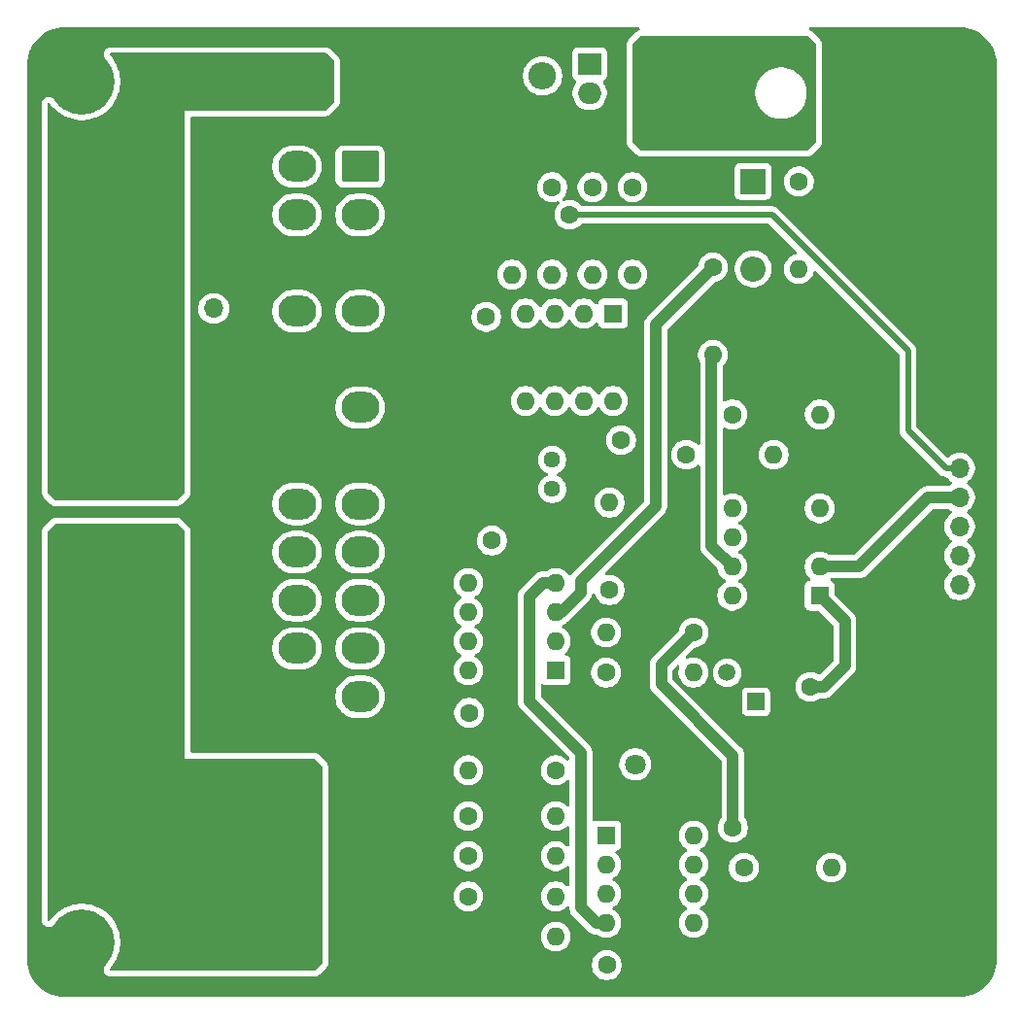
<source format=gbl>
G04 #@! TF.GenerationSoftware,KiCad,Pcbnew,9.0.5*
G04 #@! TF.CreationDate,2025-10-18T17:06:12+01:00*
G04 #@! TF.ProjectId,PowerDelivery,506f7765-7244-4656-9c69-766572792e6b,rev?*
G04 #@! TF.SameCoordinates,Original*
G04 #@! TF.FileFunction,Copper,L2,Bot*
G04 #@! TF.FilePolarity,Positive*
%FSLAX46Y46*%
G04 Gerber Fmt 4.6, Leading zero omitted, Abs format (unit mm)*
G04 Created by KiCad (PCBNEW 9.0.5) date 2025-10-18 17:06:12*
%MOMM*%
%LPD*%
G01*
G04 APERTURE LIST*
G04 Aperture macros list*
%AMRoundRect*
0 Rectangle with rounded corners*
0 $1 Rounding radius*
0 $2 $3 $4 $5 $6 $7 $8 $9 X,Y pos of 4 corners*
0 Add a 4 corners polygon primitive as box body*
4,1,4,$2,$3,$4,$5,$6,$7,$8,$9,$2,$3,0*
0 Add four circle primitives for the rounded corners*
1,1,$1+$1,$2,$3*
1,1,$1+$1,$4,$5*
1,1,$1+$1,$6,$7*
1,1,$1+$1,$8,$9*
0 Add four rect primitives between the rounded corners*
20,1,$1+$1,$2,$3,$4,$5,0*
20,1,$1+$1,$4,$5,$6,$7,0*
20,1,$1+$1,$6,$7,$8,$9,0*
20,1,$1+$1,$8,$9,$2,$3,0*%
G04 Aperture macros list end*
G04 #@! TA.AperFunction,ComponentPad*
%ADD10RoundRect,0.250001X-1.399999X1.099999X-1.399999X-1.099999X1.399999X-1.099999X1.399999X1.099999X0*%
G04 #@! TD*
G04 #@! TA.AperFunction,ComponentPad*
%ADD11O,3.300000X2.700000*%
G04 #@! TD*
G04 #@! TA.AperFunction,ComponentPad*
%ADD12C,1.600000*%
G04 #@! TD*
G04 #@! TA.AperFunction,ComponentPad*
%ADD13O,1.600000X1.600000*%
G04 #@! TD*
G04 #@! TA.AperFunction,ComponentPad*
%ADD14R,3.000000X3.000000*%
G04 #@! TD*
G04 #@! TA.AperFunction,ComponentPad*
%ADD15C,3.000000*%
G04 #@! TD*
G04 #@! TA.AperFunction,ComponentPad*
%ADD16R,1.600000X1.600000*%
G04 #@! TD*
G04 #@! TA.AperFunction,ComponentPad*
%ADD17R,2.200000X2.200000*%
G04 #@! TD*
G04 #@! TA.AperFunction,ComponentPad*
%ADD18O,2.200000X2.200000*%
G04 #@! TD*
G04 #@! TA.AperFunction,ComponentPad*
%ADD19C,2.400000*%
G04 #@! TD*
G04 #@! TA.AperFunction,ComponentPad*
%ADD20O,2.400000X2.400000*%
G04 #@! TD*
G04 #@! TA.AperFunction,ComponentPad*
%ADD21C,1.440000*%
G04 #@! TD*
G04 #@! TA.AperFunction,ComponentPad*
%ADD22R,1.500000X1.500000*%
G04 #@! TD*
G04 #@! TA.AperFunction,ComponentPad*
%ADD23C,1.500000*%
G04 #@! TD*
G04 #@! TA.AperFunction,ComponentPad*
%ADD24C,5.700000*%
G04 #@! TD*
G04 #@! TA.AperFunction,ComponentPad*
%ADD25R,2.000000X1.905000*%
G04 #@! TD*
G04 #@! TA.AperFunction,ComponentPad*
%ADD26O,2.000000X1.905000*%
G04 #@! TD*
G04 #@! TA.AperFunction,ComponentPad*
%ADD27R,1.800000X1.800000*%
G04 #@! TD*
G04 #@! TA.AperFunction,ComponentPad*
%ADD28C,1.800000*%
G04 #@! TD*
G04 #@! TA.AperFunction,ComponentPad*
%ADD29R,1.700000X1.700000*%
G04 #@! TD*
G04 #@! TA.AperFunction,ComponentPad*
%ADD30O,1.700000X1.700000*%
G04 #@! TD*
G04 #@! TA.AperFunction,ViaPad*
%ADD31C,1.600000*%
G04 #@! TD*
G04 #@! TA.AperFunction,Conductor*
%ADD32C,1.000000*%
G04 #@! TD*
G04 #@! TA.AperFunction,Conductor*
%ADD33C,0.500000*%
G04 #@! TD*
G04 APERTURE END LIST*
D10*
X141250000Y-122700000D03*
D11*
X141250000Y-126900000D03*
X141250000Y-131100000D03*
X141250000Y-135300000D03*
X135750000Y-122700000D03*
X135750000Y-126900000D03*
X135750000Y-131100000D03*
X135750000Y-135300000D03*
D12*
X172000000Y-77190000D03*
D13*
X172000000Y-84810000D03*
D14*
X120000000Y-72960000D03*
D15*
X120000000Y-78040000D03*
D12*
X164000000Y-92250000D03*
X164000000Y-94750000D03*
D14*
X120000000Y-106460000D03*
D15*
X120000000Y-111540000D03*
D16*
X162700000Y-126700000D03*
D13*
X162700000Y-129240000D03*
X162700000Y-131780000D03*
X162700000Y-134320000D03*
X170320000Y-134320000D03*
X170320000Y-131780000D03*
X170320000Y-129240000D03*
X170320000Y-126700000D03*
D17*
X175500000Y-69690000D03*
D18*
X175500000Y-77310000D03*
D19*
X136840000Y-60500000D03*
D20*
X157160000Y-60500000D03*
D12*
X169690000Y-93500000D03*
D13*
X177310000Y-93500000D03*
D12*
X173750000Y-126000000D03*
X176250000Y-126000000D03*
X150750000Y-116000000D03*
X153250000Y-116000000D03*
X158000000Y-70190000D03*
D13*
X158000000Y-77810000D03*
D16*
X181300000Y-105800000D03*
D13*
X181300000Y-103260000D03*
X181300000Y-100720000D03*
X181300000Y-98180000D03*
X173680000Y-98180000D03*
X173680000Y-100720000D03*
X173680000Y-103260000D03*
X173680000Y-105800000D03*
D12*
X152250000Y-81500000D03*
X149750000Y-81500000D03*
D21*
X158000000Y-93960000D03*
X158000000Y-96500000D03*
X158000000Y-99040000D03*
D22*
X175770000Y-115040000D03*
D23*
X173230000Y-112500000D03*
X175770000Y-109960000D03*
D12*
X180500000Y-113750000D03*
X180500000Y-111250000D03*
X162750000Y-138000000D03*
X165250000Y-138000000D03*
X150690000Y-125000000D03*
D13*
X158310000Y-125000000D03*
D16*
X158300000Y-112300000D03*
D13*
X158300000Y-109760000D03*
X158300000Y-107220000D03*
X158300000Y-104680000D03*
X150680000Y-104680000D03*
X150680000Y-107220000D03*
X150680000Y-109760000D03*
X150680000Y-112300000D03*
D14*
X120000000Y-118960000D03*
D15*
X120000000Y-124040000D03*
D12*
X163000000Y-105310000D03*
D13*
X163000000Y-97690000D03*
D24*
X117000000Y-61000000D03*
D10*
X141250000Y-68400000D03*
D11*
X141250000Y-72600000D03*
X141250000Y-76800000D03*
X141250000Y-81000000D03*
X141250000Y-85200000D03*
X141250000Y-89400000D03*
X141250000Y-93600000D03*
X141250000Y-97800000D03*
X141250000Y-102000000D03*
X141250000Y-106200000D03*
X141250000Y-110400000D03*
X141250000Y-114600000D03*
X135750000Y-68400000D03*
X135750000Y-72600000D03*
X135750000Y-76800000D03*
X135750000Y-81000000D03*
X135750000Y-85200000D03*
X135750000Y-89400000D03*
X135750000Y-93600000D03*
X135750000Y-97800000D03*
X135750000Y-102000000D03*
X135750000Y-106200000D03*
X135750000Y-110400000D03*
X135750000Y-114600000D03*
D24*
X192000000Y-136000000D03*
D12*
X165000000Y-70190000D03*
D13*
X165000000Y-77810000D03*
D12*
X150690000Y-132000000D03*
D13*
X158310000Y-132000000D03*
D25*
X161270000Y-59460000D03*
D26*
X161270000Y-62000000D03*
X161270000Y-64540000D03*
D16*
X163300000Y-81200000D03*
D13*
X160760000Y-81200000D03*
X158220000Y-81200000D03*
X155680000Y-81200000D03*
X155680000Y-88820000D03*
X158220000Y-88820000D03*
X160760000Y-88820000D03*
X163300000Y-88820000D03*
D12*
X173690000Y-90000000D03*
D13*
X181310000Y-90000000D03*
D24*
X192000000Y-61000000D03*
X117000000Y-136000000D03*
D12*
X154500000Y-70190000D03*
D13*
X154500000Y-77810000D03*
D12*
X179500000Y-69690000D03*
D13*
X179500000Y-77310000D03*
D12*
X174690000Y-129500000D03*
D13*
X182310000Y-129500000D03*
D12*
X170310000Y-109000000D03*
D13*
X162690000Y-109000000D03*
D12*
X162690000Y-112500000D03*
D13*
X170310000Y-112500000D03*
D27*
X167775000Y-120500000D03*
D28*
X165235000Y-120500000D03*
D12*
X150690000Y-135500000D03*
D13*
X158310000Y-135500000D03*
D12*
X152750000Y-101000000D03*
X150250000Y-101000000D03*
X158310000Y-121000000D03*
D13*
X150690000Y-121000000D03*
D12*
X150690000Y-128500000D03*
D13*
X158310000Y-128500000D03*
D12*
X161500000Y-70190000D03*
D13*
X161500000Y-77810000D03*
D14*
X120000000Y-85460000D03*
D15*
X120000000Y-90540000D03*
D29*
X193500000Y-92150000D03*
D30*
X193500000Y-94690000D03*
X193500000Y-97230000D03*
X193500000Y-99770000D03*
X193500000Y-102310000D03*
X193500000Y-104850000D03*
D29*
X128500000Y-78225000D03*
D30*
X128500000Y-80765000D03*
D31*
X169500000Y-59000000D03*
X166500000Y-65000000D03*
X172500000Y-59000000D03*
X172500000Y-65000000D03*
X169500000Y-65000000D03*
X166500000Y-59000000D03*
X169500000Y-62000000D03*
X172500000Y-62000000D03*
X166500000Y-62000000D03*
X159500000Y-72600000D03*
D32*
X158300000Y-104680000D02*
X157168630Y-104680000D01*
X160500000Y-133000000D02*
X161820000Y-134320000D01*
X157168630Y-104680000D02*
X156000000Y-105848630D01*
X156000000Y-105848630D02*
X156000000Y-115000000D01*
X156000000Y-115000000D02*
X160500000Y-119500000D01*
X160500000Y-119500000D02*
X160500000Y-133000000D01*
X161820000Y-134320000D02*
X162700000Y-134320000D01*
X172000000Y-77190000D02*
X167000000Y-82190000D01*
X167000000Y-82190000D02*
X167000000Y-98000000D01*
X167000000Y-98000000D02*
X160500000Y-104500000D01*
X160500000Y-104500000D02*
X160500000Y-105500000D01*
X160500000Y-105500000D02*
X158780000Y-107220000D01*
X158780000Y-107220000D02*
X158300000Y-107220000D01*
X172000000Y-84810000D02*
X171879000Y-84931000D01*
X171879000Y-84931000D02*
X171879000Y-101465999D01*
X171879000Y-101465999D02*
X173673001Y-103260000D01*
X173673001Y-103260000D02*
X173680000Y-103260000D01*
X181300000Y-103260000D02*
X184740000Y-103260000D01*
X184740000Y-103260000D02*
X190770000Y-97230000D01*
X190770000Y-97230000D02*
X193500000Y-97230000D01*
X181300000Y-105800000D02*
X183500000Y-108000000D01*
X183500000Y-108000000D02*
X183500000Y-111881370D01*
X183500000Y-111881370D02*
X181631370Y-113750000D01*
X181631370Y-113750000D02*
X180500000Y-113750000D01*
X167500000Y-111810000D02*
X167500000Y-113500000D01*
X170310000Y-109000000D02*
X167500000Y-111810000D01*
X167500000Y-113500000D02*
X173750000Y-119750000D01*
X173750000Y-119750000D02*
X173750000Y-126000000D01*
D33*
X159500000Y-72600000D02*
X177152000Y-72600000D01*
X177152000Y-72600000D02*
X189000000Y-84448000D01*
X189000000Y-84448000D02*
X189000000Y-91392081D01*
X189000000Y-91392081D02*
X192297919Y-94690000D01*
X192297919Y-94690000D02*
X193500000Y-94690000D01*
G04 #@! TA.AperFunction,Conductor*
G36*
X165558961Y-56270462D02*
G01*
X165613499Y-56325000D01*
X165633461Y-56399500D01*
X165613499Y-56474000D01*
X165558961Y-56528538D01*
X165536531Y-56539105D01*
X165482759Y-56559160D01*
X165482744Y-56559167D01*
X165421424Y-56592650D01*
X165421416Y-56592655D01*
X165306241Y-56678874D01*
X164678876Y-57306239D01*
X164642721Y-57346489D01*
X164642694Y-57346521D01*
X164626078Y-57367140D01*
X164594433Y-57411026D01*
X164534661Y-57541905D01*
X164534658Y-57541914D01*
X164514977Y-57608938D01*
X164514974Y-57608951D01*
X164514973Y-57608955D01*
X164494501Y-57751347D01*
X164494500Y-57751365D01*
X164494500Y-66248643D01*
X164497394Y-66302649D01*
X164497396Y-66302678D01*
X164500228Y-66329020D01*
X164500235Y-66329066D01*
X164508883Y-66382440D01*
X164559166Y-66517252D01*
X164559167Y-66517255D01*
X164592650Y-66578575D01*
X164592655Y-66578583D01*
X164678874Y-66693758D01*
X164678876Y-66693760D01*
X164678877Y-66693761D01*
X165306239Y-67321123D01*
X165346500Y-67357288D01*
X165361916Y-67369711D01*
X165367141Y-67373921D01*
X165367140Y-67373921D01*
X165380596Y-67383624D01*
X165411026Y-67405567D01*
X165541903Y-67465338D01*
X165580019Y-67476530D01*
X165608938Y-67485022D01*
X165608940Y-67485022D01*
X165608942Y-67485023D01*
X165608946Y-67485024D01*
X165608947Y-67485024D01*
X165608951Y-67485025D01*
X165608955Y-67485026D01*
X165751347Y-67505498D01*
X165751351Y-67505498D01*
X165751362Y-67505500D01*
X165751366Y-67505500D01*
X180248643Y-67505500D01*
X180302649Y-67502605D01*
X180302678Y-67502603D01*
X180329020Y-67499771D01*
X180329026Y-67499770D01*
X180329036Y-67499769D01*
X180337856Y-67498339D01*
X180382440Y-67491116D01*
X180382443Y-67491114D01*
X180382448Y-67491114D01*
X180517257Y-67440832D01*
X180578580Y-67407347D01*
X180693761Y-67321123D01*
X181321123Y-66693761D01*
X181357288Y-66653500D01*
X181373922Y-66632858D01*
X181405567Y-66588974D01*
X181465338Y-66458097D01*
X181485023Y-66391058D01*
X181485024Y-66391054D01*
X181485025Y-66391048D01*
X181485026Y-66391044D01*
X181505498Y-66248652D01*
X181505500Y-66248634D01*
X181505500Y-57751356D01*
X181502605Y-57697350D01*
X181502603Y-57697321D01*
X181499771Y-57670979D01*
X181499764Y-57670933D01*
X181491116Y-57617559D01*
X181491114Y-57617554D01*
X181491114Y-57617552D01*
X181440832Y-57482743D01*
X181407347Y-57421420D01*
X181351278Y-57346521D01*
X181321125Y-57306241D01*
X180693760Y-56678876D01*
X180653510Y-56642721D01*
X180653500Y-56642712D01*
X180632858Y-56626078D01*
X180632859Y-56626078D01*
X180610916Y-56610255D01*
X180588974Y-56594433D01*
X180458909Y-56535033D01*
X180399438Y-56485928D01*
X180372485Y-56413662D01*
X180385275Y-56337602D01*
X180434382Y-56278128D01*
X180506648Y-56251175D01*
X180520810Y-56250500D01*
X193455830Y-56250500D01*
X193496095Y-56250500D01*
X193503892Y-56250703D01*
X193831867Y-56267892D01*
X193847372Y-56269521D01*
X194167900Y-56320288D01*
X194183155Y-56323531D01*
X194208786Y-56330398D01*
X194496611Y-56407521D01*
X194511436Y-56412339D01*
X194814407Y-56528639D01*
X194828654Y-56534982D01*
X195117800Y-56682309D01*
X195131287Y-56690095D01*
X195403460Y-56866847D01*
X195416073Y-56876010D01*
X195668273Y-57080238D01*
X195679863Y-57090674D01*
X195909325Y-57320136D01*
X195919761Y-57331726D01*
X196123989Y-57583926D01*
X196133155Y-57596543D01*
X196233686Y-57751347D01*
X196309898Y-57868702D01*
X196317696Y-57882209D01*
X196465017Y-58171345D01*
X196471360Y-58185592D01*
X196587660Y-58488563D01*
X196592480Y-58503396D01*
X196676468Y-58816844D01*
X196679711Y-58832099D01*
X196730477Y-59152624D01*
X196732107Y-59168135D01*
X196749296Y-59496107D01*
X196749500Y-59503905D01*
X196749500Y-137496094D01*
X196749296Y-137503892D01*
X196732107Y-137831864D01*
X196730477Y-137847375D01*
X196679711Y-138167900D01*
X196676468Y-138183155D01*
X196592480Y-138496603D01*
X196587660Y-138511436D01*
X196471360Y-138814407D01*
X196465017Y-138828654D01*
X196317696Y-139117790D01*
X196309898Y-139131297D01*
X196133156Y-139403455D01*
X196123989Y-139416073D01*
X195919761Y-139668273D01*
X195909325Y-139679863D01*
X195679863Y-139909325D01*
X195668273Y-139919761D01*
X195416073Y-140123989D01*
X195403455Y-140133156D01*
X195131297Y-140309898D01*
X195117790Y-140317696D01*
X194828654Y-140465017D01*
X194814407Y-140471360D01*
X194511436Y-140587660D01*
X194496603Y-140592480D01*
X194183155Y-140676468D01*
X194167900Y-140679711D01*
X193847375Y-140730477D01*
X193831864Y-140732107D01*
X193503893Y-140749296D01*
X193496095Y-140749500D01*
X115503905Y-140749500D01*
X115496107Y-140749296D01*
X115168135Y-140732107D01*
X115152624Y-140730477D01*
X114832099Y-140679711D01*
X114816844Y-140676468D01*
X114503396Y-140592480D01*
X114488563Y-140587660D01*
X114185592Y-140471360D01*
X114171345Y-140465017D01*
X113882209Y-140317696D01*
X113868706Y-140309900D01*
X113596543Y-140133155D01*
X113583926Y-140123989D01*
X113331726Y-139919761D01*
X113320136Y-139909325D01*
X113090674Y-139679863D01*
X113080238Y-139668273D01*
X112876010Y-139416073D01*
X112866843Y-139403455D01*
X112690095Y-139131287D01*
X112682309Y-139117800D01*
X112534982Y-138828654D01*
X112528639Y-138814407D01*
X112412339Y-138511436D01*
X112407521Y-138496611D01*
X112323531Y-138183155D01*
X112320288Y-138167900D01*
X112309906Y-138102352D01*
X112269521Y-137847372D01*
X112267892Y-137831864D01*
X112263530Y-137748638D01*
X112250704Y-137503892D01*
X112250500Y-137496094D01*
X112250500Y-100251360D01*
X113494500Y-100251360D01*
X113494500Y-100251362D01*
X113494500Y-134050302D01*
X113497346Y-134092762D01*
X113499022Y-134117769D01*
X113503440Y-134150575D01*
X113516931Y-134216849D01*
X113516931Y-134216851D01*
X113574354Y-134348770D01*
X113596058Y-134383905D01*
X113611076Y-134408215D01*
X113611078Y-134408217D01*
X113611079Y-134408219D01*
X113611080Y-134408220D01*
X113694499Y-134508035D01*
X113703342Y-134518615D01*
X113822975Y-134598550D01*
X113822982Y-134598553D01*
X113822983Y-134598554D01*
X113885997Y-134628702D01*
X113885996Y-134628702D01*
X114023297Y-134671694D01*
X114023300Y-134671694D01*
X114023302Y-134671695D01*
X114167159Y-134674265D01*
X114167167Y-134674264D01*
X114167169Y-134674264D01*
X114187629Y-134671694D01*
X114236484Y-134665558D01*
X114236488Y-134665557D01*
X114375242Y-134627492D01*
X114497651Y-134551877D01*
X114551263Y-134507072D01*
X114647410Y-134400034D01*
X114708066Y-134309254D01*
X114716767Y-134297524D01*
X114884816Y-134092756D01*
X114894630Y-134081928D01*
X115081938Y-133894619D01*
X115092751Y-133884819D01*
X115297529Y-133716761D01*
X115309252Y-133708067D01*
X115529544Y-133560872D01*
X115542063Y-133553369D01*
X115775697Y-133428490D01*
X115788891Y-133422250D01*
X116033641Y-133320871D01*
X116047392Y-133315951D01*
X116300903Y-133239050D01*
X116315073Y-133235501D01*
X116574875Y-133183825D01*
X116589335Y-133181679D01*
X116852952Y-133155717D01*
X116867556Y-133155000D01*
X117132443Y-133155000D01*
X117147047Y-133155717D01*
X117410666Y-133181680D01*
X117425129Y-133183826D01*
X117518026Y-133202303D01*
X117684925Y-133235501D01*
X117699090Y-133239048D01*
X117952606Y-133315952D01*
X117966361Y-133320873D01*
X118211100Y-133422247D01*
X118224308Y-133428495D01*
X118457932Y-133553369D01*
X118470474Y-133560886D01*
X118690725Y-133708052D01*
X118702469Y-133716762D01*
X118702478Y-133716770D01*
X118907235Y-133884810D01*
X118918069Y-133894629D01*
X119105368Y-134081928D01*
X119115177Y-134092750D01*
X119283240Y-134297534D01*
X119291942Y-134309269D01*
X119424752Y-134508034D01*
X119439115Y-134529529D01*
X119446632Y-134542071D01*
X119571498Y-134775680D01*
X119577750Y-134788898D01*
X119679121Y-135033629D01*
X119684047Y-135047396D01*
X119760946Y-135300896D01*
X119764499Y-135315081D01*
X119816170Y-135574856D01*
X119818315Y-135589319D01*
X119844282Y-135852955D01*
X119845000Y-135867560D01*
X119845000Y-136132438D01*
X119844282Y-136147043D01*
X119818316Y-136410668D01*
X119816171Y-136425130D01*
X119791052Y-136551419D01*
X119786506Y-136574271D01*
X119786501Y-136574297D01*
X119764498Y-136684920D01*
X119760945Y-136699106D01*
X119684047Y-136952602D01*
X119679121Y-136966369D01*
X119577750Y-137211100D01*
X119571498Y-137224318D01*
X119446632Y-137457927D01*
X119439115Y-137470469D01*
X119291943Y-137690728D01*
X119283232Y-137702473D01*
X119115192Y-137907230D01*
X119105381Y-137918056D01*
X119092545Y-137930893D01*
X119080062Y-137943830D01*
X119074006Y-137950333D01*
X119061942Y-137963762D01*
X118984156Y-138084801D01*
X118984149Y-138084814D01*
X118955408Y-138147749D01*
X118955132Y-138148344D01*
X118914594Y-138286413D01*
X118914593Y-138286421D01*
X118914593Y-138430294D01*
X118914594Y-138430306D01*
X118924537Y-138499456D01*
X118924538Y-138499460D01*
X118965071Y-138637500D01*
X118965075Y-138637509D01*
X119042857Y-138758538D01*
X119042861Y-138758543D01*
X119088615Y-138811346D01*
X119088617Y-138811348D01*
X119197351Y-138905568D01*
X119257956Y-138933245D01*
X119328227Y-138965338D01*
X119366343Y-138976530D01*
X119395262Y-138985022D01*
X119395264Y-138985022D01*
X119395266Y-138985023D01*
X119395270Y-138985024D01*
X119395271Y-138985024D01*
X119395275Y-138985025D01*
X119395279Y-138985026D01*
X119537671Y-139005498D01*
X119537675Y-139005498D01*
X119537686Y-139005500D01*
X119537690Y-139005500D01*
X137248643Y-139005500D01*
X137302649Y-139002605D01*
X137302678Y-139002603D01*
X137329020Y-138999771D01*
X137329026Y-138999770D01*
X137329036Y-138999769D01*
X137337856Y-138998339D01*
X137382440Y-138991116D01*
X137382443Y-138991114D01*
X137382448Y-138991114D01*
X137517257Y-138940832D01*
X137578580Y-138907347D01*
X137693761Y-138821123D01*
X138321123Y-138193761D01*
X138357288Y-138153500D01*
X138373922Y-138132858D01*
X138405567Y-138088974D01*
X138465338Y-137958097D01*
X138483088Y-137897648D01*
X161449500Y-137897648D01*
X161449500Y-138102352D01*
X161481523Y-138304534D01*
X161516569Y-138412396D01*
X161544778Y-138499212D01*
X161544782Y-138499224D01*
X161637714Y-138681612D01*
X161758028Y-138847212D01*
X161758035Y-138847220D01*
X161902779Y-138991964D01*
X161902787Y-138991971D01*
X162068387Y-139112285D01*
X162068390Y-139112287D01*
X162250781Y-139205220D01*
X162445466Y-139268477D01*
X162647648Y-139300500D01*
X162647653Y-139300500D01*
X162852347Y-139300500D01*
X162852352Y-139300500D01*
X163054534Y-139268477D01*
X163249219Y-139205220D01*
X163431610Y-139112287D01*
X163597219Y-138991966D01*
X163741966Y-138847219D01*
X163862287Y-138681610D01*
X163955220Y-138499219D01*
X164018477Y-138304534D01*
X164050500Y-138102352D01*
X164050500Y-137897648D01*
X164018477Y-137695466D01*
X163955220Y-137500781D01*
X163862287Y-137318390D01*
X163862285Y-137318387D01*
X163741971Y-137152787D01*
X163741964Y-137152779D01*
X163597220Y-137008035D01*
X163597212Y-137008028D01*
X163431612Y-136887714D01*
X163249224Y-136794782D01*
X163249220Y-136794780D01*
X163249219Y-136794780D01*
X163054534Y-136731523D01*
X162852352Y-136699500D01*
X162647648Y-136699500D01*
X162479163Y-136726185D01*
X162445465Y-136731523D01*
X162250787Y-136794778D01*
X162250775Y-136794782D01*
X162068387Y-136887714D01*
X161902787Y-137008028D01*
X161902779Y-137008035D01*
X161758035Y-137152779D01*
X161758028Y-137152787D01*
X161637714Y-137318387D01*
X161544782Y-137500775D01*
X161544780Y-137500781D01*
X161481523Y-137695466D01*
X161449500Y-137897648D01*
X138483088Y-137897648D01*
X138485023Y-137891058D01*
X138485024Y-137891054D01*
X138505500Y-137748638D01*
X138505500Y-135397648D01*
X157009500Y-135397648D01*
X157009500Y-135602352D01*
X157041523Y-135804534D01*
X157104778Y-135999212D01*
X157104782Y-135999224D01*
X157197714Y-136181612D01*
X157318028Y-136347212D01*
X157318035Y-136347220D01*
X157462779Y-136491964D01*
X157462787Y-136491971D01*
X157628387Y-136612285D01*
X157628390Y-136612287D01*
X157810781Y-136705220D01*
X158005466Y-136768477D01*
X158207648Y-136800500D01*
X158207653Y-136800500D01*
X158412347Y-136800500D01*
X158412352Y-136800500D01*
X158614534Y-136768477D01*
X158809219Y-136705220D01*
X158991610Y-136612287D01*
X159157219Y-136491966D01*
X159301966Y-136347219D01*
X159422287Y-136181610D01*
X159515220Y-135999219D01*
X159578477Y-135804534D01*
X159610500Y-135602352D01*
X159610500Y-135397648D01*
X159578477Y-135195466D01*
X159515220Y-135000781D01*
X159422287Y-134818390D01*
X159400860Y-134788898D01*
X159301971Y-134652787D01*
X159301964Y-134652779D01*
X159157220Y-134508035D01*
X159157212Y-134508028D01*
X158991612Y-134387714D01*
X158809224Y-134294782D01*
X158809220Y-134294780D01*
X158809219Y-134294780D01*
X158614534Y-134231523D01*
X158412352Y-134199500D01*
X158207648Y-134199500D01*
X158039163Y-134226185D01*
X158005465Y-134231523D01*
X157810787Y-134294778D01*
X157810775Y-134294782D01*
X157628387Y-134387714D01*
X157462787Y-134508028D01*
X157462779Y-134508035D01*
X157318035Y-134652779D01*
X157318028Y-134652787D01*
X157197714Y-134818387D01*
X157104782Y-135000775D01*
X157104778Y-135000787D01*
X157041523Y-135195465D01*
X157039754Y-135206632D01*
X157009500Y-135397648D01*
X138505500Y-135397648D01*
X138505500Y-131897648D01*
X149389500Y-131897648D01*
X149389500Y-132102352D01*
X149421523Y-132304534D01*
X149484778Y-132499212D01*
X149484782Y-132499224D01*
X149577714Y-132681612D01*
X149698028Y-132847212D01*
X149698035Y-132847220D01*
X149842779Y-132991964D01*
X149842787Y-132991971D01*
X149989467Y-133098539D01*
X150008390Y-133112287D01*
X150190781Y-133205220D01*
X150385466Y-133268477D01*
X150587648Y-133300500D01*
X150587653Y-133300500D01*
X150792347Y-133300500D01*
X150792352Y-133300500D01*
X150994534Y-133268477D01*
X151189219Y-133205220D01*
X151371610Y-133112287D01*
X151537219Y-132991966D01*
X151681966Y-132847219D01*
X151802287Y-132681610D01*
X151895220Y-132499219D01*
X151958477Y-132304534D01*
X151990500Y-132102352D01*
X151990500Y-131897648D01*
X151958477Y-131695466D01*
X151895220Y-131500781D01*
X151802287Y-131318390D01*
X151774963Y-131280781D01*
X151681971Y-131152787D01*
X151681964Y-131152779D01*
X151537220Y-131008035D01*
X151537212Y-131008028D01*
X151371612Y-130887714D01*
X151189224Y-130794782D01*
X151189220Y-130794780D01*
X151189219Y-130794780D01*
X150994534Y-130731523D01*
X150792352Y-130699500D01*
X150587648Y-130699500D01*
X150419163Y-130726185D01*
X150385465Y-130731523D01*
X150190787Y-130794778D01*
X150190775Y-130794782D01*
X150008387Y-130887714D01*
X149842787Y-131008028D01*
X149842779Y-131008035D01*
X149698035Y-131152779D01*
X149698028Y-131152787D01*
X149577714Y-131318387D01*
X149484782Y-131500775D01*
X149484780Y-131500781D01*
X149421523Y-131695466D01*
X149389500Y-131897648D01*
X138505500Y-131897648D01*
X138505500Y-128397648D01*
X149389500Y-128397648D01*
X149389500Y-128602352D01*
X149421523Y-128804534D01*
X149464065Y-128935466D01*
X149484778Y-128999212D01*
X149484782Y-128999224D01*
X149577714Y-129181612D01*
X149698028Y-129347212D01*
X149698035Y-129347220D01*
X149842779Y-129491964D01*
X149842787Y-129491971D01*
X150008387Y-129612285D01*
X150008390Y-129612287D01*
X150190781Y-129705220D01*
X150385466Y-129768477D01*
X150587648Y-129800500D01*
X150587653Y-129800500D01*
X150792347Y-129800500D01*
X150792352Y-129800500D01*
X150994534Y-129768477D01*
X151189219Y-129705220D01*
X151371610Y-129612287D01*
X151537219Y-129491966D01*
X151681966Y-129347219D01*
X151802287Y-129181610D01*
X151895220Y-128999219D01*
X151958477Y-128804534D01*
X151990500Y-128602352D01*
X151990500Y-128397648D01*
X151958477Y-128195466D01*
X151895220Y-128000781D01*
X151802287Y-127818390D01*
X151797853Y-127812287D01*
X151681971Y-127652787D01*
X151681964Y-127652779D01*
X151537220Y-127508035D01*
X151537212Y-127508028D01*
X151371612Y-127387714D01*
X151189224Y-127294782D01*
X151189220Y-127294780D01*
X151189219Y-127294780D01*
X150994534Y-127231523D01*
X150792352Y-127199500D01*
X150587648Y-127199500D01*
X150419163Y-127226185D01*
X150385465Y-127231523D01*
X150190787Y-127294778D01*
X150190775Y-127294782D01*
X150008387Y-127387714D01*
X149842787Y-127508028D01*
X149842779Y-127508035D01*
X149698035Y-127652779D01*
X149698028Y-127652787D01*
X149577714Y-127818387D01*
X149484782Y-128000775D01*
X149484778Y-128000787D01*
X149443538Y-128127712D01*
X149421523Y-128195466D01*
X149389500Y-128397648D01*
X138505500Y-128397648D01*
X138505500Y-124897648D01*
X149389500Y-124897648D01*
X149389500Y-125102352D01*
X149421523Y-125304534D01*
X149483338Y-125494782D01*
X149484778Y-125499212D01*
X149484782Y-125499224D01*
X149577714Y-125681612D01*
X149698028Y-125847212D01*
X149698035Y-125847220D01*
X149842779Y-125991964D01*
X149842787Y-125991971D01*
X150008387Y-126112285D01*
X150008390Y-126112287D01*
X150190781Y-126205220D01*
X150385466Y-126268477D01*
X150587648Y-126300500D01*
X150587653Y-126300500D01*
X150792347Y-126300500D01*
X150792352Y-126300500D01*
X150994534Y-126268477D01*
X151189219Y-126205220D01*
X151371610Y-126112287D01*
X151537219Y-125991966D01*
X151681966Y-125847219D01*
X151802287Y-125681610D01*
X151895220Y-125499219D01*
X151958477Y-125304534D01*
X151990500Y-125102352D01*
X151990500Y-124897648D01*
X151958477Y-124695466D01*
X151895220Y-124500781D01*
X151802287Y-124318390D01*
X151802285Y-124318387D01*
X151681971Y-124152787D01*
X151681964Y-124152779D01*
X151537220Y-124008035D01*
X151537212Y-124008028D01*
X151371612Y-123887714D01*
X151189224Y-123794782D01*
X151189220Y-123794780D01*
X151189219Y-123794780D01*
X150994534Y-123731523D01*
X150792352Y-123699500D01*
X150587648Y-123699500D01*
X150419163Y-123726185D01*
X150385465Y-123731523D01*
X150190787Y-123794778D01*
X150190775Y-123794782D01*
X150008387Y-123887714D01*
X149842787Y-124008028D01*
X149842779Y-124008035D01*
X149698035Y-124152779D01*
X149698028Y-124152787D01*
X149577714Y-124318387D01*
X149484782Y-124500775D01*
X149484780Y-124500781D01*
X149421523Y-124695466D01*
X149389500Y-124897648D01*
X138505500Y-124897648D01*
X138505500Y-120897648D01*
X149389500Y-120897648D01*
X149389500Y-121102352D01*
X149421523Y-121304534D01*
X149456559Y-121412365D01*
X149484778Y-121499212D01*
X149484782Y-121499224D01*
X149577714Y-121681612D01*
X149698028Y-121847212D01*
X149698035Y-121847220D01*
X149842779Y-121991964D01*
X149842787Y-121991971D01*
X150008387Y-122112285D01*
X150008390Y-122112287D01*
X150190781Y-122205220D01*
X150385466Y-122268477D01*
X150587648Y-122300500D01*
X150587653Y-122300500D01*
X150792347Y-122300500D01*
X150792352Y-122300500D01*
X150994534Y-122268477D01*
X151189219Y-122205220D01*
X151371610Y-122112287D01*
X151537219Y-121991966D01*
X151681966Y-121847219D01*
X151802287Y-121681610D01*
X151895220Y-121499219D01*
X151958477Y-121304534D01*
X151990500Y-121102352D01*
X151990500Y-120897648D01*
X151958477Y-120695466D01*
X151895220Y-120500781D01*
X151802287Y-120318390D01*
X151802285Y-120318387D01*
X151681971Y-120152787D01*
X151681964Y-120152779D01*
X151537220Y-120008035D01*
X151537212Y-120008028D01*
X151371612Y-119887714D01*
X151189224Y-119794782D01*
X151189220Y-119794780D01*
X151189219Y-119794780D01*
X150994534Y-119731523D01*
X150792352Y-119699500D01*
X150587648Y-119699500D01*
X150419163Y-119726185D01*
X150385465Y-119731523D01*
X150190787Y-119794778D01*
X150190775Y-119794782D01*
X150008387Y-119887714D01*
X149842787Y-120008028D01*
X149842779Y-120008035D01*
X149698035Y-120152779D01*
X149698028Y-120152787D01*
X149577714Y-120318387D01*
X149484782Y-120500775D01*
X149484778Y-120500787D01*
X149421523Y-120695465D01*
X149415118Y-120735902D01*
X149389500Y-120897648D01*
X138505500Y-120897648D01*
X138505500Y-120751362D01*
X138502603Y-120697322D01*
X138502603Y-120697321D01*
X138499771Y-120670979D01*
X138499764Y-120670933D01*
X138491116Y-120617559D01*
X138491114Y-120617554D01*
X138491114Y-120617552D01*
X138440832Y-120482743D01*
X138407347Y-120421420D01*
X138383660Y-120389778D01*
X138321125Y-120306241D01*
X137693760Y-119678876D01*
X137653510Y-119642721D01*
X137653500Y-119642712D01*
X137632858Y-119626078D01*
X137632859Y-119626078D01*
X137610916Y-119610255D01*
X137588974Y-119594433D01*
X137458097Y-119534662D01*
X137458094Y-119534661D01*
X137458085Y-119534658D01*
X137391061Y-119514977D01*
X137391048Y-119514974D01*
X137391044Y-119514973D01*
X137248652Y-119494501D01*
X137248640Y-119494500D01*
X137248638Y-119494500D01*
X137248634Y-119494500D01*
X126654500Y-119494500D01*
X126580000Y-119474538D01*
X126525462Y-119420000D01*
X126505500Y-119345500D01*
X126505500Y-114478706D01*
X139099500Y-114478706D01*
X139099500Y-114721293D01*
X139131160Y-114961781D01*
X139131161Y-114961787D01*
X139131162Y-114961789D01*
X139167804Y-115098539D01*
X139193947Y-115196103D01*
X139286778Y-115420216D01*
X139333296Y-115500787D01*
X139408064Y-115630289D01*
X139555735Y-115822738D01*
X139727262Y-115994265D01*
X139919711Y-116141936D01*
X140129788Y-116263224D01*
X140353900Y-116356054D01*
X140588211Y-116418838D01*
X140588217Y-116418838D01*
X140588218Y-116418839D01*
X140653600Y-116427446D01*
X140828712Y-116450500D01*
X141671288Y-116450500D01*
X141911789Y-116418838D01*
X142146100Y-116356054D01*
X142370212Y-116263224D01*
X142580289Y-116141936D01*
X142772738Y-115994265D01*
X142869355Y-115897648D01*
X149449500Y-115897648D01*
X149449500Y-116102352D01*
X149470319Y-116233795D01*
X149481523Y-116304534D01*
X149544778Y-116499212D01*
X149544782Y-116499224D01*
X149637714Y-116681612D01*
X149758028Y-116847212D01*
X149758035Y-116847220D01*
X149902779Y-116991964D01*
X149902787Y-116991971D01*
X150068387Y-117112285D01*
X150068390Y-117112287D01*
X150250781Y-117205220D01*
X150445466Y-117268477D01*
X150647648Y-117300500D01*
X150647653Y-117300500D01*
X150852347Y-117300500D01*
X150852352Y-117300500D01*
X151054534Y-117268477D01*
X151249219Y-117205220D01*
X151431610Y-117112287D01*
X151597219Y-116991966D01*
X151741966Y-116847219D01*
X151862287Y-116681610D01*
X151955220Y-116499219D01*
X152018477Y-116304534D01*
X152050500Y-116102352D01*
X152050500Y-115897648D01*
X152018477Y-115695466D01*
X151955220Y-115500781D01*
X151862287Y-115318390D01*
X151842993Y-115291834D01*
X151741971Y-115152787D01*
X151741964Y-115152779D01*
X151597220Y-115008035D01*
X151597212Y-115008028D01*
X151431612Y-114887714D01*
X151249224Y-114794782D01*
X151249220Y-114794780D01*
X151249219Y-114794780D01*
X151054534Y-114731523D01*
X150852352Y-114699500D01*
X150647648Y-114699500D01*
X150479163Y-114726185D01*
X150445465Y-114731523D01*
X150250787Y-114794778D01*
X150250775Y-114794782D01*
X150068387Y-114887714D01*
X149902787Y-115008028D01*
X149902779Y-115008035D01*
X149758035Y-115152779D01*
X149758028Y-115152787D01*
X149637714Y-115318387D01*
X149544782Y-115500775D01*
X149544778Y-115500787D01*
X149500265Y-115637785D01*
X149481523Y-115695466D01*
X149449500Y-115897648D01*
X142869355Y-115897648D01*
X142944265Y-115822738D01*
X143091936Y-115630289D01*
X143213224Y-115420212D01*
X143306054Y-115196100D01*
X143368838Y-114961789D01*
X143400500Y-114721288D01*
X143400500Y-114478712D01*
X143369352Y-114242114D01*
X143368839Y-114238218D01*
X143368838Y-114238217D01*
X143368838Y-114238211D01*
X143306054Y-114003900D01*
X143213224Y-113779788D01*
X143091936Y-113569711D01*
X142944265Y-113377262D01*
X142772738Y-113205735D01*
X142580289Y-113058064D01*
X142478375Y-112999224D01*
X142370216Y-112936778D01*
X142370214Y-112936777D01*
X142370212Y-112936776D01*
X142238932Y-112882398D01*
X142146103Y-112843947D01*
X142146101Y-112843946D01*
X142146100Y-112843946D01*
X141911789Y-112781162D01*
X141911787Y-112781161D01*
X141911781Y-112781160D01*
X141671293Y-112749500D01*
X141671288Y-112749500D01*
X140828712Y-112749500D01*
X140828706Y-112749500D01*
X140588218Y-112781160D01*
X140353896Y-112843947D01*
X140129783Y-112936778D01*
X139919712Y-113058063D01*
X139906258Y-113068387D01*
X139727262Y-113205735D01*
X139727260Y-113205736D01*
X139727256Y-113205740D01*
X139555740Y-113377256D01*
X139555736Y-113377260D01*
X139555735Y-113377262D01*
X139494133Y-113457544D01*
X139408063Y-113569712D01*
X139286778Y-113779783D01*
X139193947Y-114003896D01*
X139131160Y-114238218D01*
X139099500Y-114478706D01*
X126505500Y-114478706D01*
X126505500Y-110278706D01*
X133599500Y-110278706D01*
X133599500Y-110521293D01*
X133631160Y-110761781D01*
X133693947Y-110996103D01*
X133709173Y-111032861D01*
X133774483Y-111190535D01*
X133786778Y-111220216D01*
X133837480Y-111308034D01*
X133908064Y-111430289D01*
X134055735Y-111622738D01*
X134227262Y-111794265D01*
X134419711Y-111941936D01*
X134629788Y-112063224D01*
X134853900Y-112156054D01*
X135088211Y-112218838D01*
X135088217Y-112218838D01*
X135088218Y-112218839D01*
X135130611Y-112224420D01*
X135328712Y-112250500D01*
X136171288Y-112250500D01*
X136411789Y-112218838D01*
X136646100Y-112156054D01*
X136870212Y-112063224D01*
X137080289Y-111941936D01*
X137272738Y-111794265D01*
X137444265Y-111622738D01*
X137591936Y-111430289D01*
X137713224Y-111220212D01*
X137806054Y-110996100D01*
X137868838Y-110761789D01*
X137900500Y-110521288D01*
X137900500Y-110278712D01*
X137900499Y-110278706D01*
X139099500Y-110278706D01*
X139099500Y-110521293D01*
X139131160Y-110761781D01*
X139193947Y-110996103D01*
X139209173Y-111032861D01*
X139274483Y-111190535D01*
X139286778Y-111220216D01*
X139337480Y-111308034D01*
X139408064Y-111430289D01*
X139555735Y-111622738D01*
X139727262Y-111794265D01*
X139919711Y-111941936D01*
X140129788Y-112063224D01*
X140353900Y-112156054D01*
X140588211Y-112218838D01*
X140588217Y-112218838D01*
X140588218Y-112218839D01*
X140630611Y-112224420D01*
X140828712Y-112250500D01*
X141671288Y-112250500D01*
X141911789Y-112218838D01*
X142146100Y-112156054D01*
X142370212Y-112063224D01*
X142580289Y-111941936D01*
X142772738Y-111794265D01*
X142944265Y-111622738D01*
X143091936Y-111430289D01*
X143213224Y-111220212D01*
X143306054Y-110996100D01*
X143368838Y-110761789D01*
X143400500Y-110521288D01*
X143400500Y-110278712D01*
X143368838Y-110038211D01*
X143306054Y-109803900D01*
X143213224Y-109579788D01*
X143091936Y-109369711D01*
X142944265Y-109177262D01*
X142772738Y-109005735D01*
X142580289Y-108858064D01*
X142510263Y-108817634D01*
X142370216Y-108736778D01*
X142370214Y-108736777D01*
X142370212Y-108736776D01*
X142155197Y-108647714D01*
X142146103Y-108643947D01*
X142146101Y-108643946D01*
X142146100Y-108643946D01*
X141911789Y-108581162D01*
X141911787Y-108581161D01*
X141911781Y-108581160D01*
X141671293Y-108549500D01*
X141671288Y-108549500D01*
X140828712Y-108549500D01*
X140828706Y-108549500D01*
X140588218Y-108581160D01*
X140353896Y-108643947D01*
X140129783Y-108736778D01*
X139919712Y-108858063D01*
X139919711Y-108858064D01*
X139727262Y-109005735D01*
X139727260Y-109005736D01*
X139727256Y-109005740D01*
X139555740Y-109177256D01*
X139408063Y-109369712D01*
X139286778Y-109579783D01*
X139193947Y-109803896D01*
X139131160Y-110038218D01*
X139099500Y-110278706D01*
X137900499Y-110278706D01*
X137868838Y-110038211D01*
X137806054Y-109803900D01*
X137713224Y-109579788D01*
X137591936Y-109369711D01*
X137444265Y-109177262D01*
X137272738Y-109005735D01*
X137080289Y-108858064D01*
X137010263Y-108817634D01*
X136870216Y-108736778D01*
X136870214Y-108736777D01*
X136870212Y-108736776D01*
X136655197Y-108647714D01*
X136646103Y-108643947D01*
X136646101Y-108643946D01*
X136646100Y-108643946D01*
X136411789Y-108581162D01*
X136411787Y-108581161D01*
X136411781Y-108581160D01*
X136171293Y-108549500D01*
X136171288Y-108549500D01*
X135328712Y-108549500D01*
X135328706Y-108549500D01*
X135088218Y-108581160D01*
X134853896Y-108643947D01*
X134629783Y-108736778D01*
X134419712Y-108858063D01*
X134419711Y-108858064D01*
X134227262Y-109005735D01*
X134227260Y-109005736D01*
X134227256Y-109005740D01*
X134055740Y-109177256D01*
X133908063Y-109369712D01*
X133786778Y-109579783D01*
X133693947Y-109803896D01*
X133631160Y-110038218D01*
X133599500Y-110278706D01*
X126505500Y-110278706D01*
X126505500Y-106078706D01*
X133599500Y-106078706D01*
X133599500Y-106321293D01*
X133631160Y-106561781D01*
X133631161Y-106561787D01*
X133631162Y-106561789D01*
X133693946Y-106796100D01*
X133760819Y-106957547D01*
X133786778Y-107020216D01*
X133800392Y-107043796D01*
X133908064Y-107230289D01*
X134055735Y-107422738D01*
X134227262Y-107594265D01*
X134419711Y-107741936D01*
X134629788Y-107863224D01*
X134853900Y-107956054D01*
X135088211Y-108018838D01*
X135088217Y-108018838D01*
X135088218Y-108018839D01*
X135153600Y-108027446D01*
X135328712Y-108050500D01*
X136171288Y-108050500D01*
X136411789Y-108018838D01*
X136646100Y-107956054D01*
X136870212Y-107863224D01*
X137080289Y-107741936D01*
X137272738Y-107594265D01*
X137444265Y-107422738D01*
X137591936Y-107230289D01*
X137713224Y-107020212D01*
X137806054Y-106796100D01*
X137868838Y-106561789D01*
X137900500Y-106321288D01*
X137900500Y-106078712D01*
X137900499Y-106078706D01*
X139099500Y-106078706D01*
X139099500Y-106321293D01*
X139131160Y-106561781D01*
X139131161Y-106561787D01*
X139131162Y-106561789D01*
X139193946Y-106796100D01*
X139260819Y-106957547D01*
X139286778Y-107020216D01*
X139300392Y-107043796D01*
X139408064Y-107230289D01*
X139555735Y-107422738D01*
X139727262Y-107594265D01*
X139919711Y-107741936D01*
X140129788Y-107863224D01*
X140353900Y-107956054D01*
X140588211Y-108018838D01*
X140588217Y-108018838D01*
X140588218Y-108018839D01*
X140653600Y-108027446D01*
X140828712Y-108050500D01*
X141671288Y-108050500D01*
X141911789Y-108018838D01*
X142146100Y-107956054D01*
X142370212Y-107863224D01*
X142580289Y-107741936D01*
X142772738Y-107594265D01*
X142944265Y-107422738D01*
X143091936Y-107230289D01*
X143213224Y-107020212D01*
X143306054Y-106796100D01*
X143368838Y-106561789D01*
X143400500Y-106321288D01*
X143400500Y-106078712D01*
X143374353Y-105880102D01*
X143368839Y-105838218D01*
X143368838Y-105838217D01*
X143368838Y-105838211D01*
X143306054Y-105603900D01*
X143213224Y-105379788D01*
X143091936Y-105169711D01*
X142944265Y-104977262D01*
X142772738Y-104805735D01*
X142621911Y-104690002D01*
X142621911Y-104690001D01*
X142580293Y-104658066D01*
X142580291Y-104658065D01*
X142441005Y-104577648D01*
X149379500Y-104577648D01*
X149379500Y-104782352D01*
X149411523Y-104984534D01*
X149455015Y-105118390D01*
X149474778Y-105179212D01*
X149474782Y-105179224D01*
X149567714Y-105361612D01*
X149688028Y-105527212D01*
X149688035Y-105527220D01*
X149832779Y-105671964D01*
X149832787Y-105671971D01*
X149912372Y-105729792D01*
X149998390Y-105792287D01*
X150031631Y-105809224D01*
X150047363Y-105817240D01*
X150104680Y-105868849D01*
X150128514Y-105942203D01*
X150112478Y-106017645D01*
X150060869Y-106074962D01*
X150047363Y-106082760D01*
X149998388Y-106107714D01*
X149832787Y-106228028D01*
X149832779Y-106228035D01*
X149688035Y-106372779D01*
X149688028Y-106372787D01*
X149567714Y-106538387D01*
X149474782Y-106720775D01*
X149474778Y-106720787D01*
X149412557Y-106912285D01*
X149411523Y-106915466D01*
X149379500Y-107117648D01*
X149379500Y-107322352D01*
X149411523Y-107524534D01*
X149471188Y-107708165D01*
X149474778Y-107719212D01*
X149474782Y-107719224D01*
X149567714Y-107901612D01*
X149688028Y-108067212D01*
X149688035Y-108067220D01*
X149832779Y-108211964D01*
X149832787Y-108211971D01*
X149922130Y-108276881D01*
X149998390Y-108332287D01*
X150047363Y-108357240D01*
X150104680Y-108408849D01*
X150128514Y-108482203D01*
X150112478Y-108557645D01*
X150060869Y-108614962D01*
X150047363Y-108622760D01*
X149998388Y-108647714D01*
X149832787Y-108768028D01*
X149832779Y-108768035D01*
X149688035Y-108912779D01*
X149688028Y-108912787D01*
X149567714Y-109078387D01*
X149474782Y-109260775D01*
X149474780Y-109260781D01*
X149411523Y-109455466D01*
X149379500Y-109657648D01*
X149379500Y-109862352D01*
X149400029Y-109991964D01*
X149411523Y-110064534D01*
X149474778Y-110259212D01*
X149474782Y-110259224D01*
X149567714Y-110441612D01*
X149688028Y-110607212D01*
X149688035Y-110607220D01*
X149832779Y-110751964D01*
X149832787Y-110751971D01*
X149922130Y-110816881D01*
X149998390Y-110872287D01*
X150047363Y-110897240D01*
X150104680Y-110948849D01*
X150128514Y-111022203D01*
X150112478Y-111097645D01*
X150060869Y-111154962D01*
X150047363Y-111162760D01*
X149998388Y-111187714D01*
X149832787Y-111308028D01*
X149832779Y-111308035D01*
X149688035Y-111452779D01*
X149688028Y-111452787D01*
X149567714Y-111618387D01*
X149474782Y-111800775D01*
X149474778Y-111800787D01*
X149462940Y-111837222D01*
X149411523Y-111995466D01*
X149379500Y-112197648D01*
X149379500Y-112402352D01*
X149411523Y-112604534D01*
X149472702Y-112792825D01*
X149474778Y-112799212D01*
X149474782Y-112799224D01*
X149567714Y-112981612D01*
X149688028Y-113147212D01*
X149688035Y-113147220D01*
X149832779Y-113291964D01*
X149832787Y-113291971D01*
X149998387Y-113412285D01*
X149998390Y-113412287D01*
X150180781Y-113505220D01*
X150375466Y-113568477D01*
X150577648Y-113600500D01*
X150577653Y-113600500D01*
X150782347Y-113600500D01*
X150782352Y-113600500D01*
X150984534Y-113568477D01*
X151179219Y-113505220D01*
X151361610Y-113412287D01*
X151527219Y-113291966D01*
X151671966Y-113147219D01*
X151792287Y-112981610D01*
X151885220Y-112799219D01*
X151948477Y-112604534D01*
X151980500Y-112402352D01*
X151980500Y-112197648D01*
X151948477Y-111995466D01*
X151885220Y-111800781D01*
X151792287Y-111618390D01*
X151792285Y-111618387D01*
X151671971Y-111452787D01*
X151671964Y-111452779D01*
X151527220Y-111308035D01*
X151527212Y-111308028D01*
X151361609Y-111187712D01*
X151312637Y-111162760D01*
X151255319Y-111111152D01*
X151231485Y-111037798D01*
X151247521Y-110962356D01*
X151299129Y-110905038D01*
X151312637Y-110897240D01*
X151327969Y-110889428D01*
X151361610Y-110872287D01*
X151527219Y-110751966D01*
X151671966Y-110607219D01*
X151792287Y-110441610D01*
X151885220Y-110259219D01*
X151948477Y-110064534D01*
X151980500Y-109862352D01*
X151980500Y-109657648D01*
X151948477Y-109455466D01*
X151885220Y-109260781D01*
X151792287Y-109078390D01*
X151739504Y-109005740D01*
X151671971Y-108912787D01*
X151671964Y-108912779D01*
X151527220Y-108768035D01*
X151527212Y-108768028D01*
X151361609Y-108647712D01*
X151312637Y-108622760D01*
X151255319Y-108571152D01*
X151231485Y-108497798D01*
X151247521Y-108422356D01*
X151299129Y-108365038D01*
X151312637Y-108357240D01*
X151361610Y-108332287D01*
X151527219Y-108211966D01*
X151671966Y-108067219D01*
X151792287Y-107901610D01*
X151885220Y-107719219D01*
X151948477Y-107524534D01*
X151980500Y-107322352D01*
X151980500Y-107117648D01*
X151948477Y-106915466D01*
X151885220Y-106720781D01*
X151792287Y-106538390D01*
X151751036Y-106481612D01*
X151671971Y-106372787D01*
X151671964Y-106372779D01*
X151527220Y-106228035D01*
X151527212Y-106228028D01*
X151361609Y-106107712D01*
X151312637Y-106082760D01*
X151255319Y-106031152D01*
X151231485Y-105957798D01*
X151247521Y-105882356D01*
X151299129Y-105825038D01*
X151312637Y-105817240D01*
X151328393Y-105809212D01*
X151361610Y-105792287D01*
X151419692Y-105750088D01*
X154999500Y-105750088D01*
X154999500Y-115098539D01*
X155037948Y-115291834D01*
X155037949Y-115291836D01*
X155113367Y-115473912D01*
X155113368Y-115473915D01*
X155186197Y-115582911D01*
X155222861Y-115637782D01*
X155362218Y-115777139D01*
X155362221Y-115777141D01*
X159455859Y-119870779D01*
X159465666Y-119887766D01*
X159479538Y-119901638D01*
X159484615Y-119920586D01*
X159494423Y-119937574D01*
X159499500Y-119976138D01*
X159499500Y-119990597D01*
X159479538Y-120065097D01*
X159425000Y-120119635D01*
X159350500Y-120139597D01*
X159276000Y-120119635D01*
X159245141Y-120095956D01*
X159157220Y-120008035D01*
X159157212Y-120008028D01*
X158991612Y-119887714D01*
X158809224Y-119794782D01*
X158809220Y-119794780D01*
X158809219Y-119794780D01*
X158614534Y-119731523D01*
X158412352Y-119699500D01*
X158207648Y-119699500D01*
X158039163Y-119726185D01*
X158005465Y-119731523D01*
X157810787Y-119794778D01*
X157810775Y-119794782D01*
X157628387Y-119887714D01*
X157462787Y-120008028D01*
X157462779Y-120008035D01*
X157318035Y-120152779D01*
X157318028Y-120152787D01*
X157197714Y-120318387D01*
X157104782Y-120500775D01*
X157104778Y-120500787D01*
X157041523Y-120695465D01*
X157035118Y-120735902D01*
X157009500Y-120897648D01*
X157009500Y-121102352D01*
X157041523Y-121304534D01*
X157076559Y-121412365D01*
X157104778Y-121499212D01*
X157104782Y-121499224D01*
X157197714Y-121681612D01*
X157318028Y-121847212D01*
X157318035Y-121847220D01*
X157462779Y-121991964D01*
X157462787Y-121991971D01*
X157628387Y-122112285D01*
X157628390Y-122112287D01*
X157810781Y-122205220D01*
X158005466Y-122268477D01*
X158207648Y-122300500D01*
X158207653Y-122300500D01*
X158412347Y-122300500D01*
X158412352Y-122300500D01*
X158614534Y-122268477D01*
X158809219Y-122205220D01*
X158991610Y-122112287D01*
X159157219Y-121991966D01*
X159245141Y-121904044D01*
X159311936Y-121865480D01*
X159389064Y-121865480D01*
X159455859Y-121904044D01*
X159494423Y-121970839D01*
X159499500Y-122009403D01*
X159499500Y-123990597D01*
X159479538Y-124065097D01*
X159425000Y-124119635D01*
X159350500Y-124139597D01*
X159276000Y-124119635D01*
X159245141Y-124095956D01*
X159157220Y-124008035D01*
X159157212Y-124008028D01*
X158991612Y-123887714D01*
X158809224Y-123794782D01*
X158809220Y-123794780D01*
X158809219Y-123794780D01*
X158614534Y-123731523D01*
X158412352Y-123699500D01*
X158207648Y-123699500D01*
X158039163Y-123726185D01*
X158005465Y-123731523D01*
X157810787Y-123794778D01*
X157810775Y-123794782D01*
X157628387Y-123887714D01*
X157462787Y-124008028D01*
X157462779Y-124008035D01*
X157318035Y-124152779D01*
X157318028Y-124152787D01*
X157197714Y-124318387D01*
X157104782Y-124500775D01*
X157104780Y-124500781D01*
X157041523Y-124695466D01*
X157009500Y-124897648D01*
X157009500Y-125102352D01*
X157041523Y-125304534D01*
X157103338Y-125494782D01*
X157104778Y-125499212D01*
X157104782Y-125499224D01*
X157197714Y-125681612D01*
X157318028Y-125847212D01*
X157318035Y-125847220D01*
X157462779Y-125991964D01*
X157462787Y-125991971D01*
X157628387Y-126112285D01*
X157628390Y-126112287D01*
X157810781Y-126205220D01*
X158005466Y-126268477D01*
X158207648Y-126300500D01*
X158207653Y-126300500D01*
X158412347Y-126300500D01*
X158412352Y-126300500D01*
X158614534Y-126268477D01*
X158809219Y-126205220D01*
X158991610Y-126112287D01*
X159157219Y-125991966D01*
X159245141Y-125904044D01*
X159311936Y-125865480D01*
X159389064Y-125865480D01*
X159455859Y-125904044D01*
X159494423Y-125970839D01*
X159499500Y-126009403D01*
X159499500Y-127490597D01*
X159479538Y-127565097D01*
X159425000Y-127619635D01*
X159350500Y-127639597D01*
X159276000Y-127619635D01*
X159245141Y-127595956D01*
X159157220Y-127508035D01*
X159157212Y-127508028D01*
X158991612Y-127387714D01*
X158809224Y-127294782D01*
X158809220Y-127294780D01*
X158809219Y-127294780D01*
X158614534Y-127231523D01*
X158412352Y-127199500D01*
X158207648Y-127199500D01*
X158039163Y-127226185D01*
X158005465Y-127231523D01*
X157810787Y-127294778D01*
X157810775Y-127294782D01*
X157628387Y-127387714D01*
X157462787Y-127508028D01*
X157462779Y-127508035D01*
X157318035Y-127652779D01*
X157318028Y-127652787D01*
X157197714Y-127818387D01*
X157104782Y-128000775D01*
X157104778Y-128000787D01*
X157063538Y-128127712D01*
X157041523Y-128195466D01*
X157009500Y-128397648D01*
X157009500Y-128602352D01*
X157041523Y-128804534D01*
X157084065Y-128935466D01*
X157104778Y-128999212D01*
X157104782Y-128999224D01*
X157197714Y-129181612D01*
X157318028Y-129347212D01*
X157318035Y-129347220D01*
X157462779Y-129491964D01*
X157462787Y-129491971D01*
X157628387Y-129612285D01*
X157628390Y-129612287D01*
X157810781Y-129705220D01*
X158005466Y-129768477D01*
X158207648Y-129800500D01*
X158207653Y-129800500D01*
X158412347Y-129800500D01*
X158412352Y-129800500D01*
X158614534Y-129768477D01*
X158809219Y-129705220D01*
X158991610Y-129612287D01*
X159157219Y-129491966D01*
X159245141Y-129404044D01*
X159311936Y-129365480D01*
X159389064Y-129365480D01*
X159455859Y-129404044D01*
X159494423Y-129470839D01*
X159499500Y-129509403D01*
X159499500Y-130990597D01*
X159479538Y-131065097D01*
X159425000Y-131119635D01*
X159350500Y-131139597D01*
X159276000Y-131119635D01*
X159245141Y-131095956D01*
X159157220Y-131008035D01*
X159157212Y-131008028D01*
X158991612Y-130887714D01*
X158809224Y-130794782D01*
X158809220Y-130794780D01*
X158809219Y-130794780D01*
X158614534Y-130731523D01*
X158412352Y-130699500D01*
X158207648Y-130699500D01*
X158039163Y-130726185D01*
X158005465Y-130731523D01*
X157810787Y-130794778D01*
X157810775Y-130794782D01*
X157628387Y-130887714D01*
X157462787Y-131008028D01*
X157462779Y-131008035D01*
X157318035Y-131152779D01*
X157318028Y-131152787D01*
X157197714Y-131318387D01*
X157104782Y-131500775D01*
X157104780Y-131500781D01*
X157041523Y-131695466D01*
X157009500Y-131897648D01*
X157009500Y-132102352D01*
X157041523Y-132304534D01*
X157104778Y-132499212D01*
X157104782Y-132499224D01*
X157197714Y-132681612D01*
X157318028Y-132847212D01*
X157318035Y-132847220D01*
X157462779Y-132991964D01*
X157462787Y-132991971D01*
X157609467Y-133098539D01*
X157628390Y-133112287D01*
X157810781Y-133205220D01*
X158005466Y-133268477D01*
X158207648Y-133300500D01*
X158207653Y-133300500D01*
X158412347Y-133300500D01*
X158412352Y-133300500D01*
X158614534Y-133268477D01*
X158809219Y-133205220D01*
X158991610Y-133112287D01*
X159157219Y-132991966D01*
X159245141Y-132904044D01*
X159311936Y-132865480D01*
X159389064Y-132865480D01*
X159455859Y-132904044D01*
X159494423Y-132970839D01*
X159499500Y-133009403D01*
X159499500Y-133098541D01*
X159502730Y-133114780D01*
X159537948Y-133291834D01*
X159537949Y-133291836D01*
X159613367Y-133473912D01*
X159613368Y-133473915D01*
X159666453Y-133553362D01*
X159722861Y-133637782D01*
X159862218Y-133777139D01*
X159862221Y-133777141D01*
X161039115Y-134954035D01*
X161039122Y-134954043D01*
X161042861Y-134957782D01*
X161182218Y-135097139D01*
X161247675Y-135140876D01*
X161346083Y-135206631D01*
X161474834Y-135259961D01*
X161474833Y-135259961D01*
X161503998Y-135272041D01*
X161528164Y-135282051D01*
X161624812Y-135301275D01*
X161721459Y-135320500D01*
X161721460Y-135320500D01*
X161823562Y-135320500D01*
X161830975Y-135321243D01*
X161860311Y-135332342D01*
X161890615Y-135340462D01*
X161902957Y-135348477D01*
X161903113Y-135348536D01*
X161903186Y-135348625D01*
X161903682Y-135348947D01*
X162018390Y-135432287D01*
X162200781Y-135525220D01*
X162395466Y-135588477D01*
X162597648Y-135620500D01*
X162597653Y-135620500D01*
X162802347Y-135620500D01*
X162802352Y-135620500D01*
X163004534Y-135588477D01*
X163199219Y-135525220D01*
X163381610Y-135432287D01*
X163547219Y-135311966D01*
X163691966Y-135167219D01*
X163812287Y-135001610D01*
X163905220Y-134819219D01*
X163968477Y-134624534D01*
X164000500Y-134422352D01*
X164000500Y-134217648D01*
X163968477Y-134015466D01*
X163905220Y-133820781D01*
X163812287Y-133638390D01*
X163812285Y-133638387D01*
X163691971Y-133472787D01*
X163691964Y-133472779D01*
X163547220Y-133328035D01*
X163547212Y-133328028D01*
X163381609Y-133207712D01*
X163332637Y-133182760D01*
X163275319Y-133131152D01*
X163251485Y-133057798D01*
X163267521Y-132982356D01*
X163319129Y-132925038D01*
X163332637Y-132917240D01*
X163381610Y-132892287D01*
X163547219Y-132771966D01*
X163691966Y-132627219D01*
X163812287Y-132461610D01*
X163905220Y-132279219D01*
X163968477Y-132084534D01*
X164000500Y-131882352D01*
X164000500Y-131677648D01*
X163968477Y-131475466D01*
X163905220Y-131280781D01*
X163812287Y-131098390D01*
X163810519Y-131095956D01*
X163691971Y-130932787D01*
X163691964Y-130932779D01*
X163547220Y-130788035D01*
X163547212Y-130788028D01*
X163381609Y-130667712D01*
X163332637Y-130642760D01*
X163275319Y-130591152D01*
X163251485Y-130517798D01*
X163267521Y-130442356D01*
X163319129Y-130385038D01*
X163332637Y-130377240D01*
X163381610Y-130352287D01*
X163547219Y-130231966D01*
X163691966Y-130087219D01*
X163812287Y-129921610D01*
X163905220Y-129739219D01*
X163968477Y-129544534D01*
X164000500Y-129342352D01*
X164000500Y-129137648D01*
X163968477Y-128935466D01*
X163905220Y-128740781D01*
X163812287Y-128558390D01*
X163812285Y-128558387D01*
X163691971Y-128392787D01*
X163691964Y-128392779D01*
X163543079Y-128243894D01*
X163544703Y-128242269D01*
X163507042Y-128187449D01*
X163501004Y-128110558D01*
X163534221Y-128040949D01*
X163597792Y-127997275D01*
X163603251Y-127995668D01*
X163607477Y-127994091D01*
X163607483Y-127994091D01*
X163721376Y-127951611D01*
X163742329Y-127943797D01*
X163742333Y-127943795D01*
X163799938Y-127900671D01*
X163857546Y-127857546D01*
X163943796Y-127742331D01*
X163994091Y-127607483D01*
X164000500Y-127547873D01*
X164000499Y-126597648D01*
X169019500Y-126597648D01*
X169019500Y-126802352D01*
X169051523Y-127004534D01*
X169086533Y-127112285D01*
X169114778Y-127199212D01*
X169114782Y-127199224D01*
X169207714Y-127381612D01*
X169328028Y-127547212D01*
X169328035Y-127547220D01*
X169472779Y-127691964D01*
X169472787Y-127691971D01*
X169542100Y-127742329D01*
X169638390Y-127812287D01*
X169687363Y-127837240D01*
X169744680Y-127888849D01*
X169768514Y-127962203D01*
X169752478Y-128037645D01*
X169700869Y-128094962D01*
X169687363Y-128102760D01*
X169638388Y-128127714D01*
X169472787Y-128248028D01*
X169472779Y-128248035D01*
X169328035Y-128392779D01*
X169328028Y-128392787D01*
X169207714Y-128558387D01*
X169114782Y-128740775D01*
X169114780Y-128740781D01*
X169051523Y-128935466D01*
X169019500Y-129137648D01*
X169019500Y-129342352D01*
X169051523Y-129544534D01*
X169103733Y-129705221D01*
X169114778Y-129739212D01*
X169114782Y-129739224D01*
X169207714Y-129921612D01*
X169328028Y-130087212D01*
X169328035Y-130087220D01*
X169472779Y-130231964D01*
X169472787Y-130231971D01*
X169562130Y-130296881D01*
X169638390Y-130352287D01*
X169687363Y-130377240D01*
X169744680Y-130428849D01*
X169768514Y-130502203D01*
X169752478Y-130577645D01*
X169700869Y-130634962D01*
X169687363Y-130642760D01*
X169638388Y-130667714D01*
X169472787Y-130788028D01*
X169472779Y-130788035D01*
X169328035Y-130932779D01*
X169328028Y-130932787D01*
X169207714Y-131098387D01*
X169114782Y-131280775D01*
X169114780Y-131280781D01*
X169051523Y-131475466D01*
X169019500Y-131677648D01*
X169019500Y-131882352D01*
X169051523Y-132084534D01*
X169114778Y-132279212D01*
X169114782Y-132279224D01*
X169207714Y-132461612D01*
X169328028Y-132627212D01*
X169328035Y-132627220D01*
X169472779Y-132771964D01*
X169472787Y-132771971D01*
X169562130Y-132836881D01*
X169638390Y-132892287D01*
X169687363Y-132917240D01*
X169744680Y-132968849D01*
X169768514Y-133042203D01*
X169752478Y-133117645D01*
X169700869Y-133174962D01*
X169687363Y-133182760D01*
X169638388Y-133207714D01*
X169472787Y-133328028D01*
X169472779Y-133328035D01*
X169328035Y-133472779D01*
X169328028Y-133472787D01*
X169207714Y-133638387D01*
X169114782Y-133820775D01*
X169114780Y-133820781D01*
X169051523Y-134015466D01*
X169019500Y-134217648D01*
X169019500Y-134422352D01*
X169051523Y-134624534D01*
X169100633Y-134775680D01*
X169114778Y-134819212D01*
X169114782Y-134819224D01*
X169207714Y-135001612D01*
X169328028Y-135167212D01*
X169328035Y-135167220D01*
X169472779Y-135311964D01*
X169472787Y-135311971D01*
X169638387Y-135432285D01*
X169638390Y-135432287D01*
X169820781Y-135525220D01*
X170015466Y-135588477D01*
X170217648Y-135620500D01*
X170217653Y-135620500D01*
X170422347Y-135620500D01*
X170422352Y-135620500D01*
X170624534Y-135588477D01*
X170819219Y-135525220D01*
X171001610Y-135432287D01*
X171167219Y-135311966D01*
X171311966Y-135167219D01*
X171432287Y-135001610D01*
X171525220Y-134819219D01*
X171588477Y-134624534D01*
X171620500Y-134422352D01*
X171620500Y-134217648D01*
X171588477Y-134015466D01*
X171525220Y-133820781D01*
X171432287Y-133638390D01*
X171432285Y-133638387D01*
X171311971Y-133472787D01*
X171311964Y-133472779D01*
X171167220Y-133328035D01*
X171167212Y-133328028D01*
X171001609Y-133207712D01*
X170952637Y-133182760D01*
X170895319Y-133131152D01*
X170871485Y-133057798D01*
X170887521Y-132982356D01*
X170939129Y-132925038D01*
X170952637Y-132917240D01*
X171001610Y-132892287D01*
X171167219Y-132771966D01*
X171311966Y-132627219D01*
X171432287Y-132461610D01*
X171525220Y-132279219D01*
X171588477Y-132084534D01*
X171620500Y-131882352D01*
X171620500Y-131677648D01*
X171588477Y-131475466D01*
X171525220Y-131280781D01*
X171432287Y-131098390D01*
X171430519Y-131095956D01*
X171311971Y-130932787D01*
X171311964Y-130932779D01*
X171167220Y-130788035D01*
X171167212Y-130788028D01*
X171001609Y-130667712D01*
X170952637Y-130642760D01*
X170895319Y-130591152D01*
X170871485Y-130517798D01*
X170887521Y-130442356D01*
X170939129Y-130385038D01*
X170952637Y-130377240D01*
X171001610Y-130352287D01*
X171167219Y-130231966D01*
X171311966Y-130087219D01*
X171432287Y-129921610D01*
X171525220Y-129739219D01*
X171588477Y-129544534D01*
X171611742Y-129397648D01*
X173389500Y-129397648D01*
X173389500Y-129602352D01*
X173411177Y-129739212D01*
X173421523Y-129804534D01*
X173484778Y-129999212D01*
X173484782Y-129999224D01*
X173577714Y-130181612D01*
X173698028Y-130347212D01*
X173698035Y-130347220D01*
X173842779Y-130491964D01*
X173842787Y-130491971D01*
X173960709Y-130577645D01*
X174008390Y-130612287D01*
X174190781Y-130705220D01*
X174385466Y-130768477D01*
X174587648Y-130800500D01*
X174587653Y-130800500D01*
X174792347Y-130800500D01*
X174792352Y-130800500D01*
X174994534Y-130768477D01*
X175189219Y-130705220D01*
X175371610Y-130612287D01*
X175537219Y-130491966D01*
X175681966Y-130347219D01*
X175802287Y-130181610D01*
X175895220Y-129999219D01*
X175958477Y-129804534D01*
X175990500Y-129602352D01*
X175990500Y-129397648D01*
X181009500Y-129397648D01*
X181009500Y-129602352D01*
X181031177Y-129739212D01*
X181041523Y-129804534D01*
X181104778Y-129999212D01*
X181104782Y-129999224D01*
X181197714Y-130181612D01*
X181318028Y-130347212D01*
X181318035Y-130347220D01*
X181462779Y-130491964D01*
X181462787Y-130491971D01*
X181580709Y-130577645D01*
X181628390Y-130612287D01*
X181810781Y-130705220D01*
X182005466Y-130768477D01*
X182207648Y-130800500D01*
X182207653Y-130800500D01*
X182412347Y-130800500D01*
X182412352Y-130800500D01*
X182614534Y-130768477D01*
X182809219Y-130705220D01*
X182991610Y-130612287D01*
X183157219Y-130491966D01*
X183301966Y-130347219D01*
X183422287Y-130181610D01*
X183515220Y-129999219D01*
X183578477Y-129804534D01*
X183610500Y-129602352D01*
X183610500Y-129397648D01*
X183578477Y-129195466D01*
X183515220Y-129000781D01*
X183422287Y-128818390D01*
X183365906Y-128740787D01*
X183301971Y-128652787D01*
X183301964Y-128652779D01*
X183157220Y-128508035D01*
X183157212Y-128508028D01*
X182991612Y-128387714D01*
X182809224Y-128294782D01*
X182809220Y-128294780D01*
X182809219Y-128294780D01*
X182614534Y-128231523D01*
X182412352Y-128199500D01*
X182207648Y-128199500D01*
X182039163Y-128226185D01*
X182005465Y-128231523D01*
X181810787Y-128294778D01*
X181810775Y-128294782D01*
X181628387Y-128387714D01*
X181462787Y-128508028D01*
X181462779Y-128508035D01*
X181318035Y-128652779D01*
X181318028Y-128652787D01*
X181197714Y-128818387D01*
X181104782Y-129000775D01*
X181104780Y-129000781D01*
X181041523Y-129195466D01*
X181009500Y-129397648D01*
X175990500Y-129397648D01*
X175958477Y-129195466D01*
X175895220Y-129000781D01*
X175802287Y-128818390D01*
X175745906Y-128740787D01*
X175681971Y-128652787D01*
X175681964Y-128652779D01*
X175537220Y-128508035D01*
X175537212Y-128508028D01*
X175371612Y-128387714D01*
X175189224Y-128294782D01*
X175189220Y-128294780D01*
X175189219Y-128294780D01*
X174994534Y-128231523D01*
X174792352Y-128199500D01*
X174587648Y-128199500D01*
X174419163Y-128226185D01*
X174385465Y-128231523D01*
X174190787Y-128294778D01*
X174190775Y-128294782D01*
X174008387Y-128387714D01*
X173842787Y-128508028D01*
X173842779Y-128508035D01*
X173698035Y-128652779D01*
X173698028Y-128652787D01*
X173577714Y-128818387D01*
X173484782Y-129000775D01*
X173484780Y-129000781D01*
X173421523Y-129195466D01*
X173389500Y-129397648D01*
X171611742Y-129397648D01*
X171620500Y-129342352D01*
X171620500Y-129137648D01*
X171588477Y-128935466D01*
X171525220Y-128740781D01*
X171432287Y-128558390D01*
X171432285Y-128558387D01*
X171311971Y-128392787D01*
X171311964Y-128392779D01*
X171167220Y-128248035D01*
X171167212Y-128248028D01*
X171001609Y-128127712D01*
X170952637Y-128102760D01*
X170895319Y-128051152D01*
X170871485Y-127977798D01*
X170887521Y-127902356D01*
X170939129Y-127845038D01*
X170952637Y-127837240D01*
X171001610Y-127812287D01*
X171167219Y-127691966D01*
X171311966Y-127547219D01*
X171432287Y-127381610D01*
X171525220Y-127199219D01*
X171588477Y-127004534D01*
X171620500Y-126802352D01*
X171620500Y-126597648D01*
X171588477Y-126395466D01*
X171525220Y-126200781D01*
X171432287Y-126018390D01*
X171413088Y-125991964D01*
X171311971Y-125852787D01*
X171311964Y-125852779D01*
X171167220Y-125708035D01*
X171167212Y-125708028D01*
X171001612Y-125587714D01*
X170819224Y-125494782D01*
X170819220Y-125494780D01*
X170819219Y-125494780D01*
X170624534Y-125431523D01*
X170422352Y-125399500D01*
X170217648Y-125399500D01*
X170049163Y-125426185D01*
X170015465Y-125431523D01*
X169820787Y-125494778D01*
X169820775Y-125494782D01*
X169638387Y-125587714D01*
X169472787Y-125708028D01*
X169472779Y-125708035D01*
X169328035Y-125852779D01*
X169328028Y-125852787D01*
X169207714Y-126018387D01*
X169114782Y-126200775D01*
X169114778Y-126200787D01*
X169081069Y-126304534D01*
X169051523Y-126395466D01*
X169019500Y-126597648D01*
X164000499Y-126597648D01*
X164000499Y-125852128D01*
X163994091Y-125792517D01*
X163979588Y-125753633D01*
X163943797Y-125657670D01*
X163943795Y-125657666D01*
X163857547Y-125542455D01*
X163857544Y-125542452D01*
X163742333Y-125456204D01*
X163742329Y-125456202D01*
X163607482Y-125405908D01*
X163547876Y-125399500D01*
X161852136Y-125399500D01*
X161852111Y-125399502D01*
X161792521Y-125405908D01*
X161792515Y-125405909D01*
X161701569Y-125439830D01*
X161624790Y-125447161D01*
X161554632Y-125415120D01*
X161509894Y-125352293D01*
X161500500Y-125300224D01*
X161500500Y-120389778D01*
X163834500Y-120389778D01*
X163834500Y-120610222D01*
X163844116Y-120670933D01*
X163868985Y-120827956D01*
X163937105Y-121037606D01*
X164037185Y-121234023D01*
X164037186Y-121234024D01*
X164166758Y-121412365D01*
X164322635Y-121568242D01*
X164465625Y-121672129D01*
X164500975Y-121697813D01*
X164500976Y-121697814D01*
X164500978Y-121697815D01*
X164697394Y-121797895D01*
X164784512Y-121826201D01*
X164907043Y-121866014D01*
X164907048Y-121866014D01*
X164907049Y-121866015D01*
X165124778Y-121900500D01*
X165124782Y-121900500D01*
X165345218Y-121900500D01*
X165345222Y-121900500D01*
X165562951Y-121866015D01*
X165562952Y-121866014D01*
X165562956Y-121866014D01*
X165643556Y-121839825D01*
X165772606Y-121797895D01*
X165969022Y-121697815D01*
X166147365Y-121568242D01*
X166303242Y-121412365D01*
X166432815Y-121234022D01*
X166532895Y-121037606D01*
X166578368Y-120897652D01*
X166601014Y-120827956D01*
X166601015Y-120827951D01*
X166635500Y-120610222D01*
X166635500Y-120389778D01*
X166601015Y-120172049D01*
X166601014Y-120172048D01*
X166601014Y-120172043D01*
X166547722Y-120008028D01*
X166532895Y-119962394D01*
X166432815Y-119765978D01*
X166303242Y-119587635D01*
X166147365Y-119431758D01*
X165969022Y-119302185D01*
X165772606Y-119202105D01*
X165562956Y-119133985D01*
X165425526Y-119112219D01*
X165345222Y-119099500D01*
X165124778Y-119099500D01*
X165044480Y-119112218D01*
X164907043Y-119133985D01*
X164697393Y-119202105D01*
X164500976Y-119302186D01*
X164322636Y-119431757D01*
X164322633Y-119431759D01*
X164166759Y-119587633D01*
X164166757Y-119587636D01*
X164037186Y-119765975D01*
X164037185Y-119765976D01*
X163937105Y-119962393D01*
X163868985Y-120172043D01*
X163860418Y-120226138D01*
X163834500Y-120389778D01*
X161500500Y-120389778D01*
X161500500Y-119401458D01*
X161480753Y-119302185D01*
X161462051Y-119208165D01*
X161422309Y-119112219D01*
X161422309Y-119112218D01*
X161386632Y-119026087D01*
X161386631Y-119026084D01*
X161349968Y-118971215D01*
X161277139Y-118862218D01*
X161137782Y-118722861D01*
X161134050Y-118719129D01*
X161134035Y-118719115D01*
X157044141Y-114629221D01*
X157005577Y-114562426D01*
X157000500Y-114523862D01*
X157000500Y-113648946D01*
X157020462Y-113574446D01*
X157075000Y-113519908D01*
X157149500Y-113499946D01*
X157224000Y-113519908D01*
X157238793Y-113529666D01*
X157257666Y-113543795D01*
X157257670Y-113543797D01*
X157392517Y-113594091D01*
X157452114Y-113600499D01*
X157452118Y-113600499D01*
X157452127Y-113600500D01*
X159147872Y-113600499D01*
X159207483Y-113594091D01*
X159303447Y-113558298D01*
X159342329Y-113543797D01*
X159342333Y-113543795D01*
X159411567Y-113491966D01*
X159457546Y-113457546D01*
X159517651Y-113377256D01*
X159543795Y-113342333D01*
X159543797Y-113342329D01*
X159564174Y-113287693D01*
X159594091Y-113207483D01*
X159600500Y-113147873D01*
X159600499Y-112397648D01*
X161389500Y-112397648D01*
X161389500Y-112602352D01*
X161421523Y-112804534D01*
X161479058Y-112981610D01*
X161484778Y-112999212D01*
X161484782Y-112999224D01*
X161577714Y-113181612D01*
X161698028Y-113347212D01*
X161698035Y-113347220D01*
X161842779Y-113491964D01*
X161842787Y-113491971D01*
X161983345Y-113594091D01*
X162008390Y-113612287D01*
X162190781Y-113705220D01*
X162385466Y-113768477D01*
X162587648Y-113800500D01*
X162587653Y-113800500D01*
X162792347Y-113800500D01*
X162792352Y-113800500D01*
X162994534Y-113768477D01*
X163189219Y-113705220D01*
X163371610Y-113612287D01*
X163537219Y-113491966D01*
X163681966Y-113347219D01*
X163802287Y-113181610D01*
X163895220Y-112999219D01*
X163958477Y-112804534D01*
X163990500Y-112602352D01*
X163990500Y-112397648D01*
X163958477Y-112195466D01*
X163895220Y-112000781D01*
X163802287Y-111818390D01*
X163789498Y-111800787D01*
X163782909Y-111791718D01*
X163724599Y-111711460D01*
X166499500Y-111711460D01*
X166499500Y-113598544D01*
X166516561Y-113684310D01*
X166516561Y-113684311D01*
X166537948Y-113791833D01*
X166537950Y-113791839D01*
X166557357Y-113838691D01*
X166613368Y-113973916D01*
X166700842Y-114104829D01*
X166722861Y-114137782D01*
X166722864Y-114137785D01*
X166870708Y-114285629D01*
X166870714Y-114285634D01*
X172705859Y-120120779D01*
X172744423Y-120187574D01*
X172749500Y-120226138D01*
X172749500Y-125116114D01*
X172729538Y-125190614D01*
X172721044Y-125203693D01*
X172637714Y-125318387D01*
X172544782Y-125500775D01*
X172544778Y-125500787D01*
X172493804Y-125657670D01*
X172481523Y-125695466D01*
X172449500Y-125897648D01*
X172449500Y-126102352D01*
X172475812Y-126268476D01*
X172481523Y-126304534D01*
X172544778Y-126499212D01*
X172544782Y-126499224D01*
X172637714Y-126681612D01*
X172758028Y-126847212D01*
X172758035Y-126847220D01*
X172902779Y-126991964D01*
X172902787Y-126991971D01*
X173068387Y-127112285D01*
X173068390Y-127112287D01*
X173250781Y-127205220D01*
X173445466Y-127268477D01*
X173647648Y-127300500D01*
X173647653Y-127300500D01*
X173852347Y-127300500D01*
X173852352Y-127300500D01*
X174054534Y-127268477D01*
X174249219Y-127205220D01*
X174431610Y-127112287D01*
X174597219Y-126991966D01*
X174741966Y-126847219D01*
X174862287Y-126681610D01*
X174955220Y-126499219D01*
X175018477Y-126304534D01*
X175050500Y-126102352D01*
X175050500Y-125897648D01*
X175018477Y-125695466D01*
X174955220Y-125500781D01*
X174862287Y-125318390D01*
X174778956Y-125203693D01*
X174751316Y-125131688D01*
X174750500Y-125116114D01*
X174750500Y-119651458D01*
X174723352Y-119514977D01*
X174712051Y-119458165D01*
X174706127Y-119443864D01*
X174688562Y-119401459D01*
X174647442Y-119302185D01*
X174647442Y-119302184D01*
X174647440Y-119302181D01*
X174636632Y-119276086D01*
X174527139Y-119112218D01*
X174387782Y-118972861D01*
X174387781Y-118972860D01*
X169657035Y-114242114D01*
X174519500Y-114242114D01*
X174519500Y-115837863D01*
X174519502Y-115837888D01*
X174525908Y-115897478D01*
X174525909Y-115897484D01*
X174576202Y-116032329D01*
X174576204Y-116032333D01*
X174662452Y-116147544D01*
X174662455Y-116147547D01*
X174777666Y-116233795D01*
X174777670Y-116233797D01*
X174912517Y-116284091D01*
X174972114Y-116290499D01*
X174972118Y-116290499D01*
X174972127Y-116290500D01*
X176567872Y-116290499D01*
X176627483Y-116284091D01*
X176723447Y-116248298D01*
X176762329Y-116233797D01*
X176762333Y-116233795D01*
X176819938Y-116190671D01*
X176877546Y-116147546D01*
X176963796Y-116032331D01*
X177014091Y-115897483D01*
X177015823Y-115881370D01*
X177020499Y-115837885D01*
X177020499Y-115837882D01*
X177020500Y-115837873D01*
X177020499Y-114242128D01*
X177014091Y-114182517D01*
X176997405Y-114137780D01*
X176963797Y-114047670D01*
X176963795Y-114047666D01*
X176877547Y-113932455D01*
X176877544Y-113932452D01*
X176762333Y-113846204D01*
X176762329Y-113846202D01*
X176627482Y-113795908D01*
X176567876Y-113789500D01*
X174972136Y-113789500D01*
X174972111Y-113789502D01*
X174912521Y-113795908D01*
X174912515Y-113795909D01*
X174777670Y-113846202D01*
X174777666Y-113846204D01*
X174662455Y-113932452D01*
X174662452Y-113932455D01*
X174576204Y-114047666D01*
X174576202Y-114047670D01*
X174525908Y-114182517D01*
X174519500Y-114242114D01*
X169657035Y-114242114D01*
X168544141Y-113129220D01*
X168505577Y-113062425D01*
X168500500Y-113023861D01*
X168500500Y-112286137D01*
X168520462Y-112211637D01*
X168544137Y-112180782D01*
X168849134Y-111875784D01*
X168915928Y-111837222D01*
X168993056Y-111837222D01*
X169059851Y-111875786D01*
X169098415Y-111942581D01*
X169098415Y-112019709D01*
X169096200Y-112027188D01*
X169041522Y-112195469D01*
X169037821Y-112218838D01*
X169009500Y-112397648D01*
X169009500Y-112602352D01*
X169041523Y-112804534D01*
X169099058Y-112981610D01*
X169104778Y-112999212D01*
X169104782Y-112999224D01*
X169197714Y-113181612D01*
X169318028Y-113347212D01*
X169318035Y-113347220D01*
X169462779Y-113491964D01*
X169462787Y-113491971D01*
X169603345Y-113594091D01*
X169628390Y-113612287D01*
X169810781Y-113705220D01*
X170005466Y-113768477D01*
X170207648Y-113800500D01*
X170207653Y-113800500D01*
X170412347Y-113800500D01*
X170412352Y-113800500D01*
X170614534Y-113768477D01*
X170809219Y-113705220D01*
X170991610Y-113612287D01*
X171157219Y-113491966D01*
X171301966Y-113347219D01*
X171422287Y-113181610D01*
X171515220Y-112999219D01*
X171578477Y-112804534D01*
X171610500Y-112602352D01*
X171610500Y-112401583D01*
X171979500Y-112401583D01*
X171979500Y-112598417D01*
X172010291Y-112792826D01*
X172071116Y-112980025D01*
X172071119Y-112980030D01*
X172071121Y-112980036D01*
X172116138Y-113068387D01*
X172160476Y-113155405D01*
X172276172Y-113314646D01*
X172415354Y-113453828D01*
X172574595Y-113569524D01*
X172749975Y-113658884D01*
X172937174Y-113719709D01*
X173131583Y-113750500D01*
X173131588Y-113750500D01*
X173328412Y-113750500D01*
X173328417Y-113750500D01*
X173522826Y-113719709D01*
X173710025Y-113658884D01*
X173885405Y-113569524D01*
X174044646Y-113453828D01*
X174183828Y-113314646D01*
X174299524Y-113155405D01*
X174388884Y-112980025D01*
X174449709Y-112792826D01*
X174480500Y-112598417D01*
X174480500Y-112401583D01*
X174449709Y-112207174D01*
X174388884Y-112019975D01*
X174388748Y-112019709D01*
X174372995Y-111988791D01*
X174299524Y-111844595D01*
X174183828Y-111685354D01*
X174044646Y-111546172D01*
X173885405Y-111430476D01*
X173810902Y-111392515D01*
X173710036Y-111341121D01*
X173710030Y-111341119D01*
X173710025Y-111341116D01*
X173522826Y-111280291D01*
X173328417Y-111249500D01*
X173131583Y-111249500D01*
X172937174Y-111280291D01*
X172765453Y-111336087D01*
X172749975Y-111341116D01*
X172749972Y-111341117D01*
X172749963Y-111341121D01*
X172574598Y-111430474D01*
X172574593Y-111430477D01*
X172415363Y-111546165D01*
X172415352Y-111546174D01*
X172276174Y-111685352D01*
X172276165Y-111685363D01*
X172160477Y-111844593D01*
X172160474Y-111844598D01*
X172071121Y-112019963D01*
X172071117Y-112019972D01*
X172071116Y-112019975D01*
X172010291Y-112207174D01*
X171979500Y-112401583D01*
X171610500Y-112401583D01*
X171610500Y-112397648D01*
X171578477Y-112195466D01*
X171515220Y-112000781D01*
X171422287Y-111818390D01*
X171409498Y-111800787D01*
X171301971Y-111652787D01*
X171301964Y-111652779D01*
X171157220Y-111508035D01*
X171157212Y-111508028D01*
X170991612Y-111387714D01*
X170809224Y-111294782D01*
X170809220Y-111294780D01*
X170809219Y-111294780D01*
X170614534Y-111231523D01*
X170412352Y-111199500D01*
X170207648Y-111199500D01*
X170086055Y-111218758D01*
X170005469Y-111231522D01*
X169837187Y-111286200D01*
X169760164Y-111290236D01*
X169691443Y-111255220D01*
X169649436Y-111190535D01*
X169645400Y-111113512D01*
X169680416Y-111044791D01*
X169685759Y-111039160D01*
X170392459Y-110332459D01*
X170459252Y-110293897D01*
X170474496Y-110290656D01*
X170614534Y-110268477D01*
X170809219Y-110205220D01*
X170991610Y-110112287D01*
X171157219Y-109991966D01*
X171301966Y-109847219D01*
X171422287Y-109681610D01*
X171515220Y-109499219D01*
X171578477Y-109304534D01*
X171610500Y-109102352D01*
X171610500Y-108897648D01*
X171578477Y-108695466D01*
X171515220Y-108500781D01*
X171422287Y-108318390D01*
X171344970Y-108211971D01*
X171301971Y-108152787D01*
X171301964Y-108152779D01*
X171157220Y-108008035D01*
X171157212Y-108008028D01*
X170991612Y-107887714D01*
X170809224Y-107794782D01*
X170809220Y-107794780D01*
X170809219Y-107794780D01*
X170614534Y-107731523D01*
X170412352Y-107699500D01*
X170207648Y-107699500D01*
X170039163Y-107726185D01*
X170005465Y-107731523D01*
X169810787Y-107794778D01*
X169810775Y-107794782D01*
X169628387Y-107887714D01*
X169462787Y-108008028D01*
X169462779Y-108008035D01*
X169318035Y-108152779D01*
X169318028Y-108152787D01*
X169197714Y-108318387D01*
X169104782Y-108500775D01*
X169104778Y-108500787D01*
X169041522Y-108695467D01*
X169041520Y-108695476D01*
X169019344Y-108835490D01*
X168987973Y-108905950D01*
X168977538Y-108917540D01*
X166862221Y-111032858D01*
X166722864Y-111172214D01*
X166722860Y-111172219D01*
X166613368Y-111336084D01*
X166613367Y-111336087D01*
X166537949Y-111518163D01*
X166537948Y-111518165D01*
X166499500Y-111711460D01*
X163724599Y-111711460D01*
X163681971Y-111652787D01*
X163681964Y-111652779D01*
X163537220Y-111508035D01*
X163537212Y-111508028D01*
X163371612Y-111387714D01*
X163189224Y-111294782D01*
X163189220Y-111294780D01*
X163189219Y-111294780D01*
X162994534Y-111231523D01*
X162792352Y-111199500D01*
X162587648Y-111199500D01*
X162419163Y-111226185D01*
X162385465Y-111231523D01*
X162190787Y-111294778D01*
X162190775Y-111294782D01*
X162008387Y-111387714D01*
X161842787Y-111508028D01*
X161842779Y-111508035D01*
X161698035Y-111652779D01*
X161698028Y-111652787D01*
X161577714Y-111818387D01*
X161484782Y-112000775D01*
X161484778Y-112000787D01*
X161421523Y-112195465D01*
X161418962Y-112211637D01*
X161389500Y-112397648D01*
X159600499Y-112397648D01*
X159600499Y-112286137D01*
X159600499Y-111452136D01*
X159600499Y-111452128D01*
X159594091Y-111392517D01*
X159573043Y-111336084D01*
X159543797Y-111257670D01*
X159543795Y-111257666D01*
X159457547Y-111142455D01*
X159457544Y-111142452D01*
X159342333Y-111056204D01*
X159342329Y-111056202D01*
X159198751Y-111002652D01*
X159199738Y-111000003D01*
X159145313Y-110970696D01*
X159104787Y-110905073D01*
X159102502Y-110827979D01*
X159139070Y-110760071D01*
X159143155Y-110756182D01*
X159143079Y-110756106D01*
X159147221Y-110751964D01*
X159291966Y-110607219D01*
X159412287Y-110441610D01*
X159505220Y-110259219D01*
X159568477Y-110064534D01*
X159600500Y-109862352D01*
X159600500Y-109657648D01*
X159568477Y-109455466D01*
X159505220Y-109260781D01*
X159412287Y-109078390D01*
X159365221Y-109013608D01*
X159340348Y-108979373D01*
X159291971Y-108912787D01*
X159291964Y-108912779D01*
X159276833Y-108897648D01*
X161389500Y-108897648D01*
X161389500Y-109102352D01*
X161421523Y-109304534D01*
X161470563Y-109455465D01*
X161484778Y-109499212D01*
X161484782Y-109499224D01*
X161577714Y-109681612D01*
X161698028Y-109847212D01*
X161698035Y-109847220D01*
X161842779Y-109991964D01*
X161842787Y-109991971D01*
X161942663Y-110064534D01*
X162008390Y-110112287D01*
X162190781Y-110205220D01*
X162385466Y-110268477D01*
X162587648Y-110300500D01*
X162587653Y-110300500D01*
X162792347Y-110300500D01*
X162792352Y-110300500D01*
X162994534Y-110268477D01*
X163189219Y-110205220D01*
X163371610Y-110112287D01*
X163537219Y-109991966D01*
X163681966Y-109847219D01*
X163802287Y-109681610D01*
X163895220Y-109499219D01*
X163958477Y-109304534D01*
X163990500Y-109102352D01*
X163990500Y-108897648D01*
X163958477Y-108695466D01*
X163895220Y-108500781D01*
X163802287Y-108318390D01*
X163724970Y-108211971D01*
X163681971Y-108152787D01*
X163681964Y-108152779D01*
X163537220Y-108008035D01*
X163537212Y-108008028D01*
X163371612Y-107887714D01*
X163189224Y-107794782D01*
X163189220Y-107794780D01*
X163189219Y-107794780D01*
X162994534Y-107731523D01*
X162792352Y-107699500D01*
X162587648Y-107699500D01*
X162419163Y-107726185D01*
X162385465Y-107731523D01*
X162190787Y-107794778D01*
X162190775Y-107794782D01*
X162008387Y-107887714D01*
X161842787Y-108008028D01*
X161842779Y-108008035D01*
X161698035Y-108152779D01*
X161698028Y-108152787D01*
X161577714Y-108318387D01*
X161484782Y-108500775D01*
X161484778Y-108500787D01*
X161437039Y-108647714D01*
X161421523Y-108695466D01*
X161389500Y-108897648D01*
X159276833Y-108897648D01*
X159147220Y-108768035D01*
X159147212Y-108768028D01*
X158981609Y-108647712D01*
X158932637Y-108622760D01*
X158875319Y-108571152D01*
X158851485Y-108497798D01*
X158867521Y-108422356D01*
X158919129Y-108365038D01*
X158932637Y-108357240D01*
X158981610Y-108332287D01*
X159147219Y-108211966D01*
X159239435Y-108119748D01*
X159262009Y-108101223D01*
X159312898Y-108067220D01*
X159417782Y-107997139D01*
X159557139Y-107857782D01*
X159557139Y-107857780D01*
X159569401Y-107845519D01*
X159569404Y-107845514D01*
X161277139Y-106137782D01*
X161386631Y-105973915D01*
X161386632Y-105973914D01*
X161442842Y-105838211D01*
X161462051Y-105791836D01*
X161474856Y-105727460D01*
X161508967Y-105658289D01*
X161573096Y-105615438D01*
X161650059Y-105610393D01*
X161719233Y-105644505D01*
X161762084Y-105708634D01*
X161762699Y-105710485D01*
X161768973Y-105729793D01*
X161789278Y-105792287D01*
X161794779Y-105809215D01*
X161794782Y-105809224D01*
X161887714Y-105991612D01*
X162008028Y-106157212D01*
X162008035Y-106157220D01*
X162152779Y-106301964D01*
X162152787Y-106301971D01*
X162318387Y-106422285D01*
X162318390Y-106422287D01*
X162500781Y-106515220D01*
X162695466Y-106578477D01*
X162897648Y-106610500D01*
X162897653Y-106610500D01*
X163102347Y-106610500D01*
X163102352Y-106610500D01*
X163304534Y-106578477D01*
X163499219Y-106515220D01*
X163681610Y-106422287D01*
X163847219Y-106301966D01*
X163991966Y-106157219D01*
X164112287Y-105991610D01*
X164205220Y-105809219D01*
X164268477Y-105614534D01*
X164300500Y-105412352D01*
X164300500Y-105207648D01*
X164268477Y-105005466D01*
X164205220Y-104810781D01*
X164202651Y-104805740D01*
X164190732Y-104782347D01*
X164112287Y-104628390D01*
X164075421Y-104577648D01*
X163991971Y-104462787D01*
X163991964Y-104462779D01*
X163847220Y-104318035D01*
X163847212Y-104318028D01*
X163681612Y-104197714D01*
X163499224Y-104104782D01*
X163499220Y-104104780D01*
X163499219Y-104104780D01*
X163304534Y-104041523D01*
X163102352Y-104009500D01*
X162897648Y-104009500D01*
X162822029Y-104021477D01*
X162765715Y-104030396D01*
X162689009Y-104022333D01*
X162626612Y-103976998D01*
X162595241Y-103906538D01*
X162603304Y-103829832D01*
X162637046Y-103777873D01*
X167629288Y-98785630D01*
X167629295Y-98785625D01*
X167637780Y-98777140D01*
X167637782Y-98777139D01*
X167777139Y-98637782D01*
X167886632Y-98473914D01*
X167962051Y-98291835D01*
X167974252Y-98230500D01*
X168000500Y-98098540D01*
X168000500Y-97901460D01*
X168000500Y-93397648D01*
X168389500Y-93397648D01*
X168389500Y-93602352D01*
X168421523Y-93804534D01*
X168479244Y-93982182D01*
X168484778Y-93999212D01*
X168484782Y-93999224D01*
X168577714Y-94181612D01*
X168698028Y-94347212D01*
X168698035Y-94347220D01*
X168842779Y-94491964D01*
X168842787Y-94491971D01*
X168991042Y-94599683D01*
X169008390Y-94612287D01*
X169190781Y-94705220D01*
X169385466Y-94768477D01*
X169587648Y-94800500D01*
X169587653Y-94800500D01*
X169792347Y-94800500D01*
X169792352Y-94800500D01*
X169994534Y-94768477D01*
X170189219Y-94705220D01*
X170371610Y-94612287D01*
X170537219Y-94491966D01*
X170624141Y-94405044D01*
X170690936Y-94366480D01*
X170768064Y-94366480D01*
X170834859Y-94405044D01*
X170873423Y-94471839D01*
X170878500Y-94510403D01*
X170878500Y-101564539D01*
X170916948Y-101757833D01*
X170916950Y-101757838D01*
X170939038Y-101811163D01*
X170992365Y-101939908D01*
X170992370Y-101939918D01*
X171069121Y-102054782D01*
X171101861Y-102103781D01*
X171101864Y-102103784D01*
X171249708Y-102251628D01*
X171249714Y-102251633D01*
X172348855Y-103350775D01*
X172387419Y-103417570D01*
X172390661Y-103432825D01*
X172411520Y-103564523D01*
X172411522Y-103564532D01*
X172474778Y-103759212D01*
X172474782Y-103759224D01*
X172567714Y-103941612D01*
X172688028Y-104107212D01*
X172688035Y-104107220D01*
X172832779Y-104251964D01*
X172832787Y-104251971D01*
X172922130Y-104316881D01*
X172998390Y-104372287D01*
X173047363Y-104397240D01*
X173104680Y-104448849D01*
X173128514Y-104522203D01*
X173112478Y-104597645D01*
X173060869Y-104654962D01*
X173047363Y-104662760D01*
X172998388Y-104687714D01*
X172832787Y-104808028D01*
X172832779Y-104808035D01*
X172688035Y-104952779D01*
X172688028Y-104952787D01*
X172567714Y-105118387D01*
X172474782Y-105300775D01*
X172474778Y-105300787D01*
X172414020Y-105487782D01*
X172411523Y-105495466D01*
X172379500Y-105697648D01*
X172379500Y-105902352D01*
X172406839Y-106074962D01*
X172411523Y-106104534D01*
X172474778Y-106299212D01*
X172474782Y-106299224D01*
X172567714Y-106481612D01*
X172688028Y-106647212D01*
X172688035Y-106647220D01*
X172832779Y-106791964D01*
X172832787Y-106791971D01*
X172998387Y-106912285D01*
X172998390Y-106912287D01*
X173180781Y-107005220D01*
X173375466Y-107068477D01*
X173577648Y-107100500D01*
X173577653Y-107100500D01*
X173782347Y-107100500D01*
X173782352Y-107100500D01*
X173984534Y-107068477D01*
X174179219Y-107005220D01*
X174361610Y-106912287D01*
X174527219Y-106791966D01*
X174671966Y-106647219D01*
X174792287Y-106481610D01*
X174885220Y-106299219D01*
X174948477Y-106104534D01*
X174980500Y-105902352D01*
X174980500Y-105697648D01*
X174948477Y-105495466D01*
X174885220Y-105300781D01*
X174792287Y-105118390D01*
X174695036Y-104984534D01*
X174671971Y-104952787D01*
X174671964Y-104952779D01*
X174527220Y-104808035D01*
X174527212Y-104808028D01*
X174361609Y-104687712D01*
X174312637Y-104662760D01*
X174255319Y-104611152D01*
X174231485Y-104537798D01*
X174247521Y-104462356D01*
X174299129Y-104405038D01*
X174312637Y-104397240D01*
X174327969Y-104389428D01*
X174361610Y-104372287D01*
X174527219Y-104251966D01*
X174671966Y-104107219D01*
X174792287Y-103941610D01*
X174885220Y-103759219D01*
X174948477Y-103564534D01*
X174980500Y-103362352D01*
X174980500Y-103157648D01*
X174948477Y-102955466D01*
X174885220Y-102760781D01*
X174792287Y-102578390D01*
X174792285Y-102578387D01*
X174671971Y-102412787D01*
X174671964Y-102412779D01*
X174527220Y-102268035D01*
X174527212Y-102268028D01*
X174361609Y-102147712D01*
X174312637Y-102122760D01*
X174255319Y-102071152D01*
X174231485Y-101997798D01*
X174247521Y-101922356D01*
X174299129Y-101865038D01*
X174312637Y-101857240D01*
X174332318Y-101847212D01*
X174361610Y-101832287D01*
X174527219Y-101711966D01*
X174671966Y-101567219D01*
X174792287Y-101401610D01*
X174885220Y-101219219D01*
X174948477Y-101024534D01*
X174980500Y-100822352D01*
X174980500Y-100617648D01*
X174948477Y-100415466D01*
X174885220Y-100220781D01*
X174792287Y-100038390D01*
X174770233Y-100008035D01*
X174671971Y-99872787D01*
X174671964Y-99872779D01*
X174527220Y-99728035D01*
X174527212Y-99728028D01*
X174361609Y-99607712D01*
X174312637Y-99582760D01*
X174255319Y-99531152D01*
X174231485Y-99457798D01*
X174247521Y-99382356D01*
X174299129Y-99325038D01*
X174312637Y-99317240D01*
X174361610Y-99292287D01*
X174527219Y-99171966D01*
X174671966Y-99027219D01*
X174792287Y-98861610D01*
X174885220Y-98679219D01*
X174948477Y-98484534D01*
X174980500Y-98282352D01*
X174980500Y-98077648D01*
X179999500Y-98077648D01*
X179999500Y-98282352D01*
X180031523Y-98484534D01*
X180081316Y-98637782D01*
X180094778Y-98679212D01*
X180094782Y-98679224D01*
X180187714Y-98861612D01*
X180308028Y-99027212D01*
X180308035Y-99027220D01*
X180452779Y-99171964D01*
X180452787Y-99171971D01*
X180562372Y-99251588D01*
X180618390Y-99292287D01*
X180800781Y-99385220D01*
X180995466Y-99448477D01*
X181197648Y-99480500D01*
X181197653Y-99480500D01*
X181402347Y-99480500D01*
X181402352Y-99480500D01*
X181604534Y-99448477D01*
X181799219Y-99385220D01*
X181981610Y-99292287D01*
X182147219Y-99171966D01*
X182291966Y-99027219D01*
X182412287Y-98861610D01*
X182505220Y-98679219D01*
X182568477Y-98484534D01*
X182600500Y-98282352D01*
X182600500Y-98077648D01*
X182568477Y-97875466D01*
X182505220Y-97680781D01*
X182412287Y-97498390D01*
X182385305Y-97461252D01*
X182291971Y-97332787D01*
X182291964Y-97332779D01*
X182147220Y-97188035D01*
X182147212Y-97188028D01*
X181981612Y-97067714D01*
X181799224Y-96974782D01*
X181799220Y-96974780D01*
X181799219Y-96974780D01*
X181604534Y-96911523D01*
X181402352Y-96879500D01*
X181197648Y-96879500D01*
X181029163Y-96906185D01*
X180995465Y-96911523D01*
X180800787Y-96974778D01*
X180800775Y-96974782D01*
X180618387Y-97067714D01*
X180452787Y-97188028D01*
X180452779Y-97188035D01*
X180308035Y-97332779D01*
X180308028Y-97332787D01*
X180187714Y-97498387D01*
X180094782Y-97680775D01*
X180094778Y-97680787D01*
X180032025Y-97873922D01*
X180031523Y-97875466D01*
X179999500Y-98077648D01*
X174980500Y-98077648D01*
X174948477Y-97875466D01*
X174885220Y-97680781D01*
X174792287Y-97498390D01*
X174765305Y-97461252D01*
X174671971Y-97332787D01*
X174671964Y-97332779D01*
X174527220Y-97188035D01*
X174527212Y-97188028D01*
X174361612Y-97067714D01*
X174179224Y-96974782D01*
X174179220Y-96974780D01*
X174179219Y-96974780D01*
X173984534Y-96911523D01*
X173782352Y-96879500D01*
X173577648Y-96879500D01*
X173409163Y-96906185D01*
X173375465Y-96911523D01*
X173248465Y-96952788D01*
X173180781Y-96974780D01*
X173180778Y-96974781D01*
X173180769Y-96974785D01*
X173096144Y-97017904D01*
X173020701Y-97033940D01*
X172947348Y-97010106D01*
X172895740Y-96952788D01*
X172879500Y-96885144D01*
X172879500Y-93397648D01*
X176009500Y-93397648D01*
X176009500Y-93602352D01*
X176041523Y-93804534D01*
X176099244Y-93982182D01*
X176104778Y-93999212D01*
X176104782Y-93999224D01*
X176197714Y-94181612D01*
X176318028Y-94347212D01*
X176318035Y-94347220D01*
X176462779Y-94491964D01*
X176462787Y-94491971D01*
X176611042Y-94599683D01*
X176628390Y-94612287D01*
X176810781Y-94705220D01*
X177005466Y-94768477D01*
X177207648Y-94800500D01*
X177207653Y-94800500D01*
X177412347Y-94800500D01*
X177412352Y-94800500D01*
X177614534Y-94768477D01*
X177809219Y-94705220D01*
X177991610Y-94612287D01*
X178157219Y-94491966D01*
X178301966Y-94347219D01*
X178422287Y-94181610D01*
X178515220Y-93999219D01*
X178578477Y-93804534D01*
X178610500Y-93602352D01*
X178610500Y-93397648D01*
X178578477Y-93195466D01*
X178515220Y-93000781D01*
X178422287Y-92818390D01*
X178386805Y-92769553D01*
X178301971Y-92652787D01*
X178301964Y-92652779D01*
X178157220Y-92508035D01*
X178157212Y-92508028D01*
X177991612Y-92387714D01*
X177809224Y-92294782D01*
X177809220Y-92294780D01*
X177809219Y-92294780D01*
X177614534Y-92231523D01*
X177412352Y-92199500D01*
X177207648Y-92199500D01*
X177039163Y-92226185D01*
X177005465Y-92231523D01*
X176810787Y-92294778D01*
X176810775Y-92294782D01*
X176628387Y-92387714D01*
X176462787Y-92508028D01*
X176462779Y-92508035D01*
X176318035Y-92652779D01*
X176318028Y-92652787D01*
X176197714Y-92818387D01*
X176104782Y-93000775D01*
X176104778Y-93000787D01*
X176073448Y-93097212D01*
X176041523Y-93195466D01*
X176009500Y-93397648D01*
X172879500Y-93397648D01*
X172879500Y-91289760D01*
X172899462Y-91215260D01*
X172954000Y-91160722D01*
X173028500Y-91140760D01*
X173096143Y-91156999D01*
X173190781Y-91205220D01*
X173385466Y-91268477D01*
X173587648Y-91300500D01*
X173587653Y-91300500D01*
X173792347Y-91300500D01*
X173792352Y-91300500D01*
X173994534Y-91268477D01*
X174189219Y-91205220D01*
X174371610Y-91112287D01*
X174537219Y-90991966D01*
X174681966Y-90847219D01*
X174802287Y-90681610D01*
X174895220Y-90499219D01*
X174958477Y-90304534D01*
X174990500Y-90102352D01*
X174990500Y-89897648D01*
X180009500Y-89897648D01*
X180009500Y-90102352D01*
X180028168Y-90220216D01*
X180041523Y-90304534D01*
X180104778Y-90499212D01*
X180104782Y-90499224D01*
X180197714Y-90681612D01*
X180318028Y-90847212D01*
X180318035Y-90847220D01*
X180462779Y-90991964D01*
X180462787Y-90991971D01*
X180560860Y-91063224D01*
X180628390Y-91112287D01*
X180810781Y-91205220D01*
X181005466Y-91268477D01*
X181207648Y-91300500D01*
X181207653Y-91300500D01*
X181412347Y-91300500D01*
X181412352Y-91300500D01*
X181614534Y-91268477D01*
X181809219Y-91205220D01*
X181991610Y-91112287D01*
X182157219Y-90991966D01*
X182301966Y-90847219D01*
X182422287Y-90681610D01*
X182515220Y-90499219D01*
X182578477Y-90304534D01*
X182610500Y-90102352D01*
X182610500Y-89897648D01*
X182578477Y-89695466D01*
X182515220Y-89500781D01*
X182422287Y-89318390D01*
X182422285Y-89318387D01*
X182301971Y-89152787D01*
X182301964Y-89152779D01*
X182157220Y-89008035D01*
X182157212Y-89008028D01*
X181991612Y-88887714D01*
X181809224Y-88794782D01*
X181809220Y-88794780D01*
X181809219Y-88794780D01*
X181614534Y-88731523D01*
X181412352Y-88699500D01*
X181207648Y-88699500D01*
X181039163Y-88726185D01*
X181005465Y-88731523D01*
X180810787Y-88794778D01*
X180810775Y-88794782D01*
X180628387Y-88887714D01*
X180462787Y-89008028D01*
X180462779Y-89008035D01*
X180318035Y-89152779D01*
X180318028Y-89152787D01*
X180197714Y-89318387D01*
X180104782Y-89500775D01*
X180104778Y-89500787D01*
X180050701Y-89667220D01*
X180041523Y-89695466D01*
X180009500Y-89897648D01*
X174990500Y-89897648D01*
X174958477Y-89695466D01*
X174895220Y-89500781D01*
X174802287Y-89318390D01*
X174802285Y-89318387D01*
X174681971Y-89152787D01*
X174681964Y-89152779D01*
X174537220Y-89008035D01*
X174537212Y-89008028D01*
X174371612Y-88887714D01*
X174189224Y-88794782D01*
X174189220Y-88794780D01*
X174189219Y-88794780D01*
X173994534Y-88731523D01*
X173792352Y-88699500D01*
X173587648Y-88699500D01*
X173419163Y-88726185D01*
X173385465Y-88731523D01*
X173190787Y-88794778D01*
X173190781Y-88794780D01*
X173190778Y-88794781D01*
X173190769Y-88794785D01*
X173096144Y-88842999D01*
X173020701Y-88859035D01*
X172947348Y-88835200D01*
X172895740Y-88777883D01*
X172879500Y-88710239D01*
X172879500Y-85831403D01*
X172899462Y-85756903D01*
X172923141Y-85726044D01*
X172991966Y-85657219D01*
X173112287Y-85491610D01*
X173205220Y-85309219D01*
X173268477Y-85114534D01*
X173300500Y-84912352D01*
X173300500Y-84707648D01*
X173268477Y-84505466D01*
X173205220Y-84310781D01*
X173112287Y-84128390D01*
X173112285Y-84128387D01*
X172991971Y-83962787D01*
X172991964Y-83962779D01*
X172847220Y-83818035D01*
X172847212Y-83818028D01*
X172681612Y-83697714D01*
X172499224Y-83604782D01*
X172499220Y-83604780D01*
X172499219Y-83604780D01*
X172304534Y-83541523D01*
X172102352Y-83509500D01*
X171897648Y-83509500D01*
X171729163Y-83536185D01*
X171695465Y-83541523D01*
X171500787Y-83604778D01*
X171500775Y-83604782D01*
X171318387Y-83697714D01*
X171152787Y-83818028D01*
X171152779Y-83818035D01*
X171008035Y-83962779D01*
X171008028Y-83962787D01*
X170887714Y-84128387D01*
X170794782Y-84310775D01*
X170794778Y-84310787D01*
X170774214Y-84374078D01*
X170731523Y-84505466D01*
X170699500Y-84707648D01*
X170699500Y-84912352D01*
X170731523Y-85114534D01*
X170794780Y-85309221D01*
X170862260Y-85441655D01*
X170878500Y-85509300D01*
X170878500Y-92489597D01*
X170858538Y-92564097D01*
X170804000Y-92618635D01*
X170729500Y-92638597D01*
X170655000Y-92618635D01*
X170624141Y-92594956D01*
X170537220Y-92508035D01*
X170537212Y-92508028D01*
X170371612Y-92387714D01*
X170189224Y-92294782D01*
X170189220Y-92294780D01*
X170189219Y-92294780D01*
X169994534Y-92231523D01*
X169792352Y-92199500D01*
X169587648Y-92199500D01*
X169419163Y-92226185D01*
X169385465Y-92231523D01*
X169190787Y-92294778D01*
X169190775Y-92294782D01*
X169008387Y-92387714D01*
X168842787Y-92508028D01*
X168842779Y-92508035D01*
X168698035Y-92652779D01*
X168698028Y-92652787D01*
X168577714Y-92818387D01*
X168484782Y-93000775D01*
X168484778Y-93000787D01*
X168453448Y-93097212D01*
X168421523Y-93195466D01*
X168389500Y-93397648D01*
X168000500Y-93397648D01*
X168000500Y-82666137D01*
X168020462Y-82591637D01*
X168044137Y-82560782D01*
X172082459Y-78522459D01*
X172149252Y-78483897D01*
X172164496Y-78480656D01*
X172304534Y-78458477D01*
X172499219Y-78395220D01*
X172681610Y-78302287D01*
X172847219Y-78181966D01*
X172991966Y-78037219D01*
X173112287Y-77871610D01*
X173205220Y-77689219D01*
X173268477Y-77494534D01*
X173300500Y-77292352D01*
X173300500Y-77184038D01*
X173899500Y-77184038D01*
X173899500Y-77435962D01*
X173938910Y-77684785D01*
X174016759Y-77924379D01*
X174074254Y-78037220D01*
X174131131Y-78148846D01*
X174131131Y-78148847D01*
X174155197Y-78181971D01*
X174279207Y-78352656D01*
X174457344Y-78530793D01*
X174661155Y-78678870D01*
X174885621Y-78793241D01*
X175125215Y-78871090D01*
X175374038Y-78910500D01*
X175374043Y-78910500D01*
X175625957Y-78910500D01*
X175625962Y-78910500D01*
X175874785Y-78871090D01*
X176114379Y-78793241D01*
X176338845Y-78678870D01*
X176542656Y-78530793D01*
X176720793Y-78352656D01*
X176868870Y-78148845D01*
X176983241Y-77924379D01*
X177061090Y-77684785D01*
X177100500Y-77435962D01*
X177100500Y-77184038D01*
X177061090Y-76935215D01*
X176983241Y-76695621D01*
X176868870Y-76471155D01*
X176862784Y-76462779D01*
X176775601Y-76342781D01*
X176720793Y-76267344D01*
X176542656Y-76089207D01*
X176338845Y-75941130D01*
X176114379Y-75826759D01*
X175874785Y-75748910D01*
X175625962Y-75709500D01*
X175374038Y-75709500D01*
X175166685Y-75742341D01*
X175125214Y-75748910D01*
X174885627Y-75826757D01*
X174885621Y-75826759D01*
X174885615Y-75826761D01*
X174885615Y-75826762D01*
X174661153Y-75941131D01*
X174661152Y-75941131D01*
X174457345Y-76089206D01*
X174457342Y-76089208D01*
X174279208Y-76267342D01*
X174279206Y-76267345D01*
X174131131Y-76471152D01*
X174131131Y-76471153D01*
X174016762Y-76695615D01*
X174016757Y-76695627D01*
X173976985Y-76818034D01*
X173938910Y-76935215D01*
X173899500Y-77184038D01*
X173300500Y-77184038D01*
X173300500Y-77087648D01*
X173268477Y-76885466D01*
X173205220Y-76690781D01*
X173112287Y-76508390D01*
X173112285Y-76508387D01*
X172991971Y-76342787D01*
X172991964Y-76342779D01*
X172847220Y-76198035D01*
X172847212Y-76198028D01*
X172681612Y-76077714D01*
X172499224Y-75984782D01*
X172499220Y-75984780D01*
X172499219Y-75984780D01*
X172304534Y-75921523D01*
X172102352Y-75889500D01*
X171897648Y-75889500D01*
X171729163Y-75916185D01*
X171695465Y-75921523D01*
X171500787Y-75984778D01*
X171500775Y-75984782D01*
X171318387Y-76077714D01*
X171152787Y-76198028D01*
X171152779Y-76198035D01*
X171008035Y-76342779D01*
X171008028Y-76342787D01*
X170887714Y-76508387D01*
X170794782Y-76690775D01*
X170794778Y-76690787D01*
X170731522Y-76885467D01*
X170731520Y-76885476D01*
X170709344Y-77025490D01*
X170677973Y-77095950D01*
X170667538Y-77107540D01*
X166362221Y-81412858D01*
X166222864Y-81552214D01*
X166222860Y-81552219D01*
X166113368Y-81716083D01*
X166089365Y-81774035D01*
X166037948Y-81898164D01*
X166032303Y-81926547D01*
X165999500Y-82091458D01*
X165999500Y-97523861D01*
X165979538Y-97598361D01*
X165955859Y-97629220D01*
X159722864Y-103862214D01*
X159722858Y-103862221D01*
X159645446Y-103978076D01*
X159587458Y-104028930D01*
X159511812Y-104043976D01*
X159438777Y-104019183D01*
X159401014Y-103982874D01*
X159291971Y-103832787D01*
X159291964Y-103832779D01*
X159147220Y-103688035D01*
X159147212Y-103688028D01*
X158981612Y-103567714D01*
X158799224Y-103474782D01*
X158799220Y-103474780D01*
X158799219Y-103474780D01*
X158604534Y-103411523D01*
X158402352Y-103379500D01*
X158197648Y-103379500D01*
X158029163Y-103406185D01*
X157995465Y-103411523D01*
X157800787Y-103474778D01*
X157800775Y-103474782D01*
X157618391Y-103567712D01*
X157601478Y-103580000D01*
X157503692Y-103651045D01*
X157431689Y-103678684D01*
X157416115Y-103679500D01*
X157070089Y-103679500D01*
X156876796Y-103717948D01*
X156876792Y-103717949D01*
X156838248Y-103733914D01*
X156838249Y-103733915D01*
X156694713Y-103793368D01*
X156609212Y-103850500D01*
X156530849Y-103902860D01*
X156530844Y-103902864D01*
X155222864Y-105210844D01*
X155222860Y-105210849D01*
X155113368Y-105374714D01*
X155113367Y-105374717D01*
X155066535Y-105487781D01*
X155066535Y-105487782D01*
X155037949Y-105556793D01*
X155037948Y-105556794D01*
X155021629Y-105638839D01*
X154999500Y-105750088D01*
X151419692Y-105750088D01*
X151527219Y-105671966D01*
X151671966Y-105527219D01*
X151792287Y-105361610D01*
X151885220Y-105179219D01*
X151948477Y-104984534D01*
X151980500Y-104782352D01*
X151980500Y-104577648D01*
X151948477Y-104375466D01*
X151885220Y-104180781D01*
X151792287Y-103998390D01*
X151776745Y-103976998D01*
X151671971Y-103832787D01*
X151671964Y-103832779D01*
X151527220Y-103688035D01*
X151527212Y-103688028D01*
X151361612Y-103567714D01*
X151179224Y-103474782D01*
X151179220Y-103474780D01*
X151179219Y-103474780D01*
X150984534Y-103411523D01*
X150782352Y-103379500D01*
X150577648Y-103379500D01*
X150409163Y-103406185D01*
X150375465Y-103411523D01*
X150180787Y-103474778D01*
X150180775Y-103474782D01*
X149998387Y-103567714D01*
X149832787Y-103688028D01*
X149832779Y-103688035D01*
X149688035Y-103832779D01*
X149688028Y-103832787D01*
X149567714Y-103998387D01*
X149474782Y-104180775D01*
X149474778Y-104180787D01*
X149411523Y-104375465D01*
X149408074Y-104397240D01*
X149379500Y-104577648D01*
X142441005Y-104577648D01*
X142370216Y-104536778D01*
X142370214Y-104536777D01*
X142370212Y-104536776D01*
X142197460Y-104465220D01*
X142146103Y-104443947D01*
X142146101Y-104443946D01*
X142146100Y-104443946D01*
X141911789Y-104381162D01*
X141911787Y-104381161D01*
X141911781Y-104381160D01*
X141671293Y-104349500D01*
X141671288Y-104349500D01*
X140828712Y-104349500D01*
X140828706Y-104349500D01*
X140588218Y-104381160D01*
X140353896Y-104443947D01*
X140129783Y-104536778D01*
X139919712Y-104658063D01*
X139881070Y-104687714D01*
X139727262Y-104805735D01*
X139727260Y-104805736D01*
X139727256Y-104805740D01*
X139555740Y-104977256D01*
X139555736Y-104977260D01*
X139555735Y-104977262D01*
X139483432Y-105071489D01*
X139408063Y-105169712D01*
X139286778Y-105379783D01*
X139193947Y-105603896D01*
X139131160Y-105838218D01*
X139099500Y-106078706D01*
X137900499Y-106078706D01*
X137874353Y-105880102D01*
X137868839Y-105838218D01*
X137868838Y-105838217D01*
X137868838Y-105838211D01*
X137806054Y-105603900D01*
X137713224Y-105379788D01*
X137591936Y-105169711D01*
X137444265Y-104977262D01*
X137272738Y-104805735D01*
X137080289Y-104658064D01*
X136970678Y-104594780D01*
X136870216Y-104536778D01*
X136870214Y-104536777D01*
X136870212Y-104536776D01*
X136697460Y-104465220D01*
X136646103Y-104443947D01*
X136646101Y-104443946D01*
X136646100Y-104443946D01*
X136411789Y-104381162D01*
X136411787Y-104381161D01*
X136411781Y-104381160D01*
X136171293Y-104349500D01*
X136171288Y-104349500D01*
X135328712Y-104349500D01*
X135328706Y-104349500D01*
X135088218Y-104381160D01*
X134853896Y-104443947D01*
X134629783Y-104536778D01*
X134419712Y-104658063D01*
X134381070Y-104687714D01*
X134227262Y-104805735D01*
X134227260Y-104805736D01*
X134227256Y-104805740D01*
X134055740Y-104977256D01*
X134055736Y-104977260D01*
X134055735Y-104977262D01*
X133983432Y-105071489D01*
X133908063Y-105169712D01*
X133786778Y-105379783D01*
X133693947Y-105603896D01*
X133631160Y-105838218D01*
X133599500Y-106078706D01*
X126505500Y-106078706D01*
X126505500Y-101878706D01*
X133599500Y-101878706D01*
X133599500Y-102121293D01*
X133631160Y-102361781D01*
X133631161Y-102361787D01*
X133631162Y-102361789D01*
X133645763Y-102416282D01*
X133693947Y-102596103D01*
X133732398Y-102688932D01*
X133786776Y-102820212D01*
X133908064Y-103030289D01*
X134055735Y-103222738D01*
X134227262Y-103394265D01*
X134419711Y-103541936D01*
X134629788Y-103663224D01*
X134853900Y-103756054D01*
X135088211Y-103818838D01*
X135088217Y-103818838D01*
X135088218Y-103818839D01*
X135096247Y-103819896D01*
X135328712Y-103850500D01*
X136171288Y-103850500D01*
X136411789Y-103818838D01*
X136646100Y-103756054D01*
X136870212Y-103663224D01*
X137080289Y-103541936D01*
X137272738Y-103394265D01*
X137444265Y-103222738D01*
X137591936Y-103030289D01*
X137713224Y-102820212D01*
X137806054Y-102596100D01*
X137868838Y-102361789D01*
X137900500Y-102121288D01*
X137900500Y-101878712D01*
X137900499Y-101878706D01*
X139099500Y-101878706D01*
X139099500Y-102121293D01*
X139131160Y-102361781D01*
X139131161Y-102361787D01*
X139131162Y-102361789D01*
X139145763Y-102416282D01*
X139193947Y-102596103D01*
X139232398Y-102688932D01*
X139286776Y-102820212D01*
X139408064Y-103030289D01*
X139555735Y-103222738D01*
X139727262Y-103394265D01*
X139919711Y-103541936D01*
X140129788Y-103663224D01*
X140353900Y-103756054D01*
X140588211Y-103818838D01*
X140588217Y-103818838D01*
X140588218Y-103818839D01*
X140596247Y-103819896D01*
X140828712Y-103850500D01*
X141671288Y-103850500D01*
X141911789Y-103818838D01*
X142146100Y-103756054D01*
X142370212Y-103663224D01*
X142580289Y-103541936D01*
X142772738Y-103394265D01*
X142944265Y-103222738D01*
X143091936Y-103030289D01*
X143213224Y-102820212D01*
X143306054Y-102596100D01*
X143368838Y-102361789D01*
X143400500Y-102121288D01*
X143400500Y-101878712D01*
X143374552Y-101681612D01*
X143368839Y-101638218D01*
X143368838Y-101638217D01*
X143368838Y-101638211D01*
X143306054Y-101403900D01*
X143213224Y-101179788D01*
X143091936Y-100969711D01*
X143036640Y-100897648D01*
X151449500Y-100897648D01*
X151449500Y-101102352D01*
X151468011Y-101219224D01*
X151481523Y-101304534D01*
X151544778Y-101499212D01*
X151544782Y-101499224D01*
X151637714Y-101681612D01*
X151758028Y-101847212D01*
X151758035Y-101847220D01*
X151902779Y-101991964D01*
X151902787Y-101991971D01*
X152068387Y-102112285D01*
X152068390Y-102112287D01*
X152250781Y-102205220D01*
X152445466Y-102268477D01*
X152647648Y-102300500D01*
X152647653Y-102300500D01*
X152852347Y-102300500D01*
X152852352Y-102300500D01*
X153054534Y-102268477D01*
X153249219Y-102205220D01*
X153431610Y-102112287D01*
X153597219Y-101991966D01*
X153741966Y-101847219D01*
X153862287Y-101681610D01*
X153955220Y-101499219D01*
X154018477Y-101304534D01*
X154050500Y-101102352D01*
X154050500Y-100897648D01*
X154018477Y-100695466D01*
X153955220Y-100500781D01*
X153862287Y-100318390D01*
X153813589Y-100251362D01*
X153741971Y-100152787D01*
X153741964Y-100152779D01*
X153597220Y-100008035D01*
X153597212Y-100008028D01*
X153431612Y-99887714D01*
X153249224Y-99794782D01*
X153249220Y-99794780D01*
X153249219Y-99794780D01*
X153054534Y-99731523D01*
X152852352Y-99699500D01*
X152647648Y-99699500D01*
X152479163Y-99726185D01*
X152445465Y-99731523D01*
X152250787Y-99794778D01*
X152250775Y-99794782D01*
X152068387Y-99887714D01*
X151902787Y-100008028D01*
X151902779Y-100008035D01*
X151758035Y-100152779D01*
X151758028Y-100152787D01*
X151637714Y-100318387D01*
X151544782Y-100500775D01*
X151544778Y-100500787D01*
X151506808Y-100617648D01*
X151481523Y-100695466D01*
X151449500Y-100897648D01*
X143036640Y-100897648D01*
X142944265Y-100777262D01*
X142772738Y-100605735D01*
X142580289Y-100458064D01*
X142506505Y-100415465D01*
X142370216Y-100336778D01*
X142370214Y-100336777D01*
X142370212Y-100336776D01*
X142238932Y-100282398D01*
X142146103Y-100243947D01*
X142146101Y-100243946D01*
X142146100Y-100243946D01*
X141911789Y-100181162D01*
X141911787Y-100181161D01*
X141911781Y-100181160D01*
X141671293Y-100149500D01*
X141671288Y-100149500D01*
X140828712Y-100149500D01*
X140828706Y-100149500D01*
X140588218Y-100181160D01*
X140353896Y-100243947D01*
X140129783Y-100336778D01*
X139919712Y-100458063D01*
X139893968Y-100477817D01*
X139727262Y-100605735D01*
X139727260Y-100605736D01*
X139727256Y-100605740D01*
X139555740Y-100777256D01*
X139555736Y-100777260D01*
X139555735Y-100777262D01*
X139463360Y-100897648D01*
X139408063Y-100969712D01*
X139286778Y-101179783D01*
X139193947Y-101403896D01*
X139131160Y-101638218D01*
X139099500Y-101878706D01*
X137900499Y-101878706D01*
X137874552Y-101681612D01*
X137868839Y-101638218D01*
X137868838Y-101638217D01*
X137868838Y-101638211D01*
X137806054Y-101403900D01*
X137713224Y-101179788D01*
X137591936Y-100969711D01*
X137444265Y-100777262D01*
X137272738Y-100605735D01*
X137080289Y-100458064D01*
X137006505Y-100415465D01*
X136870216Y-100336778D01*
X136870214Y-100336777D01*
X136870212Y-100336776D01*
X136738932Y-100282398D01*
X136646103Y-100243947D01*
X136646101Y-100243946D01*
X136646100Y-100243946D01*
X136411789Y-100181162D01*
X136411787Y-100181161D01*
X136411781Y-100181160D01*
X136171293Y-100149500D01*
X136171288Y-100149500D01*
X135328712Y-100149500D01*
X135328706Y-100149500D01*
X135088218Y-100181160D01*
X134853896Y-100243947D01*
X134629783Y-100336778D01*
X134419712Y-100458063D01*
X134393968Y-100477817D01*
X134227262Y-100605735D01*
X134227260Y-100605736D01*
X134227256Y-100605740D01*
X134055740Y-100777256D01*
X134055736Y-100777260D01*
X134055735Y-100777262D01*
X133963360Y-100897648D01*
X133908063Y-100969712D01*
X133786778Y-101179783D01*
X133693947Y-101403896D01*
X133631160Y-101638218D01*
X133599500Y-101878706D01*
X126505500Y-101878706D01*
X126505500Y-100251356D01*
X126502605Y-100197350D01*
X126502603Y-100197321D01*
X126499771Y-100170979D01*
X126499764Y-100170933D01*
X126491116Y-100117559D01*
X126491114Y-100117554D01*
X126491114Y-100117552D01*
X126440832Y-99982743D01*
X126407347Y-99921420D01*
X126351278Y-99846521D01*
X126321125Y-99806241D01*
X125693760Y-99178876D01*
X125653510Y-99142721D01*
X125653500Y-99142712D01*
X125632858Y-99126078D01*
X125632859Y-99126078D01*
X125610916Y-99110255D01*
X125588974Y-99094433D01*
X125458097Y-99034662D01*
X125458094Y-99034661D01*
X125458085Y-99034658D01*
X125391061Y-99014977D01*
X125391048Y-99014974D01*
X125391044Y-99014973D01*
X125248652Y-98994501D01*
X125248640Y-98994500D01*
X125248638Y-98994500D01*
X114751362Y-98994500D01*
X114751357Y-98994500D01*
X114697350Y-98997394D01*
X114697321Y-98997396D01*
X114670979Y-99000228D01*
X114670933Y-99000235D01*
X114617559Y-99008883D01*
X114482747Y-99059166D01*
X114482744Y-99059167D01*
X114421424Y-99092650D01*
X114421416Y-99092655D01*
X114306241Y-99178874D01*
X113678876Y-99806239D01*
X113642721Y-99846489D01*
X113642694Y-99846521D01*
X113626078Y-99867140D01*
X113594433Y-99911026D01*
X113534661Y-100041905D01*
X113534658Y-100041914D01*
X113514977Y-100108938D01*
X113514974Y-100108951D01*
X113514973Y-100108955D01*
X113494501Y-100251347D01*
X113494500Y-100251360D01*
X112250500Y-100251360D01*
X112250500Y-62949700D01*
X113494500Y-62949700D01*
X113494500Y-96748643D01*
X113497394Y-96802649D01*
X113497396Y-96802678D01*
X113500228Y-96829020D01*
X113500235Y-96829066D01*
X113508883Y-96882440D01*
X113559166Y-97017252D01*
X113559167Y-97017255D01*
X113592650Y-97078575D01*
X113592655Y-97078583D01*
X113678874Y-97193758D01*
X113678876Y-97193760D01*
X113678877Y-97193761D01*
X114306239Y-97821123D01*
X114346500Y-97857288D01*
X114346518Y-97857303D01*
X114346521Y-97857305D01*
X114367141Y-97873921D01*
X114367140Y-97873921D01*
X114369283Y-97875466D01*
X114411026Y-97905567D01*
X114541903Y-97965338D01*
X114580019Y-97976530D01*
X114608938Y-97985022D01*
X114608940Y-97985022D01*
X114608942Y-97985023D01*
X114608946Y-97985024D01*
X114608947Y-97985024D01*
X114608951Y-97985025D01*
X114608955Y-97985026D01*
X114751347Y-98005498D01*
X114751351Y-98005498D01*
X114751362Y-98005500D01*
X114751366Y-98005500D01*
X125248643Y-98005500D01*
X125302649Y-98002605D01*
X125302678Y-98002603D01*
X125329020Y-97999771D01*
X125329026Y-97999770D01*
X125329036Y-97999769D01*
X125337856Y-97998339D01*
X125382440Y-97991116D01*
X125382443Y-97991114D01*
X125382448Y-97991114D01*
X125517257Y-97940832D01*
X125578580Y-97907347D01*
X125693761Y-97821123D01*
X125836178Y-97678706D01*
X133599500Y-97678706D01*
X133599500Y-97921293D01*
X133631160Y-98161781D01*
X133631161Y-98161787D01*
X133631162Y-98161789D01*
X133690985Y-98385051D01*
X133693947Y-98396103D01*
X133726178Y-98473915D01*
X133773259Y-98587580D01*
X133786778Y-98620216D01*
X133855875Y-98739895D01*
X133908064Y-98830289D01*
X134055735Y-99022738D01*
X134227262Y-99194265D01*
X134419711Y-99341936D01*
X134629788Y-99463224D01*
X134853900Y-99556054D01*
X135088211Y-99618838D01*
X135088217Y-99618838D01*
X135088218Y-99618839D01*
X135153600Y-99627446D01*
X135328712Y-99650500D01*
X136171288Y-99650500D01*
X136411789Y-99618838D01*
X136646100Y-99556054D01*
X136870212Y-99463224D01*
X137080289Y-99341936D01*
X137272738Y-99194265D01*
X137444265Y-99022738D01*
X137591936Y-98830289D01*
X137713224Y-98620212D01*
X137806054Y-98396100D01*
X137868838Y-98161789D01*
X137900500Y-97921288D01*
X137900500Y-97678712D01*
X137900499Y-97678706D01*
X139099500Y-97678706D01*
X139099500Y-97921293D01*
X139131160Y-98161781D01*
X139131161Y-98161787D01*
X139131162Y-98161789D01*
X139190985Y-98385051D01*
X139193947Y-98396103D01*
X139226178Y-98473915D01*
X139273259Y-98587580D01*
X139286778Y-98620216D01*
X139355875Y-98739895D01*
X139408064Y-98830289D01*
X139555735Y-99022738D01*
X139727262Y-99194265D01*
X139919711Y-99341936D01*
X140129788Y-99463224D01*
X140353900Y-99556054D01*
X140588211Y-99618838D01*
X140588217Y-99618838D01*
X140588218Y-99618839D01*
X140653600Y-99627446D01*
X140828712Y-99650500D01*
X141671288Y-99650500D01*
X141911789Y-99618838D01*
X142146100Y-99556054D01*
X142370212Y-99463224D01*
X142580289Y-99341936D01*
X142772738Y-99194265D01*
X142944265Y-99022738D01*
X143091936Y-98830289D01*
X143213224Y-98620212D01*
X143306054Y-98396100D01*
X143368838Y-98161789D01*
X143400500Y-97921288D01*
X143400500Y-97678712D01*
X143368838Y-97438211D01*
X143306054Y-97203900D01*
X143213224Y-96979788D01*
X143091936Y-96769711D01*
X142944265Y-96577262D01*
X142772738Y-96405735D01*
X142580289Y-96258064D01*
X142504302Y-96214193D01*
X142370216Y-96136778D01*
X142370214Y-96136777D01*
X142370212Y-96136776D01*
X142220948Y-96074949D01*
X142146103Y-96043947D01*
X142146101Y-96043946D01*
X142146100Y-96043946D01*
X141911789Y-95981162D01*
X141911787Y-95981161D01*
X141911781Y-95981160D01*
X141671293Y-95949500D01*
X141671288Y-95949500D01*
X140828712Y-95949500D01*
X140828706Y-95949500D01*
X140588218Y-95981160D01*
X140353896Y-96043947D01*
X140129783Y-96136778D01*
X139919712Y-96258063D01*
X139848488Y-96312714D01*
X139727262Y-96405735D01*
X139727260Y-96405736D01*
X139727256Y-96405740D01*
X139555740Y-96577256D01*
X139555736Y-96577260D01*
X139555735Y-96577262D01*
X139544259Y-96592218D01*
X139408063Y-96769712D01*
X139286778Y-96979783D01*
X139193947Y-97203896D01*
X139131160Y-97438218D01*
X139099500Y-97678706D01*
X137900499Y-97678706D01*
X137868838Y-97438211D01*
X137806054Y-97203900D01*
X137713224Y-96979788D01*
X137591936Y-96769711D01*
X137444265Y-96577262D01*
X137272738Y-96405735D01*
X137080289Y-96258064D01*
X137004302Y-96214193D01*
X136870216Y-96136778D01*
X136870214Y-96136777D01*
X136870212Y-96136776D01*
X136720948Y-96074949D01*
X136646103Y-96043947D01*
X136646101Y-96043946D01*
X136646100Y-96043946D01*
X136411789Y-95981162D01*
X136411787Y-95981161D01*
X136411781Y-95981160D01*
X136171293Y-95949500D01*
X136171288Y-95949500D01*
X135328712Y-95949500D01*
X135328706Y-95949500D01*
X135088218Y-95981160D01*
X134853896Y-96043947D01*
X134629783Y-96136778D01*
X134419712Y-96258063D01*
X134348488Y-96312714D01*
X134227262Y-96405735D01*
X134227260Y-96405736D01*
X134227256Y-96405740D01*
X134055740Y-96577256D01*
X134055736Y-96577260D01*
X134055735Y-96577262D01*
X134044259Y-96592218D01*
X133908063Y-96769712D01*
X133786778Y-96979783D01*
X133693947Y-97203896D01*
X133631160Y-97438218D01*
X133599500Y-97678706D01*
X125836178Y-97678706D01*
X126321123Y-97193761D01*
X126357288Y-97153500D01*
X126373922Y-97132858D01*
X126405567Y-97088974D01*
X126465338Y-96958097D01*
X126485023Y-96891058D01*
X126485024Y-96891054D01*
X126485025Y-96891048D01*
X126485026Y-96891044D01*
X126505498Y-96748652D01*
X126505500Y-96748634D01*
X126505500Y-93863945D01*
X156779500Y-93863945D01*
X156779500Y-94056055D01*
X156792856Y-94140386D01*
X156809553Y-94245806D01*
X156868918Y-94428511D01*
X156956135Y-94599682D01*
X156956136Y-94599683D01*
X157027336Y-94697682D01*
X157069055Y-94755102D01*
X157204898Y-94890945D01*
X157321463Y-94975635D01*
X157360316Y-95003863D01*
X157360317Y-95003864D01*
X157531488Y-95091081D01*
X157534526Y-95092339D01*
X157535650Y-95093201D01*
X157536707Y-95093740D01*
X157536607Y-95093935D01*
X157595718Y-95139288D01*
X157625237Y-95210544D01*
X157615174Y-95287013D01*
X157568225Y-95348205D01*
X157534526Y-95367661D01*
X157531488Y-95368918D01*
X157360317Y-95456135D01*
X157360316Y-95456136D01*
X157204907Y-95569048D01*
X157204896Y-95569057D01*
X157069057Y-95704896D01*
X157069048Y-95704907D01*
X156956136Y-95860316D01*
X156956135Y-95860317D01*
X156868918Y-96031488D01*
X156809554Y-96214193D01*
X156809553Y-96214193D01*
X156797541Y-96290037D01*
X156779500Y-96403945D01*
X156779500Y-96596055D01*
X156792856Y-96680386D01*
X156809553Y-96785806D01*
X156868918Y-96968511D01*
X156956135Y-97139682D01*
X156956136Y-97139683D01*
X156995424Y-97193758D01*
X157069055Y-97295102D01*
X157204898Y-97430945D01*
X157246612Y-97461252D01*
X157360316Y-97543863D01*
X157360317Y-97543864D01*
X157531488Y-97631081D01*
X157531490Y-97631081D01*
X157531491Y-97631082D01*
X157684468Y-97680787D01*
X157714193Y-97690445D01*
X157714193Y-97690446D01*
X157714198Y-97690446D01*
X157714199Y-97690447D01*
X157903945Y-97720500D01*
X157903949Y-97720500D01*
X158096051Y-97720500D01*
X158096055Y-97720500D01*
X158285801Y-97690447D01*
X158285802Y-97690446D01*
X158285806Y-97690446D01*
X158285806Y-97690445D01*
X158468509Y-97631082D01*
X158553753Y-97587648D01*
X161699500Y-97587648D01*
X161699500Y-97792352D01*
X161731523Y-97994534D01*
X161785867Y-98161789D01*
X161794778Y-98189212D01*
X161794782Y-98189224D01*
X161887714Y-98371612D01*
X162008028Y-98537212D01*
X162008035Y-98537220D01*
X162152779Y-98681964D01*
X162152787Y-98681971D01*
X162295473Y-98785637D01*
X162318390Y-98802287D01*
X162500781Y-98895220D01*
X162695466Y-98958477D01*
X162897648Y-98990500D01*
X162897653Y-98990500D01*
X163102347Y-98990500D01*
X163102352Y-98990500D01*
X163304534Y-98958477D01*
X163499219Y-98895220D01*
X163681610Y-98802287D01*
X163847219Y-98681966D01*
X163991966Y-98537219D01*
X164112287Y-98371610D01*
X164205220Y-98189219D01*
X164268477Y-97994534D01*
X164300500Y-97792352D01*
X164300500Y-97587648D01*
X164268477Y-97385466D01*
X164205220Y-97190781D01*
X164112287Y-97008390D01*
X164087867Y-96974778D01*
X163991971Y-96842787D01*
X163991964Y-96842779D01*
X163847220Y-96698035D01*
X163847212Y-96698028D01*
X163681612Y-96577714D01*
X163499224Y-96484782D01*
X163499220Y-96484780D01*
X163499219Y-96484780D01*
X163304534Y-96421523D01*
X163102352Y-96389500D01*
X162897648Y-96389500D01*
X162729163Y-96416185D01*
X162695465Y-96421523D01*
X162500787Y-96484778D01*
X162500775Y-96484782D01*
X162318387Y-96577714D01*
X162152787Y-96698028D01*
X162152779Y-96698035D01*
X162008035Y-96842779D01*
X162008028Y-96842787D01*
X161887714Y-97008387D01*
X161794782Y-97190775D01*
X161794780Y-97190781D01*
X161731523Y-97385466D01*
X161699500Y-97587648D01*
X158553753Y-97587648D01*
X158639681Y-97543865D01*
X158795102Y-97430945D01*
X158930945Y-97295102D01*
X159043865Y-97139681D01*
X159131082Y-96968509D01*
X159190445Y-96785806D01*
X159190446Y-96785806D01*
X159196333Y-96748638D01*
X159220500Y-96596055D01*
X159220500Y-96403945D01*
X159190447Y-96214199D01*
X159190446Y-96214198D01*
X159190446Y-96214193D01*
X159131081Y-96031488D01*
X159043864Y-95860317D01*
X159043863Y-95860316D01*
X159015635Y-95821463D01*
X158930945Y-95704898D01*
X158795102Y-95569055D01*
X158645637Y-95460462D01*
X158639683Y-95456136D01*
X158639682Y-95456135D01*
X158468509Y-95368917D01*
X158465479Y-95367663D01*
X158464356Y-95366801D01*
X158463293Y-95366260D01*
X158463393Y-95366062D01*
X158404285Y-95320717D01*
X158374763Y-95249462D01*
X158384823Y-95172993D01*
X158431769Y-95111799D01*
X158465479Y-95092337D01*
X158468509Y-95091082D01*
X158468511Y-95091081D01*
X158639681Y-95003865D01*
X158795102Y-94890945D01*
X158930945Y-94755102D01*
X159043865Y-94599681D01*
X159131082Y-94428509D01*
X159190445Y-94245806D01*
X159190446Y-94245806D01*
X159190447Y-94245801D01*
X159220500Y-94056055D01*
X159220500Y-93863945D01*
X159190447Y-93674199D01*
X159190446Y-93674198D01*
X159190446Y-93674193D01*
X159131081Y-93491488D01*
X159043864Y-93320317D01*
X159043863Y-93320316D01*
X158953153Y-93195465D01*
X158930945Y-93164898D01*
X158795102Y-93029055D01*
X158711020Y-92967966D01*
X158639683Y-92916136D01*
X158639682Y-92916135D01*
X158468511Y-92828918D01*
X158285806Y-92769554D01*
X158285806Y-92769553D01*
X158180386Y-92752856D01*
X158096055Y-92739500D01*
X157903945Y-92739500D01*
X157828046Y-92751521D01*
X157714193Y-92769553D01*
X157714193Y-92769554D01*
X157531488Y-92828918D01*
X157360317Y-92916135D01*
X157360316Y-92916136D01*
X157204907Y-93029048D01*
X157204896Y-93029057D01*
X157069057Y-93164896D01*
X157069048Y-93164907D01*
X156956136Y-93320316D01*
X156956135Y-93320317D01*
X156868918Y-93491488D01*
X156809554Y-93674193D01*
X156809553Y-93674193D01*
X156789517Y-93800696D01*
X156779500Y-93863945D01*
X126505500Y-93863945D01*
X126505500Y-92147648D01*
X162699500Y-92147648D01*
X162699500Y-92352352D01*
X162731523Y-92554534D01*
X162763445Y-92652781D01*
X162794778Y-92749212D01*
X162794782Y-92749224D01*
X162887714Y-92931612D01*
X163008028Y-93097212D01*
X163008035Y-93097220D01*
X163152779Y-93241964D01*
X163152787Y-93241971D01*
X163287026Y-93339500D01*
X163318390Y-93362287D01*
X163500781Y-93455220D01*
X163695466Y-93518477D01*
X163897648Y-93550500D01*
X163897653Y-93550500D01*
X164102347Y-93550500D01*
X164102352Y-93550500D01*
X164304534Y-93518477D01*
X164499219Y-93455220D01*
X164681610Y-93362287D01*
X164847219Y-93241966D01*
X164991966Y-93097219D01*
X165112287Y-92931610D01*
X165205220Y-92749219D01*
X165268477Y-92554534D01*
X165300500Y-92352352D01*
X165300500Y-92147648D01*
X165268477Y-91945466D01*
X165205220Y-91750781D01*
X165112287Y-91568390D01*
X165112285Y-91568387D01*
X164991971Y-91402787D01*
X164991964Y-91402779D01*
X164847220Y-91258035D01*
X164847212Y-91258028D01*
X164681612Y-91137714D01*
X164499224Y-91044782D01*
X164499220Y-91044780D01*
X164499219Y-91044780D01*
X164304534Y-90981523D01*
X164102352Y-90949500D01*
X163897648Y-90949500D01*
X163729163Y-90976185D01*
X163695465Y-90981523D01*
X163500787Y-91044778D01*
X163500775Y-91044782D01*
X163318387Y-91137714D01*
X163152787Y-91258028D01*
X163152779Y-91258035D01*
X163008035Y-91402779D01*
X163008028Y-91402787D01*
X162887714Y-91568387D01*
X162794782Y-91750775D01*
X162794780Y-91750781D01*
X162731523Y-91945466D01*
X162699500Y-92147648D01*
X126505500Y-92147648D01*
X126505500Y-89278706D01*
X139099500Y-89278706D01*
X139099500Y-89521293D01*
X139131160Y-89761781D01*
X139131161Y-89761787D01*
X139131162Y-89761789D01*
X139144608Y-89811971D01*
X139193947Y-89996103D01*
X139206008Y-90025220D01*
X139286776Y-90220212D01*
X139408064Y-90430289D01*
X139555735Y-90622738D01*
X139727262Y-90794265D01*
X139919711Y-90941936D01*
X140129788Y-91063224D01*
X140353900Y-91156054D01*
X140588211Y-91218838D01*
X140588217Y-91218838D01*
X140588218Y-91218839D01*
X140653600Y-91227446D01*
X140828712Y-91250500D01*
X141671288Y-91250500D01*
X141911789Y-91218838D01*
X142146100Y-91156054D01*
X142370212Y-91063224D01*
X142580289Y-90941936D01*
X142772738Y-90794265D01*
X142944265Y-90622738D01*
X143091936Y-90430289D01*
X143213224Y-90220212D01*
X143306054Y-89996100D01*
X143368838Y-89761789D01*
X143400500Y-89521288D01*
X143400500Y-89278712D01*
X143368838Y-89038211D01*
X143306054Y-88803900D01*
X143270327Y-88717648D01*
X154379500Y-88717648D01*
X154379500Y-88922352D01*
X154411523Y-89124534D01*
X154461618Y-89278712D01*
X154474778Y-89319212D01*
X154474782Y-89319224D01*
X154567714Y-89501612D01*
X154688028Y-89667212D01*
X154688035Y-89667220D01*
X154832779Y-89811964D01*
X154832787Y-89811971D01*
X154998387Y-89932285D01*
X154998390Y-89932287D01*
X155180781Y-90025220D01*
X155375466Y-90088477D01*
X155577648Y-90120500D01*
X155577653Y-90120500D01*
X155782347Y-90120500D01*
X155782352Y-90120500D01*
X155984534Y-90088477D01*
X156179219Y-90025220D01*
X156361610Y-89932287D01*
X156527219Y-89811966D01*
X156671966Y-89667219D01*
X156792287Y-89501610D01*
X156817240Y-89452636D01*
X156868848Y-89395319D01*
X156942202Y-89371485D01*
X157017644Y-89387521D01*
X157074962Y-89439129D01*
X157082760Y-89452637D01*
X157107712Y-89501609D01*
X157228028Y-89667212D01*
X157228035Y-89667220D01*
X157372779Y-89811964D01*
X157372787Y-89811971D01*
X157538387Y-89932285D01*
X157538390Y-89932287D01*
X157720781Y-90025220D01*
X157915466Y-90088477D01*
X158117648Y-90120500D01*
X158117653Y-90120500D01*
X158322347Y-90120500D01*
X158322352Y-90120500D01*
X158524534Y-90088477D01*
X158719219Y-90025220D01*
X158901610Y-89932287D01*
X159067219Y-89811966D01*
X159211966Y-89667219D01*
X159332287Y-89501610D01*
X159357240Y-89452636D01*
X159408848Y-89395319D01*
X159482202Y-89371485D01*
X159557644Y-89387521D01*
X159614962Y-89439129D01*
X159622760Y-89452637D01*
X159647712Y-89501609D01*
X159768028Y-89667212D01*
X159768035Y-89667220D01*
X159912779Y-89811964D01*
X159912787Y-89811971D01*
X160078387Y-89932285D01*
X160078390Y-89932287D01*
X160260781Y-90025220D01*
X160455466Y-90088477D01*
X160657648Y-90120500D01*
X160657653Y-90120500D01*
X160862347Y-90120500D01*
X160862352Y-90120500D01*
X161064534Y-90088477D01*
X161259219Y-90025220D01*
X161441610Y-89932287D01*
X161607219Y-89811966D01*
X161751966Y-89667219D01*
X161872287Y-89501610D01*
X161897240Y-89452636D01*
X161948848Y-89395319D01*
X162022202Y-89371485D01*
X162097644Y-89387521D01*
X162154962Y-89439129D01*
X162162760Y-89452637D01*
X162187712Y-89501609D01*
X162308028Y-89667212D01*
X162308035Y-89667220D01*
X162452779Y-89811964D01*
X162452787Y-89811971D01*
X162618387Y-89932285D01*
X162618390Y-89932287D01*
X162800781Y-90025220D01*
X162995466Y-90088477D01*
X163197648Y-90120500D01*
X163197653Y-90120500D01*
X163402347Y-90120500D01*
X163402352Y-90120500D01*
X163604534Y-90088477D01*
X163799219Y-90025220D01*
X163981610Y-89932287D01*
X164147219Y-89811966D01*
X164291966Y-89667219D01*
X164412287Y-89501610D01*
X164505220Y-89319219D01*
X164568477Y-89124534D01*
X164600500Y-88922352D01*
X164600500Y-88717648D01*
X164568477Y-88515466D01*
X164505220Y-88320781D01*
X164412287Y-88138390D01*
X164315912Y-88005740D01*
X164291971Y-87972787D01*
X164291964Y-87972779D01*
X164147220Y-87828035D01*
X164147212Y-87828028D01*
X163981612Y-87707714D01*
X163799224Y-87614782D01*
X163799220Y-87614780D01*
X163799219Y-87614780D01*
X163604534Y-87551523D01*
X163402352Y-87519500D01*
X163197648Y-87519500D01*
X163029163Y-87546185D01*
X162995465Y-87551523D01*
X162800787Y-87614778D01*
X162800775Y-87614782D01*
X162618387Y-87707714D01*
X162452787Y-87828028D01*
X162452779Y-87828035D01*
X162308035Y-87972779D01*
X162308028Y-87972787D01*
X162187714Y-88138388D01*
X162162760Y-88187363D01*
X162111151Y-88244680D01*
X162037797Y-88268514D01*
X161962355Y-88252478D01*
X161905038Y-88200869D01*
X161897240Y-88187363D01*
X161892090Y-88177256D01*
X161872287Y-88138390D01*
X161775912Y-88005740D01*
X161751971Y-87972787D01*
X161751964Y-87972779D01*
X161607220Y-87828035D01*
X161607212Y-87828028D01*
X161441612Y-87707714D01*
X161259224Y-87614782D01*
X161259220Y-87614780D01*
X161259219Y-87614780D01*
X161064534Y-87551523D01*
X160862352Y-87519500D01*
X160657648Y-87519500D01*
X160489163Y-87546185D01*
X160455465Y-87551523D01*
X160260787Y-87614778D01*
X160260775Y-87614782D01*
X160078387Y-87707714D01*
X159912787Y-87828028D01*
X159912779Y-87828035D01*
X159768035Y-87972779D01*
X159768028Y-87972787D01*
X159647714Y-88138388D01*
X159622760Y-88187363D01*
X159571151Y-88244680D01*
X159497797Y-88268514D01*
X159422355Y-88252478D01*
X159365038Y-88200869D01*
X159357240Y-88187363D01*
X159352090Y-88177256D01*
X159332287Y-88138390D01*
X159235912Y-88005740D01*
X159211971Y-87972787D01*
X159211964Y-87972779D01*
X159067220Y-87828035D01*
X159067212Y-87828028D01*
X158901612Y-87707714D01*
X158719224Y-87614782D01*
X158719220Y-87614780D01*
X158719219Y-87614780D01*
X158524534Y-87551523D01*
X158322352Y-87519500D01*
X158117648Y-87519500D01*
X157949163Y-87546185D01*
X157915465Y-87551523D01*
X157720787Y-87614778D01*
X157720775Y-87614782D01*
X157538387Y-87707714D01*
X157372787Y-87828028D01*
X157372779Y-87828035D01*
X157228035Y-87972779D01*
X157228028Y-87972787D01*
X157107714Y-88138388D01*
X157082760Y-88187363D01*
X157031151Y-88244680D01*
X156957797Y-88268514D01*
X156882355Y-88252478D01*
X156825038Y-88200869D01*
X156817240Y-88187363D01*
X156812090Y-88177256D01*
X156792287Y-88138390D01*
X156695912Y-88005740D01*
X156671971Y-87972787D01*
X156671964Y-87972779D01*
X156527220Y-87828035D01*
X156527212Y-87828028D01*
X156361612Y-87707714D01*
X156179224Y-87614782D01*
X156179220Y-87614780D01*
X156179219Y-87614780D01*
X155984534Y-87551523D01*
X155782352Y-87519500D01*
X155577648Y-87519500D01*
X155409163Y-87546185D01*
X155375465Y-87551523D01*
X155180787Y-87614778D01*
X155180775Y-87614782D01*
X154998387Y-87707714D01*
X154832787Y-87828028D01*
X154832779Y-87828035D01*
X154688035Y-87972779D01*
X154688028Y-87972787D01*
X154567714Y-88138387D01*
X154474782Y-88320775D01*
X154474780Y-88320781D01*
X154411523Y-88515466D01*
X154379500Y-88717648D01*
X143270327Y-88717648D01*
X143213224Y-88579788D01*
X143091936Y-88369711D01*
X142944265Y-88177262D01*
X142772738Y-88005735D01*
X142580289Y-87858064D01*
X142510263Y-87817634D01*
X142370216Y-87736778D01*
X142370214Y-87736777D01*
X142370212Y-87736776D01*
X142238932Y-87682398D01*
X142146103Y-87643947D01*
X142146101Y-87643946D01*
X142146100Y-87643946D01*
X141911789Y-87581162D01*
X141911787Y-87581161D01*
X141911781Y-87581160D01*
X141671293Y-87549500D01*
X141671288Y-87549500D01*
X140828712Y-87549500D01*
X140828706Y-87549500D01*
X140588218Y-87581160D01*
X140353896Y-87643947D01*
X140129783Y-87736778D01*
X139919712Y-87858063D01*
X139919711Y-87858064D01*
X139727262Y-88005735D01*
X139727260Y-88005736D01*
X139727256Y-88005740D01*
X139555740Y-88177256D01*
X139555736Y-88177260D01*
X139555735Y-88177262D01*
X139498020Y-88252478D01*
X139408063Y-88369712D01*
X139286778Y-88579783D01*
X139193947Y-88803896D01*
X139131160Y-89038218D01*
X139099500Y-89278706D01*
X126505500Y-89278706D01*
X126505500Y-80658713D01*
X127149500Y-80658713D01*
X127149500Y-80871287D01*
X127182754Y-81081243D01*
X127248443Y-81283412D01*
X127314400Y-81412861D01*
X127344950Y-81472817D01*
X127344950Y-81472818D01*
X127402638Y-81552219D01*
X127469896Y-81644792D01*
X127620208Y-81795104D01*
X127792184Y-81920051D01*
X127981588Y-82016557D01*
X128183757Y-82082246D01*
X128393713Y-82115500D01*
X128393718Y-82115500D01*
X128606282Y-82115500D01*
X128606287Y-82115500D01*
X128816243Y-82082246D01*
X129018412Y-82016557D01*
X129207816Y-81920051D01*
X129379792Y-81795104D01*
X129530104Y-81644792D01*
X129655051Y-81472816D01*
X129751557Y-81283412D01*
X129817246Y-81081243D01*
X129849325Y-80878706D01*
X133599500Y-80878706D01*
X133599500Y-81121293D01*
X133631160Y-81361781D01*
X133631161Y-81361787D01*
X133631162Y-81361789D01*
X133693306Y-81593713D01*
X133693947Y-81596103D01*
X133714114Y-81644790D01*
X133786327Y-81819129D01*
X133786778Y-81820216D01*
X133867634Y-81960263D01*
X133908064Y-82030289D01*
X134055735Y-82222738D01*
X134227262Y-82394265D01*
X134419711Y-82541936D01*
X134629788Y-82663224D01*
X134853900Y-82756054D01*
X135088211Y-82818838D01*
X135088217Y-82818838D01*
X135088218Y-82818839D01*
X135153600Y-82827446D01*
X135328712Y-82850500D01*
X136171288Y-82850500D01*
X136411789Y-82818838D01*
X136646100Y-82756054D01*
X136870212Y-82663224D01*
X137080289Y-82541936D01*
X137272738Y-82394265D01*
X137444265Y-82222738D01*
X137591936Y-82030289D01*
X137713224Y-81820212D01*
X137806054Y-81596100D01*
X137868838Y-81361789D01*
X137900500Y-81121288D01*
X137900500Y-80878712D01*
X137900499Y-80878706D01*
X139099500Y-80878706D01*
X139099500Y-81121293D01*
X139131160Y-81361781D01*
X139131161Y-81361787D01*
X139131162Y-81361789D01*
X139193306Y-81593713D01*
X139193947Y-81596103D01*
X139214114Y-81644790D01*
X139286327Y-81819129D01*
X139286778Y-81820216D01*
X139367634Y-81960263D01*
X139408064Y-82030289D01*
X139555735Y-82222738D01*
X139727262Y-82394265D01*
X139919711Y-82541936D01*
X140129788Y-82663224D01*
X140353900Y-82756054D01*
X140588211Y-82818838D01*
X140588217Y-82818838D01*
X140588218Y-82818839D01*
X140653600Y-82827446D01*
X140828712Y-82850500D01*
X141671288Y-82850500D01*
X141911789Y-82818838D01*
X142146100Y-82756054D01*
X142370212Y-82663224D01*
X142580289Y-82541936D01*
X142772738Y-82394265D01*
X142944265Y-82222738D01*
X143091936Y-82030289D01*
X143213224Y-81820212D01*
X143306054Y-81596100D01*
X143359230Y-81397648D01*
X150949500Y-81397648D01*
X150949500Y-81602352D01*
X150981523Y-81804534D01*
X151021167Y-81926547D01*
X151044778Y-81999212D01*
X151044782Y-81999224D01*
X151137714Y-82181612D01*
X151258028Y-82347212D01*
X151258035Y-82347220D01*
X151402779Y-82491964D01*
X151402787Y-82491971D01*
X151471559Y-82541936D01*
X151568390Y-82612287D01*
X151750781Y-82705220D01*
X151945466Y-82768477D01*
X152147648Y-82800500D01*
X152147653Y-82800500D01*
X152352347Y-82800500D01*
X152352352Y-82800500D01*
X152554534Y-82768477D01*
X152749219Y-82705220D01*
X152931610Y-82612287D01*
X153097219Y-82491966D01*
X153241966Y-82347219D01*
X153362287Y-82181610D01*
X153455220Y-81999219D01*
X153518477Y-81804534D01*
X153550500Y-81602352D01*
X153550500Y-81397648D01*
X153518477Y-81195466D01*
X153486694Y-81097648D01*
X154379500Y-81097648D01*
X154379500Y-81302352D01*
X154411523Y-81504534D01*
X154443304Y-81602347D01*
X154474778Y-81699212D01*
X154474782Y-81699224D01*
X154567714Y-81881612D01*
X154688028Y-82047212D01*
X154688035Y-82047220D01*
X154832779Y-82191964D01*
X154832787Y-82191971D01*
X154998387Y-82312285D01*
X154998390Y-82312287D01*
X155180781Y-82405220D01*
X155375466Y-82468477D01*
X155577648Y-82500500D01*
X155577653Y-82500500D01*
X155782347Y-82500500D01*
X155782352Y-82500500D01*
X155984534Y-82468477D01*
X156179219Y-82405220D01*
X156361610Y-82312287D01*
X156527219Y-82191966D01*
X156671966Y-82047219D01*
X156792287Y-81881610D01*
X156817240Y-81832636D01*
X156868848Y-81775319D01*
X156942202Y-81751485D01*
X157017644Y-81767521D01*
X157074962Y-81819129D01*
X157082760Y-81832637D01*
X157107712Y-81881609D01*
X157228028Y-82047212D01*
X157228035Y-82047220D01*
X157372779Y-82191964D01*
X157372787Y-82191971D01*
X157538387Y-82312285D01*
X157538390Y-82312287D01*
X157720781Y-82405220D01*
X157915466Y-82468477D01*
X158117648Y-82500500D01*
X158117653Y-82500500D01*
X158322347Y-82500500D01*
X158322352Y-82500500D01*
X158524534Y-82468477D01*
X158719219Y-82405220D01*
X158901610Y-82312287D01*
X159067219Y-82191966D01*
X159211966Y-82047219D01*
X159332287Y-81881610D01*
X159357240Y-81832636D01*
X159408848Y-81775319D01*
X159482202Y-81751485D01*
X159557644Y-81767521D01*
X159614962Y-81819129D01*
X159622760Y-81832637D01*
X159647712Y-81881609D01*
X159768028Y-82047212D01*
X159768035Y-82047220D01*
X159912779Y-82191964D01*
X159912787Y-82191971D01*
X160078387Y-82312285D01*
X160078390Y-82312287D01*
X160260781Y-82405220D01*
X160455466Y-82468477D01*
X160657648Y-82500500D01*
X160657653Y-82500500D01*
X160862347Y-82500500D01*
X160862352Y-82500500D01*
X161064534Y-82468477D01*
X161259219Y-82405220D01*
X161441610Y-82312287D01*
X161607219Y-82191966D01*
X161751966Y-82047219D01*
X161751966Y-82047218D01*
X161756106Y-82043079D01*
X161757742Y-82044715D01*
X161812463Y-82007072D01*
X161889351Y-82000987D01*
X161958980Y-82034161D01*
X162002694Y-82097705D01*
X162004316Y-82103213D01*
X162056202Y-82242329D01*
X162056204Y-82242333D01*
X162142452Y-82357544D01*
X162142455Y-82357547D01*
X162257666Y-82443795D01*
X162257670Y-82443797D01*
X162392517Y-82494091D01*
X162452114Y-82500499D01*
X162452118Y-82500499D01*
X162452127Y-82500500D01*
X164147872Y-82500499D01*
X164207483Y-82494091D01*
X164303447Y-82458298D01*
X164342329Y-82443797D01*
X164342333Y-82443795D01*
X164408504Y-82394259D01*
X164457546Y-82357546D01*
X164543796Y-82242331D01*
X164594091Y-82107483D01*
X164596804Y-82082246D01*
X164600499Y-82047885D01*
X164600499Y-82047882D01*
X164600500Y-82047873D01*
X164600499Y-80352128D01*
X164594091Y-80292517D01*
X164571342Y-80231523D01*
X164543797Y-80157670D01*
X164543795Y-80157666D01*
X164457547Y-80042455D01*
X164457544Y-80042452D01*
X164342333Y-79956204D01*
X164342329Y-79956202D01*
X164207482Y-79905908D01*
X164147876Y-79899500D01*
X162452136Y-79899500D01*
X162452111Y-79899502D01*
X162392521Y-79905908D01*
X162392515Y-79905909D01*
X162257670Y-79956202D01*
X162257666Y-79956204D01*
X162142455Y-80042452D01*
X162142452Y-80042455D01*
X162056204Y-80157666D01*
X162056202Y-80157670D01*
X162002652Y-80301249D01*
X162000005Y-80300261D01*
X161970689Y-80354693D01*
X161905064Y-80395215D01*
X161827969Y-80397495D01*
X161760064Y-80360922D01*
X161756181Y-80356845D01*
X161756106Y-80356921D01*
X161607220Y-80208035D01*
X161607212Y-80208028D01*
X161441612Y-80087714D01*
X161259224Y-79994782D01*
X161259220Y-79994780D01*
X161259219Y-79994780D01*
X161064534Y-79931523D01*
X160862352Y-79899500D01*
X160657648Y-79899500D01*
X160489163Y-79926185D01*
X160455465Y-79931523D01*
X160260787Y-79994778D01*
X160260775Y-79994782D01*
X160078387Y-80087714D01*
X159912787Y-80208028D01*
X159912779Y-80208035D01*
X159768035Y-80352779D01*
X159768028Y-80352787D01*
X159647714Y-80518388D01*
X159622760Y-80567363D01*
X159571151Y-80624680D01*
X159497797Y-80648514D01*
X159422355Y-80632478D01*
X159365038Y-80580869D01*
X159357240Y-80567363D01*
X159332287Y-80518390D01*
X159249103Y-80403896D01*
X159211971Y-80352787D01*
X159211964Y-80352779D01*
X159067220Y-80208035D01*
X159067212Y-80208028D01*
X158901612Y-80087714D01*
X158719224Y-79994782D01*
X158719220Y-79994780D01*
X158719219Y-79994780D01*
X158524534Y-79931523D01*
X158322352Y-79899500D01*
X158117648Y-79899500D01*
X157949163Y-79926185D01*
X157915465Y-79931523D01*
X157720787Y-79994778D01*
X157720775Y-79994782D01*
X157538387Y-80087714D01*
X157372787Y-80208028D01*
X157372779Y-80208035D01*
X157228035Y-80352779D01*
X157228028Y-80352787D01*
X157107714Y-80518388D01*
X157082760Y-80567363D01*
X157031151Y-80624680D01*
X156957797Y-80648514D01*
X156882355Y-80632478D01*
X156825038Y-80580869D01*
X156817240Y-80567363D01*
X156792287Y-80518390D01*
X156709103Y-80403896D01*
X156671971Y-80352787D01*
X156671964Y-80352779D01*
X156527220Y-80208035D01*
X156527212Y-80208028D01*
X156361612Y-80087714D01*
X156179224Y-79994782D01*
X156179220Y-79994780D01*
X156179219Y-79994780D01*
X155984534Y-79931523D01*
X155782352Y-79899500D01*
X155577648Y-79899500D01*
X155409163Y-79926185D01*
X155375465Y-79931523D01*
X155180787Y-79994778D01*
X155180775Y-79994782D01*
X154998387Y-80087714D01*
X154832787Y-80208028D01*
X154832779Y-80208035D01*
X154688035Y-80352779D01*
X154688028Y-80352787D01*
X154567714Y-80518387D01*
X154474782Y-80700775D01*
X154474778Y-80700787D01*
X154416967Y-80878712D01*
X154411523Y-80895466D01*
X154379500Y-81097648D01*
X153486694Y-81097648D01*
X153455220Y-81000781D01*
X153362287Y-80818390D01*
X153353492Y-80806284D01*
X153241971Y-80652787D01*
X153241964Y-80652779D01*
X153097220Y-80508035D01*
X153097212Y-80508028D01*
X152931612Y-80387714D01*
X152749224Y-80294782D01*
X152749220Y-80294780D01*
X152749219Y-80294780D01*
X152554534Y-80231523D01*
X152352352Y-80199500D01*
X152147648Y-80199500D01*
X151979163Y-80226185D01*
X151945465Y-80231523D01*
X151750787Y-80294778D01*
X151750775Y-80294782D01*
X151568387Y-80387714D01*
X151402787Y-80508028D01*
X151402779Y-80508035D01*
X151258035Y-80652779D01*
X151258028Y-80652787D01*
X151137714Y-80818387D01*
X151044782Y-81000775D01*
X151044781Y-81000779D01*
X151044780Y-81000781D01*
X150981523Y-81195466D01*
X150949500Y-81397648D01*
X143359230Y-81397648D01*
X143368838Y-81361789D01*
X143400500Y-81121288D01*
X143400500Y-80878712D01*
X143368838Y-80638211D01*
X143306054Y-80403900D01*
X143213224Y-80179788D01*
X143091936Y-79969711D01*
X142944265Y-79777262D01*
X142772738Y-79605735D01*
X142580289Y-79458064D01*
X142504834Y-79414500D01*
X142370216Y-79336778D01*
X142370214Y-79336777D01*
X142370212Y-79336776D01*
X142238932Y-79282398D01*
X142146103Y-79243947D01*
X142146101Y-79243946D01*
X142146100Y-79243946D01*
X141911789Y-79181162D01*
X141911787Y-79181161D01*
X141911781Y-79181160D01*
X141671293Y-79149500D01*
X141671288Y-79149500D01*
X140828712Y-79149500D01*
X140828706Y-79149500D01*
X140588218Y-79181160D01*
X140353896Y-79243947D01*
X140129783Y-79336778D01*
X139919712Y-79458063D01*
X139919711Y-79458064D01*
X139727262Y-79605735D01*
X139727260Y-79605736D01*
X139727256Y-79605740D01*
X139555740Y-79777256D01*
X139408063Y-79969712D01*
X139286778Y-80179783D01*
X139193947Y-80403896D01*
X139131160Y-80638218D01*
X139099500Y-80878706D01*
X137900499Y-80878706D01*
X137868838Y-80638211D01*
X137806054Y-80403900D01*
X137713224Y-80179788D01*
X137591936Y-79969711D01*
X137444265Y-79777262D01*
X137272738Y-79605735D01*
X137080289Y-79458064D01*
X137004834Y-79414500D01*
X136870216Y-79336778D01*
X136870214Y-79336777D01*
X136870212Y-79336776D01*
X136738932Y-79282398D01*
X136646103Y-79243947D01*
X136646101Y-79243946D01*
X136646100Y-79243946D01*
X136411789Y-79181162D01*
X136411787Y-79181161D01*
X136411781Y-79181160D01*
X136171293Y-79149500D01*
X136171288Y-79149500D01*
X135328712Y-79149500D01*
X135328706Y-79149500D01*
X135088218Y-79181160D01*
X134853896Y-79243947D01*
X134629783Y-79336778D01*
X134419712Y-79458063D01*
X134419711Y-79458064D01*
X134227262Y-79605735D01*
X134227260Y-79605736D01*
X134227256Y-79605740D01*
X134055740Y-79777256D01*
X133908063Y-79969712D01*
X133786778Y-80179783D01*
X133693947Y-80403896D01*
X133631160Y-80638218D01*
X133599500Y-80878706D01*
X129849325Y-80878706D01*
X129850500Y-80871287D01*
X129850500Y-80658713D01*
X129817246Y-80448757D01*
X129751557Y-80246588D01*
X129655051Y-80057184D01*
X129530104Y-79885208D01*
X129379792Y-79734896D01*
X129207816Y-79609949D01*
X129018412Y-79513443D01*
X128816243Y-79447754D01*
X128606287Y-79414500D01*
X128393713Y-79414500D01*
X128218749Y-79442211D01*
X128183756Y-79447754D01*
X127981594Y-79513441D01*
X127981588Y-79513443D01*
X127981582Y-79513445D01*
X127981582Y-79513446D01*
X127792182Y-79609950D01*
X127792181Y-79609950D01*
X127620209Y-79734895D01*
X127620206Y-79734897D01*
X127469897Y-79885206D01*
X127469895Y-79885209D01*
X127344950Y-80057181D01*
X127344950Y-80057182D01*
X127248446Y-80246582D01*
X127248441Y-80246594D01*
X127213937Y-80352787D01*
X127182754Y-80448757D01*
X127149500Y-80658713D01*
X126505500Y-80658713D01*
X126505500Y-77707648D01*
X153199500Y-77707648D01*
X153199500Y-77912352D01*
X153231523Y-78114534D01*
X153292423Y-78301966D01*
X153294778Y-78309212D01*
X153294782Y-78309224D01*
X153387714Y-78491612D01*
X153508028Y-78657212D01*
X153508035Y-78657220D01*
X153652779Y-78801964D01*
X153652787Y-78801971D01*
X153802166Y-78910500D01*
X153818390Y-78922287D01*
X154000781Y-79015220D01*
X154195466Y-79078477D01*
X154397648Y-79110500D01*
X154397653Y-79110500D01*
X154602347Y-79110500D01*
X154602352Y-79110500D01*
X154804534Y-79078477D01*
X154999219Y-79015220D01*
X155181610Y-78922287D01*
X155347219Y-78801966D01*
X155491966Y-78657219D01*
X155612287Y-78491610D01*
X155705220Y-78309219D01*
X155768477Y-78114534D01*
X155800500Y-77912352D01*
X155800500Y-77707648D01*
X156699500Y-77707648D01*
X156699500Y-77912352D01*
X156731523Y-78114534D01*
X156792423Y-78301966D01*
X156794778Y-78309212D01*
X156794782Y-78309224D01*
X156887714Y-78491612D01*
X157008028Y-78657212D01*
X157008035Y-78657220D01*
X157152779Y-78801964D01*
X157152787Y-78801971D01*
X157302166Y-78910500D01*
X157318390Y-78922287D01*
X157500781Y-79015220D01*
X157695466Y-79078477D01*
X157897648Y-79110500D01*
X157897653Y-79110500D01*
X158102347Y-79110500D01*
X158102352Y-79110500D01*
X158304534Y-79078477D01*
X158499219Y-79015220D01*
X158681610Y-78922287D01*
X158847219Y-78801966D01*
X158991966Y-78657219D01*
X159112287Y-78491610D01*
X159205220Y-78309219D01*
X159268477Y-78114534D01*
X159300500Y-77912352D01*
X159300500Y-77707648D01*
X160199500Y-77707648D01*
X160199500Y-77912352D01*
X160231523Y-78114534D01*
X160292423Y-78301966D01*
X160294778Y-78309212D01*
X160294782Y-78309224D01*
X160387714Y-78491612D01*
X160508028Y-78657212D01*
X160508035Y-78657220D01*
X160652779Y-78801964D01*
X160652787Y-78801971D01*
X160802166Y-78910500D01*
X160818390Y-78922287D01*
X161000781Y-79015220D01*
X161195466Y-79078477D01*
X161397648Y-79110500D01*
X161397653Y-79110500D01*
X161602347Y-79110500D01*
X161602352Y-79110500D01*
X161804534Y-79078477D01*
X161999219Y-79015220D01*
X162181610Y-78922287D01*
X162347219Y-78801966D01*
X162491966Y-78657219D01*
X162612287Y-78491610D01*
X162705220Y-78309219D01*
X162768477Y-78114534D01*
X162800500Y-77912352D01*
X162800500Y-77707648D01*
X163699500Y-77707648D01*
X163699500Y-77912352D01*
X163731523Y-78114534D01*
X163792423Y-78301966D01*
X163794778Y-78309212D01*
X163794782Y-78309224D01*
X163887714Y-78491612D01*
X164008028Y-78657212D01*
X164008035Y-78657220D01*
X164152779Y-78801964D01*
X164152787Y-78801971D01*
X164302166Y-78910500D01*
X164318390Y-78922287D01*
X164500781Y-79015220D01*
X164695466Y-79078477D01*
X164897648Y-79110500D01*
X164897653Y-79110500D01*
X165102347Y-79110500D01*
X165102352Y-79110500D01*
X165304534Y-79078477D01*
X165499219Y-79015220D01*
X165681610Y-78922287D01*
X165847219Y-78801966D01*
X165991966Y-78657219D01*
X166112287Y-78491610D01*
X166205220Y-78309219D01*
X166268477Y-78114534D01*
X166300500Y-77912352D01*
X166300500Y-77707648D01*
X166268477Y-77505466D01*
X166205220Y-77310781D01*
X166112287Y-77128390D01*
X166088718Y-77095950D01*
X165991971Y-76962787D01*
X165991964Y-76962779D01*
X165847220Y-76818035D01*
X165847212Y-76818028D01*
X165681612Y-76697714D01*
X165499224Y-76604782D01*
X165499220Y-76604780D01*
X165499219Y-76604780D01*
X165304534Y-76541523D01*
X165102352Y-76509500D01*
X164897648Y-76509500D01*
X164729163Y-76536185D01*
X164695465Y-76541523D01*
X164500787Y-76604778D01*
X164500775Y-76604782D01*
X164318387Y-76697714D01*
X164152787Y-76818028D01*
X164152779Y-76818035D01*
X164008035Y-76962779D01*
X164008028Y-76962787D01*
X163887714Y-77128387D01*
X163794782Y-77310775D01*
X163794778Y-77310787D01*
X163734300Y-77496920D01*
X163731523Y-77505466D01*
X163699500Y-77707648D01*
X162800500Y-77707648D01*
X162768477Y-77505466D01*
X162705220Y-77310781D01*
X162612287Y-77128390D01*
X162588718Y-77095950D01*
X162491971Y-76962787D01*
X162491964Y-76962779D01*
X162347220Y-76818035D01*
X162347212Y-76818028D01*
X162181612Y-76697714D01*
X161999224Y-76604782D01*
X161999220Y-76604780D01*
X161999219Y-76604780D01*
X161804534Y-76541523D01*
X161602352Y-76509500D01*
X161397648Y-76509500D01*
X161229163Y-76536185D01*
X161195465Y-76541523D01*
X161000787Y-76604778D01*
X161000775Y-76604782D01*
X160818387Y-76697714D01*
X160652787Y-76818028D01*
X160652779Y-76818035D01*
X160508035Y-76962779D01*
X160508028Y-76962787D01*
X160387714Y-77128387D01*
X160294782Y-77310775D01*
X160294778Y-77310787D01*
X160234300Y-77496920D01*
X160231523Y-77505466D01*
X160199500Y-77707648D01*
X159300500Y-77707648D01*
X159268477Y-77505466D01*
X159205220Y-77310781D01*
X159112287Y-77128390D01*
X159088718Y-77095950D01*
X158991971Y-76962787D01*
X158991964Y-76962779D01*
X158847220Y-76818035D01*
X158847212Y-76818028D01*
X158681612Y-76697714D01*
X158499224Y-76604782D01*
X158499220Y-76604780D01*
X158499219Y-76604780D01*
X158304534Y-76541523D01*
X158102352Y-76509500D01*
X157897648Y-76509500D01*
X157729163Y-76536185D01*
X157695465Y-76541523D01*
X157500787Y-76604778D01*
X157500775Y-76604782D01*
X157318387Y-76697714D01*
X157152787Y-76818028D01*
X157152779Y-76818035D01*
X157008035Y-76962779D01*
X157008028Y-76962787D01*
X156887714Y-77128387D01*
X156794782Y-77310775D01*
X156794778Y-77310787D01*
X156734300Y-77496920D01*
X156731523Y-77505466D01*
X156699500Y-77707648D01*
X155800500Y-77707648D01*
X155768477Y-77505466D01*
X155705220Y-77310781D01*
X155612287Y-77128390D01*
X155588718Y-77095950D01*
X155491971Y-76962787D01*
X155491964Y-76962779D01*
X155347220Y-76818035D01*
X155347212Y-76818028D01*
X155181612Y-76697714D01*
X154999224Y-76604782D01*
X154999220Y-76604780D01*
X154999219Y-76604780D01*
X154804534Y-76541523D01*
X154602352Y-76509500D01*
X154397648Y-76509500D01*
X154229163Y-76536185D01*
X154195465Y-76541523D01*
X154000787Y-76604778D01*
X154000775Y-76604782D01*
X153818387Y-76697714D01*
X153652787Y-76818028D01*
X153652779Y-76818035D01*
X153508035Y-76962779D01*
X153508028Y-76962787D01*
X153387714Y-77128387D01*
X153294782Y-77310775D01*
X153294778Y-77310787D01*
X153234300Y-77496920D01*
X153231523Y-77505466D01*
X153199500Y-77707648D01*
X126505500Y-77707648D01*
X126505500Y-72478706D01*
X133599500Y-72478706D01*
X133599500Y-72721293D01*
X133631160Y-72961781D01*
X133631161Y-72961787D01*
X133631162Y-72961789D01*
X133693946Y-73196100D01*
X133786776Y-73420212D01*
X133908064Y-73630289D01*
X134055735Y-73822738D01*
X134227262Y-73994265D01*
X134419711Y-74141936D01*
X134629788Y-74263224D01*
X134853900Y-74356054D01*
X135088211Y-74418838D01*
X135088217Y-74418838D01*
X135088218Y-74418839D01*
X135153600Y-74427446D01*
X135328712Y-74450500D01*
X136171288Y-74450500D01*
X136411789Y-74418838D01*
X136646100Y-74356054D01*
X136870212Y-74263224D01*
X137080289Y-74141936D01*
X137272738Y-73994265D01*
X137444265Y-73822738D01*
X137591936Y-73630289D01*
X137713224Y-73420212D01*
X137806054Y-73196100D01*
X137868838Y-72961789D01*
X137900500Y-72721288D01*
X137900500Y-72478712D01*
X137900499Y-72478706D01*
X139099500Y-72478706D01*
X139099500Y-72721293D01*
X139131160Y-72961781D01*
X139131161Y-72961787D01*
X139131162Y-72961789D01*
X139193946Y-73196100D01*
X139286776Y-73420212D01*
X139408064Y-73630289D01*
X139555735Y-73822738D01*
X139727262Y-73994265D01*
X139919711Y-74141936D01*
X140129788Y-74263224D01*
X140353900Y-74356054D01*
X140588211Y-74418838D01*
X140588217Y-74418838D01*
X140588218Y-74418839D01*
X140653600Y-74427446D01*
X140828712Y-74450500D01*
X141671288Y-74450500D01*
X141911789Y-74418838D01*
X142146100Y-74356054D01*
X142370212Y-74263224D01*
X142580289Y-74141936D01*
X142772738Y-73994265D01*
X142944265Y-73822738D01*
X143091936Y-73630289D01*
X143213224Y-73420212D01*
X143306054Y-73196100D01*
X143368838Y-72961789D01*
X143400500Y-72721288D01*
X143400500Y-72478712D01*
X143376376Y-72295466D01*
X143368839Y-72238218D01*
X143368838Y-72238217D01*
X143368838Y-72238211D01*
X143306054Y-72003900D01*
X143213224Y-71779788D01*
X143091936Y-71569711D01*
X142944265Y-71377262D01*
X142772738Y-71205735D01*
X142580289Y-71058064D01*
X142463265Y-70990500D01*
X142370216Y-70936778D01*
X142370214Y-70936777D01*
X142370212Y-70936776D01*
X142212887Y-70871610D01*
X142146103Y-70843947D01*
X142146101Y-70843946D01*
X142146100Y-70843946D01*
X141911789Y-70781162D01*
X141911787Y-70781161D01*
X141911781Y-70781160D01*
X141671293Y-70749500D01*
X141671288Y-70749500D01*
X140828712Y-70749500D01*
X140828706Y-70749500D01*
X140588218Y-70781160D01*
X140353896Y-70843947D01*
X140129783Y-70936778D01*
X139919712Y-71058063D01*
X139919711Y-71058064D01*
X139727262Y-71205735D01*
X139727260Y-71205736D01*
X139727256Y-71205740D01*
X139555740Y-71377256D01*
X139555736Y-71377260D01*
X139555735Y-71377262D01*
X139493417Y-71458477D01*
X139408063Y-71569712D01*
X139286778Y-71779783D01*
X139193947Y-72003896D01*
X139131160Y-72238218D01*
X139099500Y-72478706D01*
X137900499Y-72478706D01*
X137876376Y-72295466D01*
X137868839Y-72238218D01*
X137868838Y-72238217D01*
X137868838Y-72238211D01*
X137806054Y-72003900D01*
X137713224Y-71779788D01*
X137591936Y-71569711D01*
X137444265Y-71377262D01*
X137272738Y-71205735D01*
X137080289Y-71058064D01*
X136963265Y-70990500D01*
X136870216Y-70936778D01*
X136870214Y-70936777D01*
X136870212Y-70936776D01*
X136712887Y-70871610D01*
X136646103Y-70843947D01*
X136646101Y-70843946D01*
X136646100Y-70843946D01*
X136411789Y-70781162D01*
X136411787Y-70781161D01*
X136411781Y-70781160D01*
X136171293Y-70749500D01*
X136171288Y-70749500D01*
X135328712Y-70749500D01*
X135328706Y-70749500D01*
X135088218Y-70781160D01*
X134853896Y-70843947D01*
X134629783Y-70936778D01*
X134419712Y-71058063D01*
X134419711Y-71058064D01*
X134227262Y-71205735D01*
X134227260Y-71205736D01*
X134227256Y-71205740D01*
X134055740Y-71377256D01*
X134055736Y-71377260D01*
X134055735Y-71377262D01*
X133993417Y-71458477D01*
X133908063Y-71569712D01*
X133786778Y-71779783D01*
X133693947Y-72003896D01*
X133631160Y-72238218D01*
X133599500Y-72478706D01*
X126505500Y-72478706D01*
X126505500Y-68278706D01*
X133599500Y-68278706D01*
X133599500Y-68521293D01*
X133631160Y-68761781D01*
X133631161Y-68761787D01*
X133631162Y-68761789D01*
X133690913Y-68984782D01*
X133693947Y-68996103D01*
X133727751Y-69077713D01*
X133786776Y-69220212D01*
X133908064Y-69430289D01*
X134055735Y-69622738D01*
X134227262Y-69794265D01*
X134419711Y-69941936D01*
X134629788Y-70063224D01*
X134853900Y-70156054D01*
X135088211Y-70218838D01*
X135088217Y-70218838D01*
X135088218Y-70218839D01*
X135153600Y-70227446D01*
X135328712Y-70250500D01*
X136171288Y-70250500D01*
X136411789Y-70218838D01*
X136646100Y-70156054D01*
X136870212Y-70063224D01*
X137080289Y-69941936D01*
X137272738Y-69794265D01*
X137444265Y-69622738D01*
X137591936Y-69430289D01*
X137713224Y-69220212D01*
X137806054Y-68996100D01*
X137868838Y-68761789D01*
X137900500Y-68521288D01*
X137900500Y-68278712D01*
X137868838Y-68038211D01*
X137806054Y-67803900D01*
X137713224Y-67579788D01*
X137591936Y-67369711D01*
X137500073Y-67249992D01*
X139099500Y-67249992D01*
X139099500Y-69550008D01*
X139103346Y-69587652D01*
X139110001Y-69652798D01*
X139137350Y-69735332D01*
X139165186Y-69819334D01*
X139257289Y-69968655D01*
X139381345Y-70092711D01*
X139530666Y-70184814D01*
X139697203Y-70239999D01*
X139799992Y-70250500D01*
X139799996Y-70250500D01*
X142700004Y-70250500D01*
X142700008Y-70250500D01*
X142802797Y-70239999D01*
X142969334Y-70184814D01*
X143118655Y-70092711D01*
X143123718Y-70087648D01*
X156699500Y-70087648D01*
X156699500Y-70292352D01*
X156731523Y-70494534D01*
X156792423Y-70681966D01*
X156794778Y-70689212D01*
X156794782Y-70689224D01*
X156887714Y-70871612D01*
X157008028Y-71037212D01*
X157008035Y-71037220D01*
X157152779Y-71181964D01*
X157152787Y-71181971D01*
X157293345Y-71284091D01*
X157318390Y-71302287D01*
X157469603Y-71379334D01*
X157499913Y-71394778D01*
X157500781Y-71395220D01*
X157695466Y-71458477D01*
X157897648Y-71490500D01*
X157897653Y-71490500D01*
X158102347Y-71490500D01*
X158102352Y-71490500D01*
X158304534Y-71458477D01*
X158451681Y-71410665D01*
X158528701Y-71406629D01*
X158597423Y-71441644D01*
X158639430Y-71506329D01*
X158643467Y-71583351D01*
X158608452Y-71652073D01*
X158603082Y-71657731D01*
X158508042Y-71752771D01*
X158508028Y-71752787D01*
X158387714Y-71918387D01*
X158294782Y-72100775D01*
X158294780Y-72100781D01*
X158231523Y-72295466D01*
X158199500Y-72497648D01*
X158199500Y-72702352D01*
X158231523Y-72904534D01*
X158294778Y-73099212D01*
X158294782Y-73099224D01*
X158387714Y-73281612D01*
X158508028Y-73447212D01*
X158508035Y-73447220D01*
X158652779Y-73591964D01*
X158652787Y-73591971D01*
X158818387Y-73712285D01*
X158818390Y-73712287D01*
X159000781Y-73805220D01*
X159195466Y-73868477D01*
X159397648Y-73900500D01*
X159397653Y-73900500D01*
X159602347Y-73900500D01*
X159602352Y-73900500D01*
X159804534Y-73868477D01*
X159999219Y-73805220D01*
X160181610Y-73712287D01*
X160347219Y-73591966D01*
X160491966Y-73447219D01*
X160517612Y-73411919D01*
X160577552Y-73363382D01*
X160638156Y-73350500D01*
X176779414Y-73350500D01*
X176853914Y-73370462D01*
X176884773Y-73394141D01*
X179279341Y-75788709D01*
X179317905Y-75855504D01*
X179317905Y-75932632D01*
X179279341Y-75999427D01*
X179212546Y-76037991D01*
X179197294Y-76041233D01*
X179195471Y-76041521D01*
X179195467Y-76041522D01*
X179000787Y-76104778D01*
X179000775Y-76104782D01*
X178818387Y-76197714D01*
X178652787Y-76318028D01*
X178652779Y-76318035D01*
X178508035Y-76462779D01*
X178508028Y-76462787D01*
X178387714Y-76628387D01*
X178294782Y-76810775D01*
X178294780Y-76810781D01*
X178231523Y-77005466D01*
X178199500Y-77207648D01*
X178199500Y-77412352D01*
X178230620Y-77608833D01*
X178231523Y-77614534D01*
X178294778Y-77809212D01*
X178294782Y-77809224D01*
X178387714Y-77991612D01*
X178508028Y-78157212D01*
X178508035Y-78157220D01*
X178652779Y-78301964D01*
X178652787Y-78301971D01*
X178818387Y-78422285D01*
X178818390Y-78422287D01*
X179000781Y-78515220D01*
X179195466Y-78578477D01*
X179397648Y-78610500D01*
X179397653Y-78610500D01*
X179602347Y-78610500D01*
X179602352Y-78610500D01*
X179804534Y-78578477D01*
X179999219Y-78515220D01*
X180181610Y-78422287D01*
X180347219Y-78301966D01*
X180491966Y-78157219D01*
X180612287Y-77991610D01*
X180705220Y-77809219D01*
X180768477Y-77614534D01*
X180768763Y-77612725D01*
X180769084Y-77612004D01*
X180769846Y-77608833D01*
X180770433Y-77608973D01*
X180800122Y-77542264D01*
X180862514Y-77496920D01*
X180939218Y-77488847D01*
X181009683Y-77520207D01*
X181021290Y-77530657D01*
X188205859Y-84715226D01*
X188244423Y-84782021D01*
X188249500Y-84820585D01*
X188249500Y-91466002D01*
X188278341Y-91610992D01*
X188334917Y-91747578D01*
X188334918Y-91747580D01*
X188367811Y-91796807D01*
X188367812Y-91796810D01*
X188417043Y-91870491D01*
X188417047Y-91870495D01*
X188417048Y-91870497D01*
X191819503Y-95272952D01*
X191874282Y-95309553D01*
X191942421Y-95355083D01*
X191968927Y-95366062D01*
X192079006Y-95411658D01*
X192224001Y-95440500D01*
X192224002Y-95440500D01*
X192300041Y-95440500D01*
X192374541Y-95460462D01*
X192420585Y-95501921D01*
X192469890Y-95569785D01*
X192469895Y-95569791D01*
X192469896Y-95569792D01*
X192620208Y-95720104D01*
X192698844Y-95777236D01*
X192784482Y-95839456D01*
X192799231Y-95857670D01*
X192817446Y-95872420D01*
X192823097Y-95887142D01*
X192833020Y-95899396D01*
X192836686Y-95922542D01*
X192845086Y-95944425D01*
X192842619Y-95960000D01*
X192845086Y-95975575D01*
X192836686Y-95997457D01*
X192833020Y-96020604D01*
X192823097Y-96032857D01*
X192817446Y-96047580D01*
X192784482Y-96080544D01*
X192618628Y-96201044D01*
X192546623Y-96228684D01*
X192531048Y-96229500D01*
X190671459Y-96229500D01*
X190574811Y-96248723D01*
X190574812Y-96248724D01*
X190478163Y-96267949D01*
X190478158Y-96267950D01*
X190424834Y-96290037D01*
X190424834Y-96290038D01*
X190394488Y-96302607D01*
X190296090Y-96343365D01*
X190296080Y-96343370D01*
X190132219Y-96452860D01*
X190132214Y-96452864D01*
X189992858Y-96592221D01*
X184369221Y-102215859D01*
X184302426Y-102254423D01*
X184263862Y-102259500D01*
X182183885Y-102259500D01*
X182109385Y-102239538D01*
X182096317Y-102231052D01*
X181981610Y-102147713D01*
X181895385Y-102103779D01*
X181799224Y-102054782D01*
X181799220Y-102054780D01*
X181799219Y-102054780D01*
X181604534Y-101991523D01*
X181402352Y-101959500D01*
X181197648Y-101959500D01*
X181029163Y-101986185D01*
X180995465Y-101991523D01*
X180800787Y-102054778D01*
X180800775Y-102054782D01*
X180618387Y-102147714D01*
X180452787Y-102268028D01*
X180452779Y-102268035D01*
X180308035Y-102412779D01*
X180308028Y-102412787D01*
X180187714Y-102578387D01*
X180094782Y-102760775D01*
X180094778Y-102760787D01*
X180072808Y-102828405D01*
X180031523Y-102955466D01*
X179999500Y-103157648D01*
X179999500Y-103362352D01*
X180031523Y-103564534D01*
X180075715Y-103700544D01*
X180094778Y-103759212D01*
X180094782Y-103759224D01*
X180187714Y-103941612D01*
X180308028Y-104107212D01*
X180308035Y-104107220D01*
X180456921Y-104256106D01*
X180455294Y-104257732D01*
X180492953Y-104312537D01*
X180498998Y-104389428D01*
X180465787Y-104459040D01*
X180402220Y-104502720D01*
X180396752Y-104504329D01*
X180257670Y-104556202D01*
X180257666Y-104556204D01*
X180142455Y-104642452D01*
X180142452Y-104642455D01*
X180056204Y-104757666D01*
X180056202Y-104757670D01*
X180005908Y-104892517D01*
X179999500Y-104952114D01*
X179999500Y-106647863D01*
X179999502Y-106647888D01*
X180005908Y-106707478D01*
X180005909Y-106707484D01*
X180056202Y-106842329D01*
X180056204Y-106842333D01*
X180142452Y-106957544D01*
X180142455Y-106957547D01*
X180257666Y-107043795D01*
X180257670Y-107043797D01*
X180392517Y-107094091D01*
X180452114Y-107100499D01*
X180452118Y-107100499D01*
X180452127Y-107100500D01*
X181123861Y-107100499D01*
X181198361Y-107120461D01*
X181229220Y-107144140D01*
X182455859Y-108370779D01*
X182494423Y-108437574D01*
X182499500Y-108476138D01*
X182499500Y-111405231D01*
X182479538Y-111479731D01*
X182455859Y-111510590D01*
X181355622Y-112610826D01*
X181288827Y-112649390D01*
X181211699Y-112649390D01*
X181182618Y-112638227D01*
X181181611Y-112637714D01*
X181181610Y-112637713D01*
X181104478Y-112598412D01*
X180999224Y-112544782D01*
X180999220Y-112544780D01*
X180999219Y-112544780D01*
X180804534Y-112481523D01*
X180602352Y-112449500D01*
X180397648Y-112449500D01*
X180229163Y-112476185D01*
X180195465Y-112481523D01*
X180000787Y-112544778D01*
X180000775Y-112544782D01*
X179818387Y-112637714D01*
X179652787Y-112758028D01*
X179652779Y-112758035D01*
X179508035Y-112902779D01*
X179508028Y-112902787D01*
X179387714Y-113068387D01*
X179294782Y-113250775D01*
X179294778Y-113250787D01*
X179231523Y-113445465D01*
X179225118Y-113485902D01*
X179199500Y-113647648D01*
X179199500Y-113852352D01*
X179231523Y-114054534D01*
X179292471Y-114242114D01*
X179294778Y-114249212D01*
X179294782Y-114249224D01*
X179387714Y-114431612D01*
X179508028Y-114597212D01*
X179508035Y-114597220D01*
X179652779Y-114741964D01*
X179652787Y-114741971D01*
X179818387Y-114862285D01*
X179818390Y-114862287D01*
X180000781Y-114955220D01*
X180195466Y-115018477D01*
X180397648Y-115050500D01*
X180397653Y-115050500D01*
X180602347Y-115050500D01*
X180602352Y-115050500D01*
X180804534Y-115018477D01*
X180999219Y-114955220D01*
X181181610Y-114862287D01*
X181296307Y-114778954D01*
X181368311Y-114751316D01*
X181383885Y-114750500D01*
X181729907Y-114750500D01*
X181729910Y-114750500D01*
X181729911Y-114750500D01*
X181826558Y-114731275D01*
X181923206Y-114712051D01*
X181976535Y-114689961D01*
X182105284Y-114636632D01*
X182269152Y-114527139D01*
X182408509Y-114387782D01*
X182408510Y-114387780D01*
X182416995Y-114379295D01*
X182417001Y-114379288D01*
X184129288Y-112667001D01*
X184129295Y-112666995D01*
X184137780Y-112658510D01*
X184137782Y-112658509D01*
X184277139Y-112519152D01*
X184386632Y-112355284D01*
X184450685Y-112200646D01*
X184462051Y-112173206D01*
X184492531Y-112019975D01*
X184500500Y-111979911D01*
X184500500Y-107901459D01*
X184491811Y-107857779D01*
X184479280Y-107794778D01*
X184462051Y-107708165D01*
X184454304Y-107689463D01*
X184414872Y-107594265D01*
X184386632Y-107526086D01*
X184277139Y-107362218D01*
X184137782Y-107222861D01*
X184134050Y-107219129D01*
X184134035Y-107219115D01*
X182644140Y-105729220D01*
X182605576Y-105662425D01*
X182600499Y-105623861D01*
X182600499Y-104952136D01*
X182600499Y-104952128D01*
X182594091Y-104892517D01*
X182563608Y-104810787D01*
X182543797Y-104757670D01*
X182543795Y-104757666D01*
X182457547Y-104642455D01*
X182457544Y-104642452D01*
X182342333Y-104556204D01*
X182342331Y-104556203D01*
X182323301Y-104549106D01*
X182260474Y-104504367D01*
X182228434Y-104434209D01*
X182235765Y-104357430D01*
X182280504Y-104294603D01*
X182350662Y-104262563D01*
X182375371Y-104260500D01*
X184838537Y-104260500D01*
X184838540Y-104260500D01*
X184838541Y-104260500D01*
X184935188Y-104241275D01*
X185031836Y-104222051D01*
X185085165Y-104199961D01*
X185213914Y-104146632D01*
X185377782Y-104037139D01*
X185517139Y-103897782D01*
X185517140Y-103897780D01*
X185525625Y-103889295D01*
X185525630Y-103889288D01*
X191140779Y-98274141D01*
X191207574Y-98235577D01*
X191246138Y-98230500D01*
X192531048Y-98230500D01*
X192538748Y-98232563D01*
X192546623Y-98231316D01*
X192575585Y-98242433D01*
X192605548Y-98250462D01*
X192618628Y-98258956D01*
X192784482Y-98379456D01*
X192833020Y-98439396D01*
X192845086Y-98515575D01*
X192817446Y-98587580D01*
X192784482Y-98620544D01*
X192620209Y-98739895D01*
X192620206Y-98739897D01*
X192469897Y-98890206D01*
X192469895Y-98890209D01*
X192344950Y-99062181D01*
X192344950Y-99062182D01*
X192248446Y-99251582D01*
X192248441Y-99251594D01*
X192182754Y-99453756D01*
X192178518Y-99480500D01*
X192149500Y-99663713D01*
X192149500Y-99876287D01*
X192182754Y-100086243D01*
X192248443Y-100288412D01*
X192334884Y-100458063D01*
X192344950Y-100477817D01*
X192344950Y-100477818D01*
X192361634Y-100500781D01*
X192469896Y-100649792D01*
X192620208Y-100800104D01*
X192698844Y-100857236D01*
X192784482Y-100919456D01*
X192833020Y-100979396D01*
X192845086Y-101055575D01*
X192817446Y-101127580D01*
X192784482Y-101160544D01*
X192620209Y-101279895D01*
X192620206Y-101279897D01*
X192469897Y-101430206D01*
X192469895Y-101430209D01*
X192344950Y-101602181D01*
X192344950Y-101602182D01*
X192248446Y-101791582D01*
X192248441Y-101791594D01*
X192183337Y-101991964D01*
X192182754Y-101993757D01*
X192149500Y-102203713D01*
X192149500Y-102416287D01*
X192182754Y-102626243D01*
X192248443Y-102828412D01*
X192313180Y-102955466D01*
X192344950Y-103017817D01*
X192344950Y-103017818D01*
X192354011Y-103030289D01*
X192469896Y-103189792D01*
X192620208Y-103340104D01*
X192694755Y-103394265D01*
X192784482Y-103459456D01*
X192833020Y-103519396D01*
X192845086Y-103595575D01*
X192817446Y-103667580D01*
X192784482Y-103700544D01*
X192620209Y-103819895D01*
X192620206Y-103819897D01*
X192469897Y-103970206D01*
X192469895Y-103970209D01*
X192344950Y-104142181D01*
X192344950Y-104142182D01*
X192248446Y-104331582D01*
X192248441Y-104331594D01*
X192182754Y-104533756D01*
X192182114Y-104537798D01*
X192149500Y-104743713D01*
X192149500Y-104956287D01*
X192182754Y-105166243D01*
X192248443Y-105368412D01*
X192344428Y-105556794D01*
X192344950Y-105557817D01*
X192344950Y-105557818D01*
X192392933Y-105623861D01*
X192469896Y-105729792D01*
X192620208Y-105880104D01*
X192792184Y-106005051D01*
X192981588Y-106101557D01*
X193183757Y-106167246D01*
X193393713Y-106200500D01*
X193393718Y-106200500D01*
X193606282Y-106200500D01*
X193606287Y-106200500D01*
X193816243Y-106167246D01*
X194018412Y-106101557D01*
X194207816Y-106005051D01*
X194379792Y-105880104D01*
X194530104Y-105729792D01*
X194655051Y-105557816D01*
X194751557Y-105368412D01*
X194817246Y-105166243D01*
X194850500Y-104956287D01*
X194850500Y-104743713D01*
X194817246Y-104533757D01*
X194751557Y-104331588D01*
X194655051Y-104142184D01*
X194530104Y-103970208D01*
X194379792Y-103819896D01*
X194215517Y-103700544D01*
X194166979Y-103640604D01*
X194154913Y-103564426D01*
X194182553Y-103492420D01*
X194215517Y-103459456D01*
X194222519Y-103454368D01*
X194379792Y-103340104D01*
X194530104Y-103189792D01*
X194655051Y-103017816D01*
X194751557Y-102828412D01*
X194817246Y-102626243D01*
X194850500Y-102416287D01*
X194850500Y-102203713D01*
X194817246Y-101993757D01*
X194751557Y-101791588D01*
X194655051Y-101602184D01*
X194530104Y-101430208D01*
X194379792Y-101279896D01*
X194215517Y-101160544D01*
X194166979Y-101100604D01*
X194154913Y-101024426D01*
X194182553Y-100952420D01*
X194215517Y-100919456D01*
X194222519Y-100914368D01*
X194379792Y-100800104D01*
X194530104Y-100649792D01*
X194655051Y-100477816D01*
X194751557Y-100288412D01*
X194817246Y-100086243D01*
X194850500Y-99876287D01*
X194850500Y-99663713D01*
X194817246Y-99453757D01*
X194751557Y-99251588D01*
X194655051Y-99062184D01*
X194530104Y-98890208D01*
X194379792Y-98739896D01*
X194215517Y-98620544D01*
X194166979Y-98560604D01*
X194154913Y-98484426D01*
X194182553Y-98412420D01*
X194215517Y-98379456D01*
X194226316Y-98371610D01*
X194379792Y-98260104D01*
X194530104Y-98109792D01*
X194655051Y-97937816D01*
X194751557Y-97748412D01*
X194817246Y-97546243D01*
X194850500Y-97336287D01*
X194850500Y-97123713D01*
X194817246Y-96913757D01*
X194751557Y-96711588D01*
X194655051Y-96522184D01*
X194530104Y-96350208D01*
X194379792Y-96199896D01*
X194215517Y-96080544D01*
X194166979Y-96020604D01*
X194154913Y-95944426D01*
X194182553Y-95872420D01*
X194215517Y-95839456D01*
X194222519Y-95834368D01*
X194379792Y-95720104D01*
X194530104Y-95569792D01*
X194655051Y-95397816D01*
X194751557Y-95208412D01*
X194817246Y-95006243D01*
X194850500Y-94796287D01*
X194850500Y-94583713D01*
X194817246Y-94373757D01*
X194751557Y-94171588D01*
X194655051Y-93982184D01*
X194530104Y-93810208D01*
X194379792Y-93659896D01*
X194207816Y-93534949D01*
X194018412Y-93438443D01*
X193816243Y-93372754D01*
X193606287Y-93339500D01*
X193393713Y-93339500D01*
X193249843Y-93362287D01*
X193183756Y-93372754D01*
X193107129Y-93397652D01*
X192981588Y-93438443D01*
X192981582Y-93438445D01*
X192981582Y-93438446D01*
X192792182Y-93534950D01*
X192792181Y-93534950D01*
X192620209Y-93659895D01*
X192620205Y-93659898D01*
X192580053Y-93700050D01*
X192513257Y-93738613D01*
X192436129Y-93738613D01*
X192369336Y-93700049D01*
X189794141Y-91124854D01*
X189755577Y-91058059D01*
X189750500Y-91019495D01*
X189750500Y-84374086D01*
X189750499Y-84374078D01*
X189737909Y-84310787D01*
X189721658Y-84229087D01*
X189665084Y-84092505D01*
X189665083Y-84092502D01*
X189615759Y-84018685D01*
X189582951Y-83969584D01*
X189478416Y-83865049D01*
X177630416Y-72017048D01*
X177630415Y-72017047D01*
X177630410Y-72017043D01*
X177556729Y-71967812D01*
X177556728Y-71967812D01*
X177507497Y-71934917D01*
X177507495Y-71934916D01*
X177370913Y-71878342D01*
X177370911Y-71878341D01*
X177370912Y-71878341D01*
X177225921Y-71849500D01*
X177225918Y-71849500D01*
X160638156Y-71849500D01*
X160563656Y-71829538D01*
X160517612Y-71788080D01*
X160491966Y-71752781D01*
X160347219Y-71608034D01*
X160347218Y-71608033D01*
X160347212Y-71608028D01*
X160181612Y-71487714D01*
X159999224Y-71394782D01*
X159999220Y-71394780D01*
X159999219Y-71394780D01*
X159804534Y-71331523D01*
X159602352Y-71299500D01*
X159397648Y-71299500D01*
X159276055Y-71318758D01*
X159195469Y-71331522D01*
X159048319Y-71379334D01*
X158971296Y-71383370D01*
X158902575Y-71348354D01*
X158860568Y-71283669D01*
X158856532Y-71206646D01*
X158891548Y-71137925D01*
X158896918Y-71132267D01*
X158991958Y-71037227D01*
X158991966Y-71037219D01*
X159112287Y-70871610D01*
X159205220Y-70689219D01*
X159268477Y-70494534D01*
X159300500Y-70292352D01*
X159300500Y-70087648D01*
X160199500Y-70087648D01*
X160199500Y-70292352D01*
X160231523Y-70494534D01*
X160292423Y-70681966D01*
X160294778Y-70689212D01*
X160294782Y-70689224D01*
X160387714Y-70871612D01*
X160508028Y-71037212D01*
X160508035Y-71037220D01*
X160652779Y-71181964D01*
X160652787Y-71181971D01*
X160793345Y-71284091D01*
X160818390Y-71302287D01*
X160969603Y-71379334D01*
X160999913Y-71394778D01*
X161000781Y-71395220D01*
X161195466Y-71458477D01*
X161397648Y-71490500D01*
X161397653Y-71490500D01*
X161602347Y-71490500D01*
X161602352Y-71490500D01*
X161804534Y-71458477D01*
X161999219Y-71395220D01*
X162181610Y-71302287D01*
X162347219Y-71181966D01*
X162491966Y-71037219D01*
X162612287Y-70871610D01*
X162705220Y-70689219D01*
X162768477Y-70494534D01*
X162800500Y-70292352D01*
X162800500Y-70087648D01*
X163699500Y-70087648D01*
X163699500Y-70292352D01*
X163731523Y-70494534D01*
X163792423Y-70681966D01*
X163794778Y-70689212D01*
X163794782Y-70689224D01*
X163887714Y-70871612D01*
X164008028Y-71037212D01*
X164008035Y-71037220D01*
X164152779Y-71181964D01*
X164152787Y-71181971D01*
X164293345Y-71284091D01*
X164318390Y-71302287D01*
X164469603Y-71379334D01*
X164499913Y-71394778D01*
X164500781Y-71395220D01*
X164695466Y-71458477D01*
X164897648Y-71490500D01*
X164897653Y-71490500D01*
X165102347Y-71490500D01*
X165102352Y-71490500D01*
X165304534Y-71458477D01*
X165499219Y-71395220D01*
X165681610Y-71302287D01*
X165847219Y-71181966D01*
X165991966Y-71037219D01*
X166112287Y-70871610D01*
X166205220Y-70689219D01*
X166268477Y-70494534D01*
X166300500Y-70292352D01*
X166300500Y-70087648D01*
X166268477Y-69885466D01*
X166205220Y-69690781D01*
X166112287Y-69508390D01*
X166055544Y-69430289D01*
X165991971Y-69342787D01*
X165991964Y-69342779D01*
X165847220Y-69198035D01*
X165847212Y-69198028D01*
X165681612Y-69077714D01*
X165499224Y-68984782D01*
X165499220Y-68984780D01*
X165499219Y-68984780D01*
X165304534Y-68921523D01*
X165102352Y-68889500D01*
X164897648Y-68889500D01*
X164729163Y-68916185D01*
X164695465Y-68921523D01*
X164500787Y-68984778D01*
X164500775Y-68984782D01*
X164318387Y-69077714D01*
X164152787Y-69198028D01*
X164152779Y-69198035D01*
X164008035Y-69342779D01*
X164008028Y-69342787D01*
X163887714Y-69508387D01*
X163794782Y-69690775D01*
X163794778Y-69690787D01*
X163753011Y-69819334D01*
X163731523Y-69885466D01*
X163699500Y-70087648D01*
X162800500Y-70087648D01*
X162768477Y-69885466D01*
X162705220Y-69690781D01*
X162612287Y-69508390D01*
X162555544Y-69430289D01*
X162491971Y-69342787D01*
X162491964Y-69342779D01*
X162347220Y-69198035D01*
X162347212Y-69198028D01*
X162181612Y-69077714D01*
X161999224Y-68984782D01*
X161999220Y-68984780D01*
X161999219Y-68984780D01*
X161804534Y-68921523D01*
X161602352Y-68889500D01*
X161397648Y-68889500D01*
X161229163Y-68916185D01*
X161195465Y-68921523D01*
X161000787Y-68984778D01*
X161000775Y-68984782D01*
X160818387Y-69077714D01*
X160652787Y-69198028D01*
X160652779Y-69198035D01*
X160508035Y-69342779D01*
X160508028Y-69342787D01*
X160387714Y-69508387D01*
X160294782Y-69690775D01*
X160294778Y-69690787D01*
X160253011Y-69819334D01*
X160231523Y-69885466D01*
X160199500Y-70087648D01*
X159300500Y-70087648D01*
X159268477Y-69885466D01*
X159205220Y-69690781D01*
X159112287Y-69508390D01*
X159055544Y-69430289D01*
X158991971Y-69342787D01*
X158991964Y-69342779D01*
X158847220Y-69198035D01*
X158847212Y-69198028D01*
X158681612Y-69077714D01*
X158499224Y-68984782D01*
X158499220Y-68984780D01*
X158499219Y-68984780D01*
X158304534Y-68921523D01*
X158102352Y-68889500D01*
X157897648Y-68889500D01*
X157729163Y-68916185D01*
X157695465Y-68921523D01*
X157500787Y-68984778D01*
X157500775Y-68984782D01*
X157318387Y-69077714D01*
X157152787Y-69198028D01*
X157152779Y-69198035D01*
X157008035Y-69342779D01*
X157008028Y-69342787D01*
X156887714Y-69508387D01*
X156794782Y-69690775D01*
X156794778Y-69690787D01*
X156753011Y-69819334D01*
X156731523Y-69885466D01*
X156699500Y-70087648D01*
X143123718Y-70087648D01*
X143242711Y-69968655D01*
X143334814Y-69819334D01*
X143389999Y-69652797D01*
X143400500Y-69550008D01*
X143400500Y-68542114D01*
X173899500Y-68542114D01*
X173899500Y-70837863D01*
X173899502Y-70837888D01*
X173905908Y-70897478D01*
X173905909Y-70897484D01*
X173956202Y-71032329D01*
X173956204Y-71032333D01*
X174042452Y-71147544D01*
X174042455Y-71147547D01*
X174157666Y-71233795D01*
X174157670Y-71233797D01*
X174292517Y-71284091D01*
X174352114Y-71290499D01*
X174352118Y-71290499D01*
X174352127Y-71290500D01*
X176647872Y-71290499D01*
X176707483Y-71284091D01*
X176803447Y-71248298D01*
X176842329Y-71233797D01*
X176842333Y-71233795D01*
X176911567Y-71181966D01*
X176957546Y-71147546D01*
X177000671Y-71089938D01*
X177043795Y-71032333D01*
X177043797Y-71032329D01*
X177079435Y-70936778D01*
X177094091Y-70897483D01*
X177099847Y-70843946D01*
X177100499Y-70837885D01*
X177100499Y-70837882D01*
X177100500Y-70837873D01*
X177100499Y-69587648D01*
X178199500Y-69587648D01*
X178199500Y-69792352D01*
X178231523Y-69994534D01*
X178284003Y-70156052D01*
X178294778Y-70189212D01*
X178294782Y-70189224D01*
X178387714Y-70371612D01*
X178508028Y-70537212D01*
X178508035Y-70537220D01*
X178652779Y-70681964D01*
X178652787Y-70681971D01*
X178818387Y-70802285D01*
X178818390Y-70802287D01*
X179000781Y-70895220D01*
X179195466Y-70958477D01*
X179397648Y-70990500D01*
X179397653Y-70990500D01*
X179602347Y-70990500D01*
X179602352Y-70990500D01*
X179804534Y-70958477D01*
X179999219Y-70895220D01*
X180181610Y-70802287D01*
X180347219Y-70681966D01*
X180491966Y-70537219D01*
X180612287Y-70371610D01*
X180705220Y-70189219D01*
X180768477Y-69994534D01*
X180800500Y-69792352D01*
X180800500Y-69587648D01*
X180768477Y-69385466D01*
X180705220Y-69190781D01*
X180612287Y-69008390D01*
X180595135Y-68984782D01*
X180491971Y-68842787D01*
X180491964Y-68842779D01*
X180347220Y-68698035D01*
X180347212Y-68698028D01*
X180181612Y-68577714D01*
X179999224Y-68484782D01*
X179999220Y-68484780D01*
X179999219Y-68484780D01*
X179804534Y-68421523D01*
X179602352Y-68389500D01*
X179397648Y-68389500D01*
X179229163Y-68416185D01*
X179195465Y-68421523D01*
X179000787Y-68484778D01*
X179000775Y-68484782D01*
X178818387Y-68577714D01*
X178652787Y-68698028D01*
X178652779Y-68698035D01*
X178508035Y-68842779D01*
X178508028Y-68842787D01*
X178387714Y-69008387D01*
X178294782Y-69190775D01*
X178294780Y-69190781D01*
X178231523Y-69385466D01*
X178199500Y-69587648D01*
X177100499Y-69587648D01*
X177100499Y-68542128D01*
X177094091Y-68482517D01*
X177059398Y-68389500D01*
X177043797Y-68347670D01*
X177043795Y-68347666D01*
X176957547Y-68232455D01*
X176957544Y-68232452D01*
X176842333Y-68146204D01*
X176842329Y-68146202D01*
X176707482Y-68095908D01*
X176647876Y-68089500D01*
X174352136Y-68089500D01*
X174352111Y-68089502D01*
X174292521Y-68095908D01*
X174292515Y-68095909D01*
X174157670Y-68146202D01*
X174157666Y-68146204D01*
X174042455Y-68232452D01*
X174042452Y-68232455D01*
X173956204Y-68347666D01*
X173956202Y-68347670D01*
X173905908Y-68482517D01*
X173899500Y-68542114D01*
X143400500Y-68542114D01*
X143400500Y-67249992D01*
X143389999Y-67147203D01*
X143334814Y-66980666D01*
X143242711Y-66831345D01*
X143118655Y-66707289D01*
X143096718Y-66693758D01*
X142969336Y-66615187D01*
X142969335Y-66615186D01*
X142969334Y-66615186D01*
X142858850Y-66578575D01*
X142802798Y-66560001D01*
X142802799Y-66560001D01*
X142768534Y-66556500D01*
X142700008Y-66549500D01*
X139799992Y-66549500D01*
X139731466Y-66556500D01*
X139697201Y-66560001D01*
X139530663Y-66615187D01*
X139381344Y-66707289D01*
X139257289Y-66831344D01*
X139165187Y-66980663D01*
X139110001Y-67147201D01*
X139110001Y-67147203D01*
X139099500Y-67249992D01*
X137500073Y-67249992D01*
X137444265Y-67177262D01*
X137272738Y-67005735D01*
X137080289Y-66858064D01*
X137010263Y-66817634D01*
X136870216Y-66736778D01*
X136870214Y-66736777D01*
X136870212Y-66736776D01*
X136669190Y-66653510D01*
X136646103Y-66643947D01*
X136646101Y-66643946D01*
X136646100Y-66643946D01*
X136411789Y-66581162D01*
X136411787Y-66581161D01*
X136411781Y-66581160D01*
X136171293Y-66549500D01*
X136171288Y-66549500D01*
X135328712Y-66549500D01*
X135328706Y-66549500D01*
X135088218Y-66581160D01*
X134853896Y-66643947D01*
X134629783Y-66736778D01*
X134419712Y-66858063D01*
X134419711Y-66858064D01*
X134227262Y-67005735D01*
X134227260Y-67005736D01*
X134227256Y-67005740D01*
X134055740Y-67177256D01*
X134055736Y-67177260D01*
X134055735Y-67177262D01*
X133962714Y-67298488D01*
X133908063Y-67369712D01*
X133786778Y-67579783D01*
X133693947Y-67803896D01*
X133631160Y-68038218D01*
X133599500Y-68278706D01*
X126505500Y-68278706D01*
X126505500Y-64154500D01*
X126525462Y-64080000D01*
X126580000Y-64025462D01*
X126654500Y-64005500D01*
X138248643Y-64005500D01*
X138302649Y-64002605D01*
X138302678Y-64002603D01*
X138329020Y-63999771D01*
X138329026Y-63999770D01*
X138329036Y-63999769D01*
X138337856Y-63998339D01*
X138382440Y-63991116D01*
X138382443Y-63991114D01*
X138382448Y-63991114D01*
X138517257Y-63940832D01*
X138578580Y-63907347D01*
X138693761Y-63821123D01*
X139321123Y-63193761D01*
X139357288Y-63153500D01*
X139373922Y-63132858D01*
X139405567Y-63088974D01*
X139465338Y-62958097D01*
X139485023Y-62891058D01*
X139485024Y-62891054D01*
X139485025Y-62891048D01*
X139485026Y-62891044D01*
X139505498Y-62748652D01*
X139505500Y-62748634D01*
X139505500Y-60388537D01*
X155459500Y-60388537D01*
X155459500Y-60611462D01*
X155488593Y-60832447D01*
X155488596Y-60832464D01*
X155546288Y-61047777D01*
X155546288Y-61047778D01*
X155631598Y-61253733D01*
X155743049Y-61446770D01*
X155743051Y-61446773D01*
X155743052Y-61446774D01*
X155878753Y-61623624D01*
X156036376Y-61781247D01*
X156213226Y-61916948D01*
X156213229Y-61916950D01*
X156406266Y-62028401D01*
X156406269Y-62028402D01*
X156406274Y-62028405D01*
X156571030Y-62096649D01*
X156612221Y-62113711D01*
X156719878Y-62142557D01*
X156827537Y-62171404D01*
X157048543Y-62200500D01*
X157271457Y-62200500D01*
X157492463Y-62171404D01*
X157707777Y-62113711D01*
X157707778Y-62113711D01*
X157707779Y-62113710D01*
X157707781Y-62113710D01*
X157913726Y-62028405D01*
X158106774Y-61916948D01*
X158283624Y-61781247D01*
X158441247Y-61623624D01*
X158576948Y-61446774D01*
X158688405Y-61253726D01*
X158773710Y-61047781D01*
X158831404Y-60832463D01*
X158860500Y-60611457D01*
X158860500Y-60388543D01*
X158831404Y-60167537D01*
X158773710Y-59952219D01*
X158688405Y-59746274D01*
X158688402Y-59746269D01*
X158688401Y-59746266D01*
X158576950Y-59553229D01*
X158576948Y-59553226D01*
X158441247Y-59376376D01*
X158283624Y-59218753D01*
X158106774Y-59083052D01*
X158106773Y-59083051D01*
X158106770Y-59083049D01*
X157913733Y-58971598D01*
X157707778Y-58886288D01*
X157492464Y-58828596D01*
X157492447Y-58828593D01*
X157271462Y-58799500D01*
X157271457Y-58799500D01*
X157048543Y-58799500D01*
X157048537Y-58799500D01*
X156827552Y-58828593D01*
X156827535Y-58828596D01*
X156612222Y-58886288D01*
X156612221Y-58886288D01*
X156406266Y-58971598D01*
X156213229Y-59083049D01*
X156036374Y-59218754D01*
X155878754Y-59376374D01*
X155743049Y-59553229D01*
X155631598Y-59746266D01*
X155546288Y-59952221D01*
X155546288Y-59952222D01*
X155488596Y-60167535D01*
X155488593Y-60167552D01*
X155459500Y-60388537D01*
X139505500Y-60388537D01*
X139505500Y-59251356D01*
X139502605Y-59197350D01*
X139502603Y-59197321D01*
X139499771Y-59170979D01*
X139499764Y-59170933D01*
X139491116Y-59117559D01*
X139491114Y-59117554D01*
X139491114Y-59117552D01*
X139440832Y-58982743D01*
X139407347Y-58921420D01*
X139340482Y-58832099D01*
X139321125Y-58806241D01*
X138974498Y-58459614D01*
X159769500Y-58459614D01*
X159769500Y-60460363D01*
X159769502Y-60460388D01*
X159775908Y-60519978D01*
X159775909Y-60519984D01*
X159826202Y-60654829D01*
X159826204Y-60654833D01*
X159912452Y-60770044D01*
X159912455Y-60770047D01*
X160027666Y-60856295D01*
X160037023Y-60861404D01*
X160036016Y-60863246D01*
X160087530Y-60899923D01*
X160119575Y-60970079D01*
X160112249Y-61046858D01*
X160093184Y-61082378D01*
X159979784Y-61238459D01*
X159979784Y-61238460D01*
X159875955Y-61442236D01*
X159875948Y-61442251D01*
X159805278Y-61659752D01*
X159805278Y-61659755D01*
X159769500Y-61885646D01*
X159769500Y-62114354D01*
X159785894Y-62217860D01*
X159805278Y-62340247D01*
X159875948Y-62557748D01*
X159875950Y-62557753D01*
X159875952Y-62557758D01*
X159973217Y-62748652D01*
X159979784Y-62761539D01*
X159979785Y-62761542D01*
X160093510Y-62918070D01*
X160114214Y-62946566D01*
X160275934Y-63108286D01*
X160275937Y-63108288D01*
X160460957Y-63242714D01*
X160460958Y-63242714D01*
X160460962Y-63242717D01*
X160664742Y-63346548D01*
X160882255Y-63417222D01*
X161108146Y-63453000D01*
X161108151Y-63453000D01*
X161431849Y-63453000D01*
X161431854Y-63453000D01*
X161657745Y-63417222D01*
X161875258Y-63346548D01*
X162079038Y-63242717D01*
X162264066Y-63108286D01*
X162425786Y-62946566D01*
X162560217Y-62761538D01*
X162664048Y-62557758D01*
X162734722Y-62340245D01*
X162770500Y-62114354D01*
X162770500Y-61885646D01*
X162734722Y-61659755D01*
X162664048Y-61442242D01*
X162560217Y-61238462D01*
X162560214Y-61238458D01*
X162560214Y-61238457D01*
X162493797Y-61147043D01*
X162446814Y-61082376D01*
X162419174Y-61010374D01*
X162431239Y-60934195D01*
X162479777Y-60874255D01*
X162503145Y-60861713D01*
X162502977Y-60861404D01*
X162512333Y-60856295D01*
X162569938Y-60813171D01*
X162627546Y-60770046D01*
X162713796Y-60654831D01*
X162764091Y-60519983D01*
X162765823Y-60503870D01*
X162770499Y-60460385D01*
X162770499Y-60460382D01*
X162770500Y-60460373D01*
X162770499Y-58459628D01*
X162764091Y-58400017D01*
X162749588Y-58361133D01*
X162713797Y-58265170D01*
X162713795Y-58265166D01*
X162627547Y-58149955D01*
X162627544Y-58149952D01*
X162512333Y-58063704D01*
X162512329Y-58063702D01*
X162377482Y-58013408D01*
X162317876Y-58007000D01*
X160222136Y-58007000D01*
X160222111Y-58007002D01*
X160162521Y-58013408D01*
X160162515Y-58013409D01*
X160027670Y-58063702D01*
X160027666Y-58063704D01*
X159912455Y-58149952D01*
X159912452Y-58149955D01*
X159826204Y-58265166D01*
X159826202Y-58265170D01*
X159775908Y-58400017D01*
X159769500Y-58459614D01*
X138974498Y-58459614D01*
X138693760Y-58178876D01*
X138653510Y-58142721D01*
X138653500Y-58142712D01*
X138632858Y-58126078D01*
X138632859Y-58126078D01*
X138610916Y-58110255D01*
X138588974Y-58094433D01*
X138458097Y-58034662D01*
X138458094Y-58034661D01*
X138458085Y-58034658D01*
X138391061Y-58014977D01*
X138391048Y-58014974D01*
X138391044Y-58014973D01*
X138248652Y-57994501D01*
X138248640Y-57994500D01*
X138248638Y-57994500D01*
X119537686Y-57994500D01*
X119537665Y-57994500D01*
X119519655Y-57994820D01*
X119510784Y-57995137D01*
X119492783Y-57996103D01*
X119492778Y-57996103D01*
X119492777Y-57996104D01*
X119457537Y-58003769D01*
X119352190Y-58026686D01*
X119286716Y-58051106D01*
X119160450Y-58120053D01*
X119160445Y-58120057D01*
X119058708Y-58221790D01*
X119058707Y-58221791D01*
X119016833Y-58277727D01*
X119016831Y-58277729D01*
X118947874Y-58404015D01*
X118917293Y-58544602D01*
X118917290Y-58544623D01*
X118912308Y-58614292D01*
X118912308Y-58614304D01*
X118922571Y-58757806D01*
X118922571Y-58757808D01*
X118922572Y-58757810D01*
X118940636Y-58806241D01*
X118972852Y-58892614D01*
X118972853Y-58892617D01*
X119006336Y-58953937D01*
X119006341Y-58953945D01*
X119092560Y-59069120D01*
X119105368Y-59081928D01*
X119115177Y-59092750D01*
X119283240Y-59297534D01*
X119291942Y-59309269D01*
X119365528Y-59419399D01*
X119421993Y-59503905D01*
X119439115Y-59529529D01*
X119446632Y-59542071D01*
X119571498Y-59775680D01*
X119577750Y-59788898D01*
X119679121Y-60033629D01*
X119684047Y-60047396D01*
X119760946Y-60300896D01*
X119764499Y-60315081D01*
X119816170Y-60574856D01*
X119818315Y-60589319D01*
X119844282Y-60852955D01*
X119845000Y-60867560D01*
X119845000Y-61132438D01*
X119844282Y-61147043D01*
X119818316Y-61410668D01*
X119816171Y-61425130D01*
X119816171Y-61425131D01*
X119786506Y-61574271D01*
X119786501Y-61574297D01*
X119764498Y-61684920D01*
X119760945Y-61699106D01*
X119684047Y-61952602D01*
X119679121Y-61966369D01*
X119577750Y-62211100D01*
X119571498Y-62224318D01*
X119446632Y-62457927D01*
X119439115Y-62470469D01*
X119291946Y-62690723D01*
X119283235Y-62702468D01*
X119115186Y-62907236D01*
X119105367Y-62918070D01*
X118918070Y-63105367D01*
X118907236Y-63115186D01*
X118702468Y-63283235D01*
X118690723Y-63291946D01*
X118470469Y-63439115D01*
X118457927Y-63446632D01*
X118224318Y-63571498D01*
X118211100Y-63577750D01*
X117966369Y-63679121D01*
X117952602Y-63684047D01*
X117699106Y-63760945D01*
X117684920Y-63764498D01*
X117574297Y-63786501D01*
X117574270Y-63786505D01*
X117574271Y-63786506D01*
X117425131Y-63816171D01*
X117410668Y-63818316D01*
X117147045Y-63844282D01*
X117132440Y-63845000D01*
X116867562Y-63845000D01*
X116852957Y-63844282D01*
X116589319Y-63818315D01*
X116574856Y-63816170D01*
X116315081Y-63764499D01*
X116300896Y-63760946D01*
X116047396Y-63684047D01*
X116033629Y-63679121D01*
X115788898Y-63577750D01*
X115775680Y-63571498D01*
X115542071Y-63446632D01*
X115529529Y-63439115D01*
X115496762Y-63417221D01*
X115309275Y-63291946D01*
X115297530Y-63283236D01*
X115092768Y-63115192D01*
X115081934Y-63105372D01*
X114894635Y-62918074D01*
X114884815Y-62907240D01*
X114716750Y-62702452D01*
X114708047Y-62690717D01*
X114647408Y-62599963D01*
X114606159Y-62546371D01*
X114606156Y-62546367D01*
X114584267Y-62521558D01*
X114584263Y-62521553D01*
X114536235Y-62473952D01*
X114536233Y-62473950D01*
X114415198Y-62396167D01*
X114415195Y-62396165D01*
X114415191Y-62396163D01*
X114415180Y-62396157D01*
X114352251Y-62367419D01*
X114351651Y-62367142D01*
X114213586Y-62326605D01*
X114213583Y-62326604D01*
X114213578Y-62326604D01*
X114069705Y-62326604D01*
X114069693Y-62326605D01*
X114000543Y-62336548D01*
X114000539Y-62336549D01*
X113862499Y-62377082D01*
X113862490Y-62377086D01*
X113741461Y-62454868D01*
X113741456Y-62454872D01*
X113688653Y-62500626D01*
X113688651Y-62500628D01*
X113594431Y-62609362D01*
X113534663Y-62740235D01*
X113534658Y-62740249D01*
X113514977Y-62807273D01*
X113514974Y-62807286D01*
X113514973Y-62807290D01*
X113494501Y-62949682D01*
X113494500Y-62949700D01*
X112250500Y-62949700D01*
X112250500Y-59503905D01*
X112250704Y-59496107D01*
X112260496Y-59309269D01*
X112267892Y-59168130D01*
X112269522Y-59152624D01*
X112296429Y-58982743D01*
X112320288Y-58832095D01*
X112323531Y-58816844D01*
X112326373Y-58806239D01*
X112407523Y-58503382D01*
X112412339Y-58488563D01*
X112528639Y-58185592D01*
X112534982Y-58171345D01*
X112545881Y-58149955D01*
X112682313Y-57882191D01*
X112690090Y-57868720D01*
X112866853Y-57596530D01*
X112875999Y-57583939D01*
X113080246Y-57331716D01*
X113090664Y-57320146D01*
X113320146Y-57090664D01*
X113331716Y-57080246D01*
X113583939Y-56875999D01*
X113596530Y-56866853D01*
X113868720Y-56690090D01*
X113882191Y-56682313D01*
X114171350Y-56534979D01*
X114185592Y-56528639D01*
X114488563Y-56412339D01*
X114503382Y-56407523D01*
X114816848Y-56323530D01*
X114832095Y-56320288D01*
X115152629Y-56269521D01*
X115168130Y-56267892D01*
X115496107Y-56250703D01*
X115503905Y-56250500D01*
X115544170Y-56250500D01*
X165484461Y-56250500D01*
X165558961Y-56270462D01*
G37*
G04 #@! TD.AperFunction*
G04 #@! TA.AperFunction,Conductor*
G36*
X138315677Y-58519685D02*
G01*
X138336319Y-58536319D01*
X138963681Y-59163681D01*
X138997166Y-59225004D01*
X139000000Y-59251362D01*
X139000000Y-62748638D01*
X138980315Y-62815677D01*
X138963681Y-62836319D01*
X138336319Y-63463681D01*
X138274996Y-63497166D01*
X138248638Y-63500000D01*
X126000000Y-63500000D01*
X126000000Y-96748638D01*
X125980315Y-96815677D01*
X125963681Y-96836319D01*
X125336319Y-97463681D01*
X125274996Y-97497166D01*
X125248638Y-97500000D01*
X114751362Y-97500000D01*
X114684323Y-97480315D01*
X114663681Y-97463681D01*
X114036319Y-96836319D01*
X114002834Y-96774996D01*
X114000000Y-96748638D01*
X114000000Y-62949697D01*
X114019685Y-62882658D01*
X114072489Y-62836903D01*
X114141647Y-62826959D01*
X114205203Y-62855984D01*
X114227099Y-62880802D01*
X114273133Y-62949697D01*
X114305604Y-62998294D01*
X114305611Y-62998303D01*
X114514453Y-63252777D01*
X114747222Y-63485546D01*
X114747227Y-63485550D01*
X114747228Y-63485551D01*
X115001702Y-63694393D01*
X115275421Y-63877286D01*
X115565749Y-64032469D01*
X115869889Y-64158448D01*
X116184913Y-64254010D01*
X116184919Y-64254011D01*
X116184922Y-64254012D01*
X116184933Y-64254015D01*
X116365361Y-64289903D01*
X116507787Y-64318233D01*
X116835400Y-64350500D01*
X116835403Y-64350500D01*
X117164597Y-64350500D01*
X117164600Y-64350500D01*
X117492213Y-64318233D01*
X117669760Y-64282916D01*
X117815066Y-64254015D01*
X117815077Y-64254012D01*
X117815077Y-64254011D01*
X117815087Y-64254010D01*
X118130111Y-64158448D01*
X118434251Y-64032469D01*
X118724579Y-63877286D01*
X118998298Y-63694393D01*
X119252772Y-63485551D01*
X119485551Y-63252772D01*
X119694393Y-62998298D01*
X119877286Y-62724579D01*
X120032469Y-62434251D01*
X120158448Y-62130111D01*
X120254010Y-61815087D01*
X120254012Y-61815077D01*
X120254015Y-61815066D01*
X120282916Y-61669760D01*
X120318233Y-61492213D01*
X120350500Y-61164600D01*
X120350500Y-60835400D01*
X120318233Y-60507787D01*
X120289903Y-60365361D01*
X120254015Y-60184933D01*
X120254012Y-60184922D01*
X120254011Y-60184919D01*
X120254010Y-60184913D01*
X120158448Y-59869889D01*
X120032469Y-59565749D01*
X119877286Y-59275421D01*
X119694393Y-59001702D01*
X119485551Y-58747228D01*
X119485550Y-58747227D01*
X119485546Y-58747222D01*
X119450005Y-58711681D01*
X119416520Y-58650358D01*
X119421504Y-58580666D01*
X119463376Y-58524733D01*
X119528840Y-58500316D01*
X119537686Y-58500000D01*
X138248638Y-58500000D01*
X138315677Y-58519685D01*
G37*
G04 #@! TD.AperFunction*
G04 #@! TA.AperFunction,Conductor*
G36*
X125315677Y-99519685D02*
G01*
X125336319Y-99536319D01*
X125963681Y-100163681D01*
X125997166Y-100225004D01*
X126000000Y-100251362D01*
X126000000Y-120000000D01*
X137248638Y-120000000D01*
X137315677Y-120019685D01*
X137336319Y-120036319D01*
X137963681Y-120663681D01*
X137997166Y-120725004D01*
X138000000Y-120751362D01*
X138000000Y-137748638D01*
X137980315Y-137815677D01*
X137963681Y-137836319D01*
X137336319Y-138463681D01*
X137274996Y-138497166D01*
X137248638Y-138500000D01*
X119537686Y-138500000D01*
X119470647Y-138480315D01*
X119424892Y-138427511D01*
X119414948Y-138358353D01*
X119443973Y-138294797D01*
X119450005Y-138288319D01*
X119485546Y-138252777D01*
X119485551Y-138252772D01*
X119694393Y-137998298D01*
X119877286Y-137724579D01*
X120032469Y-137434251D01*
X120158448Y-137130111D01*
X120254010Y-136815087D01*
X120254012Y-136815077D01*
X120254015Y-136815066D01*
X120282916Y-136669760D01*
X120318233Y-136492213D01*
X120350500Y-136164600D01*
X120350500Y-135835400D01*
X120318233Y-135507787D01*
X120289903Y-135365361D01*
X120254015Y-135184933D01*
X120254012Y-135184922D01*
X120254011Y-135184919D01*
X120254010Y-135184913D01*
X120158448Y-134869889D01*
X120032469Y-134565749D01*
X119877286Y-134275421D01*
X119694393Y-134001702D01*
X119485551Y-133747228D01*
X119485550Y-133747227D01*
X119485546Y-133747222D01*
X119252777Y-133514453D01*
X118998303Y-133305611D01*
X118998302Y-133305610D01*
X118998298Y-133305607D01*
X118724579Y-133122714D01*
X118724574Y-133122711D01*
X118724567Y-133122707D01*
X118434258Y-132967535D01*
X118434251Y-132967531D01*
X118434244Y-132967528D01*
X118130112Y-132841552D01*
X117815077Y-132745987D01*
X117815066Y-132745984D01*
X117492218Y-132681768D01*
X117492213Y-132681767D01*
X117492211Y-132681766D01*
X117492201Y-132681765D01*
X117251522Y-132658061D01*
X117164600Y-132649500D01*
X116835400Y-132649500D01*
X116755540Y-132657365D01*
X116507798Y-132681765D01*
X116507781Y-132681768D01*
X116184933Y-132745984D01*
X116184922Y-132745987D01*
X115869887Y-132841552D01*
X115565755Y-132967528D01*
X115565741Y-132967535D01*
X115275432Y-133122707D01*
X115275414Y-133122718D01*
X115001710Y-133305601D01*
X115001696Y-133305611D01*
X114747222Y-133514453D01*
X114514453Y-133747222D01*
X114305611Y-134001696D01*
X114305601Y-134001710D01*
X114227102Y-134119193D01*
X114173490Y-134163998D01*
X114104165Y-134172705D01*
X114041138Y-134142551D01*
X114004418Y-134083108D01*
X114000000Y-134050302D01*
X114000000Y-100251362D01*
X114019685Y-100184323D01*
X114036319Y-100163681D01*
X114663681Y-99536319D01*
X114725004Y-99502834D01*
X114751362Y-99500000D01*
X125248638Y-99500000D01*
X125315677Y-99519685D01*
G37*
G04 #@! TD.AperFunction*
G04 #@! TA.AperFunction,Conductor*
G36*
X180315677Y-57019685D02*
G01*
X180336319Y-57036319D01*
X180963681Y-57663681D01*
X180997166Y-57725004D01*
X181000000Y-57751362D01*
X181000000Y-66248638D01*
X180980315Y-66315677D01*
X180963681Y-66336319D01*
X180336319Y-66963681D01*
X180274996Y-66997166D01*
X180248638Y-67000000D01*
X165751362Y-67000000D01*
X165684323Y-66980315D01*
X165663681Y-66963681D01*
X165036319Y-66336319D01*
X165002834Y-66274996D01*
X165000000Y-66248638D01*
X165000000Y-61852486D01*
X175679500Y-61852486D01*
X175679500Y-62147513D01*
X175711571Y-62391113D01*
X175718007Y-62439993D01*
X175718008Y-62439995D01*
X175794361Y-62724951D01*
X175794364Y-62724961D01*
X175907254Y-62997500D01*
X175907258Y-62997510D01*
X176054761Y-63252993D01*
X176234352Y-63487040D01*
X176234358Y-63487047D01*
X176442952Y-63695641D01*
X176442959Y-63695647D01*
X176677006Y-63875238D01*
X176932489Y-64022741D01*
X176932490Y-64022741D01*
X176932493Y-64022743D01*
X177205048Y-64135639D01*
X177490007Y-64211993D01*
X177782494Y-64250500D01*
X177782501Y-64250500D01*
X178077499Y-64250500D01*
X178077506Y-64250500D01*
X178369993Y-64211993D01*
X178654952Y-64135639D01*
X178927507Y-64022743D01*
X179182994Y-63875238D01*
X179417042Y-63695646D01*
X179625646Y-63487042D01*
X179805238Y-63252994D01*
X179952743Y-62997507D01*
X180065639Y-62724952D01*
X180141993Y-62439993D01*
X180180500Y-62147506D01*
X180180500Y-61852494D01*
X180141993Y-61560007D01*
X180065639Y-61275048D01*
X179952743Y-61002493D01*
X179805238Y-60747006D01*
X179625646Y-60512958D01*
X179625641Y-60512952D01*
X179417047Y-60304358D01*
X179417040Y-60304352D01*
X179182993Y-60124761D01*
X178927510Y-59977258D01*
X178927500Y-59977254D01*
X178654961Y-59864364D01*
X178654954Y-59864362D01*
X178654952Y-59864361D01*
X178369993Y-59788007D01*
X178321113Y-59781571D01*
X178077513Y-59749500D01*
X178077506Y-59749500D01*
X177782494Y-59749500D01*
X177782486Y-59749500D01*
X177504085Y-59786153D01*
X177490007Y-59788007D01*
X177205048Y-59864361D01*
X177205038Y-59864364D01*
X176932499Y-59977254D01*
X176932489Y-59977258D01*
X176677006Y-60124761D01*
X176442959Y-60304352D01*
X176442952Y-60304358D01*
X176234358Y-60512952D01*
X176234352Y-60512959D01*
X176054761Y-60747006D01*
X175907258Y-61002489D01*
X175907254Y-61002499D01*
X175794364Y-61275038D01*
X175794361Y-61275048D01*
X175718008Y-61560004D01*
X175718006Y-61560015D01*
X175679500Y-61852486D01*
X165000000Y-61852486D01*
X165000000Y-57751362D01*
X165019685Y-57684323D01*
X165036319Y-57663681D01*
X165663681Y-57036319D01*
X165725004Y-57002834D01*
X165751362Y-57000000D01*
X180248638Y-57000000D01*
X180315677Y-57019685D01*
G37*
G04 #@! TD.AperFunction*
M02*

</source>
